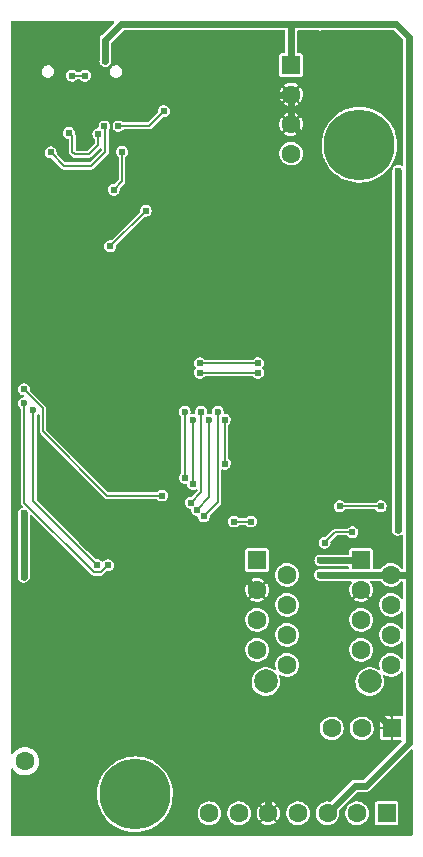
<source format=gbr>
G04 #@! TF.GenerationSoftware,KiCad,Pcbnew,(5.99.0-10229-ge8e7d13299)*
G04 #@! TF.CreationDate,2021-06-15T20:07:49+02:00*
G04 #@! TF.ProjectId,openair2,6f70656e-6169-4723-922e-6b696361645f,rev?*
G04 #@! TF.SameCoordinates,PX3473bc0PY1312d00*
G04 #@! TF.FileFunction,Copper,L2,Bot*
G04 #@! TF.FilePolarity,Positive*
%FSLAX46Y46*%
G04 Gerber Fmt 4.6, Leading zero omitted, Abs format (unit mm)*
G04 Created by KiCad (PCBNEW (5.99.0-10229-ge8e7d13299)) date 2021-06-15 20:07:49*
%MOMM*%
%LPD*%
G01*
G04 APERTURE LIST*
G04 #@! TA.AperFunction,WasherPad*
%ADD10C,6.000000*%
G04 #@! TD*
G04 #@! TA.AperFunction,WasherPad*
%ADD11C,2.000000*%
G04 #@! TD*
G04 #@! TA.AperFunction,ComponentPad*
%ADD12R,1.600000X1.600000*%
G04 #@! TD*
G04 #@! TA.AperFunction,ComponentPad*
%ADD13C,1.600000*%
G04 #@! TD*
G04 #@! TA.AperFunction,ViaPad*
%ADD14C,0.604800*%
G04 #@! TD*
G04 #@! TA.AperFunction,ViaPad*
%ADD15C,0.600000*%
G04 #@! TD*
G04 #@! TA.AperFunction,Conductor*
%ADD16C,0.200000*%
G04 #@! TD*
G04 #@! TA.AperFunction,Conductor*
%ADD17C,0.600000*%
G04 #@! TD*
G04 #@! TA.AperFunction,Conductor*
%ADD18C,0.150000*%
G04 #@! TD*
G04 APERTURE END LIST*
D10*
X11000000Y-66000000D03*
X30000000Y-11000000D03*
D11*
X22070000Y-56445000D03*
D12*
X21330000Y-46155000D03*
D13*
X23870000Y-47425000D03*
X21330000Y-48695000D03*
X23870000Y-49965000D03*
X21330000Y-51235000D03*
X23870000Y-52505000D03*
X21330000Y-53775000D03*
X23870000Y-55045000D03*
D11*
X30870000Y-56445000D03*
D12*
X30130000Y-46155000D03*
D13*
X32670000Y-47425000D03*
X30130000Y-48695000D03*
X32670000Y-49965000D03*
X30130000Y-51235000D03*
X32670000Y-52505000D03*
X30130000Y-53775000D03*
X32670000Y-55045000D03*
D12*
X32740000Y-60400000D03*
D13*
X30200000Y-60400000D03*
X27660000Y-60400000D03*
X1700000Y-63200000D03*
D12*
X32300000Y-67600000D03*
D13*
X29800000Y-67600000D03*
X27300000Y-67600000D03*
X24800000Y-67600000D03*
X22300000Y-67600000D03*
X19800000Y-67600000D03*
X17300000Y-67600000D03*
D12*
X24200000Y-4250000D03*
D13*
X24200000Y-6750000D03*
X24200000Y-9250000D03*
X24200000Y-11750000D03*
D14*
X13439300Y-8147160D03*
X7900000Y-10098084D03*
X26700000Y-46200000D03*
X33258745Y-43600000D03*
X9600000Y-9400000D03*
X5400000Y-10000000D03*
X1600000Y-42200000D03*
X1568015Y-47572002D03*
X33300000Y-13200000D03*
X21500000Y-58100000D03*
X31200000Y-1800000D03*
X5300000Y-4400000D03*
X4500000Y-68000000D03*
D15*
X19850000Y-34050000D03*
D14*
X1000000Y-11300000D03*
X1600000Y-16900000D03*
X13100000Y-34200000D03*
X8300000Y-49900000D03*
X7700000Y-4400000D03*
X29700000Y-38600000D03*
X21700000Y-10500000D03*
X10051911Y-8648089D03*
X32000000Y-15300000D03*
X29500000Y-3900000D03*
X25800000Y-7800000D03*
X8500000Y-15300000D03*
X21500000Y-25300000D03*
X33000000Y-58100000D03*
X3600000Y-58600000D03*
X7300000Y-9500000D03*
X20600000Y-19100000D03*
D15*
X3800000Y-35000000D03*
D14*
X2700000Y-8700000D03*
X31700000Y-35600000D03*
X15600000Y-42900000D03*
X9600000Y-3500000D03*
X5500000Y-67000000D03*
D15*
X8449751Y-32257493D03*
D14*
X25800000Y-55900000D03*
X3100000Y-51700000D03*
X1500000Y-6900000D03*
X26500000Y-51600000D03*
X25100000Y-29800000D03*
X5500000Y-65000000D03*
X15700000Y-11000000D03*
X7900000Y-57100000D03*
X25600000Y-44200000D03*
X26300000Y-38800000D03*
X10600000Y-6800000D03*
X2700000Y-46800000D03*
X25800000Y-21100000D03*
X1500000Y-68000000D03*
X9600000Y-10300000D03*
X9200000Y-15800000D03*
X7200000Y-68200000D03*
X3500000Y-68000000D03*
X2500000Y-68000000D03*
X2400000Y-6900000D03*
X28500000Y-62700000D03*
X4500000Y-64000000D03*
X5500000Y-66000000D03*
X13000000Y-47400000D03*
X31500000Y-28100000D03*
D15*
X9300000Y-23900000D03*
D14*
X11200000Y-12900000D03*
X6300000Y-47100000D03*
X15700000Y-57400000D03*
X3500000Y-63000000D03*
X22000000Y-15400000D03*
X1781699Y-13400000D03*
X22850000Y-41350000D03*
X3400000Y-3400000D03*
X21852400Y-63047600D03*
X21900000Y-3600000D03*
X18800000Y-65600000D03*
D15*
X13655372Y-27978023D03*
D14*
X21852400Y-62071797D03*
X12600000Y-55000000D03*
X28400000Y-7400000D03*
X11900000Y-16600000D03*
X8900000Y-19600000D03*
X26700000Y-825000D03*
X26675000Y-47425000D03*
X8400000Y-9400000D03*
X8500000Y-3900000D03*
X3850000Y-11650000D03*
X16246442Y-41905180D03*
D15*
X17300000Y-34300000D03*
D14*
X16821816Y-42467911D03*
D15*
X18000000Y-33600000D03*
D14*
X15903433Y-39727410D03*
X19400000Y-42900000D03*
X20827410Y-42903500D03*
D15*
X15900000Y-34300000D03*
X15200000Y-33600000D03*
D14*
X15200000Y-39200000D03*
X7800000Y-46600000D03*
D15*
X2400000Y-33500000D03*
D14*
X8704219Y-46598696D03*
D15*
X1600000Y-32900000D03*
D14*
X18600000Y-38000000D03*
X18600000Y-34300000D03*
X15713153Y-41302416D03*
X16600000Y-33600000D03*
X13300001Y-40699999D03*
X1600000Y-31700000D03*
X21400000Y-29500000D03*
X16500000Y-29500000D03*
X27050342Y-44695530D03*
X29403153Y-43800000D03*
X31800000Y-41600000D03*
X21400000Y-30300000D03*
X16500000Y-30300000D03*
X28327443Y-41600000D03*
X9200000Y-14800000D03*
X9900000Y-11600000D03*
X6750000Y-5150000D03*
X5653000Y-5145560D03*
D16*
X5700000Y-11600000D02*
X5900000Y-11800000D01*
D17*
X33300000Y-13200000D02*
X33300000Y-43558745D01*
X33258745Y-43558745D02*
X33258745Y-43600000D01*
D16*
X7100000Y-11800000D02*
X7900000Y-11000000D01*
D17*
X26700000Y-46200000D02*
X30085000Y-46200000D01*
X30085000Y-46200000D02*
X30130000Y-46155000D01*
X1600000Y-42200000D02*
X1600000Y-47540017D01*
X1600000Y-47540017D02*
X1568015Y-47572002D01*
D16*
X12186460Y-9400000D02*
X13439300Y-8147160D01*
X5700000Y-10300000D02*
X5700000Y-11600000D01*
X5400000Y-10000000D02*
X5700000Y-10300000D01*
D17*
X33300000Y-43558745D02*
X33258745Y-43600000D01*
D16*
X9600000Y-9400000D02*
X12186460Y-9400000D01*
X5900000Y-11800000D02*
X7100000Y-11800000D01*
X7900000Y-11000000D02*
X7900000Y-10098084D01*
D17*
X31439999Y-59099999D02*
X32740000Y-60400000D01*
X22700000Y-32000000D02*
X22700000Y-35200000D01*
X2700000Y-8700000D02*
X4400000Y-7000000D01*
X15600000Y-42900000D02*
X14900000Y-42200000D01*
X7900000Y-7600000D02*
X8948089Y-8648089D01*
X22700000Y-35200000D02*
X22700000Y-38000000D01*
X17535000Y-44900000D02*
X17535000Y-44835000D01*
X8449751Y-32681757D02*
X8449751Y-32257493D01*
X19900000Y-57312446D02*
X20287554Y-57700000D01*
X2700000Y-46800000D02*
X3839614Y-47939614D01*
X21852400Y-61644139D02*
X21852400Y-62071797D01*
X8874015Y-32257493D02*
X8449751Y-32257493D01*
X3800000Y-29400000D02*
X5592258Y-29400000D01*
X7648089Y-9300000D02*
X7500000Y-9300000D01*
X20287554Y-57700000D02*
X21800000Y-59212446D01*
X7900000Y-7000000D02*
X7900000Y-7600000D01*
X8948089Y-8648089D02*
X8039082Y-8648089D01*
X3800000Y-29400000D02*
X12233395Y-29400000D01*
X7900000Y-5100000D02*
X7900000Y-7000000D01*
X15600000Y-53012446D02*
X19900000Y-57312446D01*
X21852400Y-59264846D02*
X21852400Y-61644139D01*
X12450000Y-6750000D02*
X10551911Y-8648089D01*
X1781699Y-13400000D02*
X1781699Y-9618301D01*
X21330000Y-48695000D02*
X17535000Y-44900000D01*
X22600000Y-20300000D02*
X22350000Y-20550000D01*
X21852400Y-63447600D02*
X21600000Y-63700000D01*
X24300001Y-59099999D02*
X31439999Y-59099999D01*
X15600000Y-42900000D02*
X15600000Y-46600000D01*
X8039082Y-8648089D02*
X7648089Y-9039082D01*
X25600000Y-44200000D02*
X25600000Y-42700000D01*
X10551911Y-8648089D02*
X10051911Y-8648089D01*
X13378023Y-27978023D02*
X13655372Y-27978023D01*
X21800000Y-59212446D02*
X21852400Y-59264846D01*
X24200000Y-6750000D02*
X12450000Y-6750000D01*
X3600000Y-62900000D02*
X3500000Y-63000000D01*
X17535000Y-44835000D02*
X16700000Y-44000000D01*
X29700000Y-38600000D02*
X29120000Y-38600000D01*
X10642507Y-32257493D02*
X8874015Y-32257493D01*
X12233395Y-29400000D02*
X13355373Y-28278022D01*
X1781699Y-9618301D02*
X2700000Y-8700000D01*
X10560386Y-47939614D02*
X15297601Y-43202399D01*
X3800000Y-29400000D02*
X1781699Y-27381699D01*
X22350000Y-20550000D02*
X10642507Y-32257493D01*
X22700000Y-20400000D02*
X22600000Y-20300000D01*
X7648089Y-9039082D02*
X7648089Y-9300000D01*
X29035000Y-38515000D02*
X29035000Y-31035000D01*
X3600000Y-58600000D02*
X3600000Y-62900000D01*
X22700000Y-23200000D02*
X22700000Y-24700000D01*
X4099999Y-29699999D02*
X3800000Y-29400000D01*
X5592258Y-29400000D02*
X8149752Y-31957494D01*
X9300000Y-23900000D02*
X13378023Y-27978023D01*
X4400000Y-7000000D02*
X7900000Y-7000000D01*
X15600000Y-46600000D02*
X15600000Y-53012446D01*
X13355373Y-28278022D02*
X13655372Y-27978023D01*
X20274264Y-34050000D02*
X19850000Y-34050000D01*
X15297601Y-43202399D02*
X15600000Y-42900000D01*
X22700000Y-24700000D02*
X22700000Y-31767981D01*
X16700000Y-44000000D02*
X15600000Y-42900000D01*
X25900000Y-17000000D02*
X22350000Y-20550000D01*
X25900000Y-15800000D02*
X25900000Y-10950000D01*
X1781699Y-27381699D02*
X1781699Y-13400000D01*
X24300001Y-59099999D02*
X21912447Y-59099999D01*
X20417981Y-34050000D02*
X20274264Y-34050000D01*
X8149752Y-31957494D02*
X8449751Y-32257493D01*
X14900000Y-40800000D02*
X8449751Y-34349751D01*
X25900000Y-15800000D02*
X25900000Y-17000000D01*
X15600000Y-46600000D02*
X3600000Y-58600000D01*
X21852400Y-62071797D02*
X21852400Y-63047600D01*
X21852400Y-63047600D02*
X21852400Y-63447600D01*
X8449751Y-34349751D02*
X8449751Y-32681757D01*
X22300000Y-67600000D02*
X22300000Y-64400000D01*
X10051911Y-8648089D02*
X8948089Y-8648089D01*
X21912447Y-59099999D02*
X21800000Y-59212446D01*
X25900000Y-10950000D02*
X24200000Y-9250000D01*
X25600000Y-42700000D02*
X29700000Y-38600000D01*
X22700000Y-38000000D02*
X16700000Y-44000000D01*
X24200000Y-6750000D02*
X24200000Y-9250000D01*
X3839614Y-47939614D02*
X10560386Y-47939614D01*
X14900000Y-42200000D02*
X14900000Y-40800000D01*
X29120000Y-38600000D02*
X29035000Y-38515000D01*
X22700000Y-31767981D02*
X20417981Y-34050000D01*
X3800000Y-29400000D02*
X3800000Y-35000000D01*
X29035000Y-31035000D02*
X22700000Y-24700000D01*
X22700000Y-23200000D02*
X22700000Y-20400000D01*
D18*
X8900000Y-19600000D02*
X11900000Y-16600000D01*
D17*
X24202401Y-797598D02*
X30899999Y-797598D01*
X34145001Y-47425000D02*
X34170001Y-47400000D01*
X34200000Y-1900000D02*
X33097598Y-797598D01*
D16*
X3850000Y-11650000D02*
X5000000Y-12800000D01*
D17*
X24200000Y-799999D02*
X9800001Y-799999D01*
X31040002Y-64800000D02*
X34200000Y-61640002D01*
X32670000Y-47425000D02*
X26675000Y-47425000D01*
X34170001Y-61670001D02*
X31040002Y-64800000D01*
X34170001Y-47400000D02*
X34170001Y-61670001D01*
X32670000Y-47425000D02*
X34145001Y-47425000D01*
X31040002Y-64800000D02*
X30572418Y-65267584D01*
D16*
X8500000Y-9500000D02*
X8400000Y-9400000D01*
D17*
X27300000Y-67600000D02*
X29632416Y-65267584D01*
D16*
X5000000Y-12800000D02*
X7300000Y-12800000D01*
D17*
X24200000Y-799999D02*
X24202401Y-797598D01*
X9800001Y-799999D02*
X8500000Y-2100000D01*
X29632416Y-65267584D02*
X30572418Y-65267584D01*
D16*
X7300000Y-12800000D02*
X8500000Y-11600000D01*
D17*
X8500000Y-2100000D02*
X8500000Y-3900000D01*
D16*
X8500000Y-11600000D02*
X8500000Y-9500000D01*
D17*
X34200000Y-61640002D02*
X34200000Y-1900000D01*
X24200000Y-4250000D02*
X24200000Y-799999D01*
X33097598Y-797598D02*
X30899999Y-797598D01*
D18*
X17300000Y-40851622D02*
X16246442Y-41905180D01*
X17300000Y-34300000D02*
X17300000Y-40851622D01*
X18000000Y-41289727D02*
X16821816Y-42467911D01*
X18000000Y-33600000D02*
X18000000Y-41289727D01*
X20823910Y-42900000D02*
X20827410Y-42903500D01*
X19400000Y-42900000D02*
X20823910Y-42900000D01*
X15900000Y-34300000D02*
X15900000Y-39723977D01*
X15900000Y-39723977D02*
X15903433Y-39727410D01*
X19300000Y-42900000D02*
X19400000Y-42900000D01*
X15200000Y-33600000D02*
X15200000Y-39200000D01*
X2400000Y-33500000D02*
X2400000Y-41200000D01*
X2400000Y-41200000D02*
X2400000Y-41050000D01*
X2400000Y-41200000D02*
X7800000Y-46600000D01*
X7510847Y-47202401D02*
X8100515Y-47202401D01*
X1600000Y-41291554D02*
X7510847Y-47202401D01*
X8100515Y-47202401D02*
X8704219Y-46598696D01*
X1600000Y-32900000D02*
X1600000Y-41291554D01*
X18600000Y-37900000D02*
X18500000Y-38000000D01*
X18500000Y-38000000D02*
X18600000Y-38000000D01*
X18600000Y-34300000D02*
X18600000Y-37900000D01*
X16600000Y-33600000D02*
X16600000Y-40415569D01*
X16600000Y-40415569D02*
X15713153Y-41302416D01*
X3199990Y-33299990D02*
X1600000Y-31700000D01*
X8651457Y-40699999D02*
X3199990Y-35248532D01*
X3199990Y-35248532D02*
X3199990Y-33299990D01*
X13300001Y-40699999D02*
X8651457Y-40699999D01*
X29403153Y-43800000D02*
X27945872Y-43800000D01*
X27352741Y-44393131D02*
X27050342Y-44695530D01*
X27945872Y-43800000D02*
X27352741Y-44393131D01*
X20972342Y-29500000D02*
X16500000Y-29500000D01*
X21400000Y-29500000D02*
X20972342Y-29500000D01*
X31800000Y-41600000D02*
X28327443Y-41600000D01*
X21400000Y-30300000D02*
X16500000Y-30300000D01*
X9900000Y-14100000D02*
X9900000Y-11600000D01*
X9200000Y-14800000D02*
X9900000Y-14100000D01*
X5657440Y-5150000D02*
X5653000Y-5145560D01*
X6750000Y-5150000D02*
X5657440Y-5150000D01*
G04 #@! TA.AperFunction,Conductor*
G36*
X9211369Y-518907D02*
G01*
X9247333Y-568407D01*
X9247333Y-629593D01*
X9223182Y-669004D01*
X8193118Y-1699068D01*
X8183649Y-1706634D01*
X8183711Y-1706707D01*
X8178339Y-1711279D01*
X8172375Y-1715042D01*
X8140888Y-1750695D01*
X8138358Y-1753559D01*
X8134158Y-1758028D01*
X8121405Y-1770781D01*
X8119293Y-1773599D01*
X8119286Y-1773607D01*
X8114013Y-1780643D01*
X8108998Y-1786802D01*
X8077499Y-1822469D01*
X8074505Y-1828847D01*
X8074502Y-1828851D01*
X8073142Y-1831749D01*
X8062749Y-1849046D01*
X8056602Y-1857247D01*
X8046594Y-1883943D01*
X8039895Y-1901812D01*
X8036810Y-1909133D01*
X8016588Y-1952206D01*
X8015503Y-1959177D01*
X8015011Y-1962335D01*
X8009892Y-1981847D01*
X8006292Y-1991451D01*
X8005770Y-1998482D01*
X8002765Y-2038914D01*
X8001859Y-2046803D01*
X7999500Y-2061955D01*
X7999500Y-2079178D01*
X7999228Y-2086514D01*
X7995671Y-2134382D01*
X7997144Y-2141283D01*
X7997319Y-2142105D01*
X7999500Y-2162770D01*
X7999500Y-3838853D01*
X7998321Y-3854084D01*
X7992138Y-3893795D01*
X8010810Y-4036584D01*
X8068807Y-4168394D01*
X8073344Y-4173791D01*
X8073345Y-4173793D01*
X8127137Y-4237785D01*
X8161468Y-4278627D01*
X8167339Y-4282535D01*
X8167340Y-4282536D01*
X8275472Y-4354515D01*
X8281343Y-4358423D01*
X8288073Y-4360526D01*
X8288076Y-4360527D01*
X8412063Y-4399264D01*
X8412067Y-4399265D01*
X8418796Y-4401367D01*
X8485476Y-4402589D01*
X8555723Y-4403876D01*
X8555725Y-4403876D01*
X8562777Y-4404005D01*
X8569581Y-4402150D01*
X8569582Y-4402150D01*
X8648574Y-4380614D01*
X8701711Y-4366128D01*
X8824430Y-4290778D01*
X8831890Y-4282536D01*
X8916336Y-4189242D01*
X8916336Y-4189241D01*
X8921068Y-4184014D01*
X8983857Y-4054418D01*
X9007748Y-3912409D01*
X9007900Y-3900000D01*
X9001500Y-3855310D01*
X9000500Y-3841276D01*
X9000500Y-2348322D01*
X9019407Y-2290131D01*
X9029496Y-2278318D01*
X9978319Y-1329495D01*
X10032836Y-1301718D01*
X10048323Y-1300499D01*
X23600500Y-1300499D01*
X23658691Y-1319406D01*
X23694655Y-1368906D01*
X23699500Y-1399499D01*
X23699500Y-3145500D01*
X23680593Y-3203691D01*
X23631093Y-3239655D01*
X23600500Y-3244500D01*
X23400000Y-3244500D01*
X23356200Y-3253213D01*
X23330924Y-3258240D01*
X23330922Y-3258241D01*
X23321359Y-3260143D01*
X23254690Y-3304690D01*
X23210143Y-3371359D01*
X23194500Y-3450000D01*
X23194500Y-5050000D01*
X23210143Y-5128641D01*
X23254690Y-5195310D01*
X23321359Y-5239857D01*
X23330922Y-5241759D01*
X23330924Y-5241760D01*
X23356200Y-5246787D01*
X23400000Y-5255500D01*
X25000000Y-5255500D01*
X25043800Y-5246787D01*
X25069076Y-5241760D01*
X25069078Y-5241759D01*
X25078641Y-5239857D01*
X25145310Y-5195310D01*
X25189857Y-5128641D01*
X25205500Y-5050000D01*
X25205500Y-3450000D01*
X25189857Y-3371359D01*
X25145310Y-3304690D01*
X25078641Y-3260143D01*
X25069078Y-3258241D01*
X25069076Y-3258240D01*
X25043800Y-3253213D01*
X25000000Y-3244500D01*
X24799500Y-3244500D01*
X24741309Y-3225593D01*
X24705345Y-3176093D01*
X24700500Y-3145500D01*
X24700500Y-1397098D01*
X24719407Y-1338907D01*
X24768907Y-1302943D01*
X24799500Y-1298098D01*
X26513210Y-1298098D01*
X26542727Y-1302601D01*
X26618796Y-1326367D01*
X26685476Y-1327589D01*
X26755723Y-1328876D01*
X26755725Y-1328876D01*
X26762777Y-1329005D01*
X26769581Y-1327150D01*
X26769582Y-1327150D01*
X26859624Y-1302602D01*
X26863358Y-1301584D01*
X26889398Y-1298098D01*
X32849276Y-1298098D01*
X32907467Y-1317005D01*
X32919280Y-1327094D01*
X33670504Y-2078318D01*
X33698281Y-2132835D01*
X33699500Y-2148322D01*
X33699500Y-12677652D01*
X33680593Y-12735843D01*
X33631093Y-12771807D01*
X33569907Y-12771807D01*
X33546653Y-12760727D01*
X33535818Y-12753704D01*
X33513040Y-12738940D01*
X33375072Y-12697679D01*
X33291959Y-12697171D01*
X33238121Y-12696842D01*
X33238120Y-12696842D01*
X33231070Y-12696799D01*
X33224293Y-12698736D01*
X33224292Y-12698736D01*
X33099389Y-12734434D01*
X33099388Y-12734435D01*
X33092609Y-12736372D01*
X33086645Y-12740135D01*
X32976788Y-12809449D01*
X32976786Y-12809451D01*
X32970820Y-12813215D01*
X32875493Y-12921151D01*
X32814293Y-13051504D01*
X32792138Y-13193795D01*
X32793053Y-13200792D01*
X32793053Y-13200793D01*
X32798664Y-13243701D01*
X32799500Y-13256538D01*
X32799500Y-43337392D01*
X32790115Y-43379466D01*
X32775333Y-43410951D01*
X32758245Y-43520700D01*
X32758245Y-43538853D01*
X32757066Y-43554084D01*
X32750883Y-43593795D01*
X32751798Y-43600792D01*
X32751798Y-43600794D01*
X32754178Y-43618994D01*
X32754785Y-43625096D01*
X32754939Y-43627349D01*
X32754416Y-43634382D01*
X32755888Y-43641278D01*
X32758167Y-43651955D01*
X32759511Y-43659780D01*
X32769555Y-43736584D01*
X32779784Y-43759831D01*
X32782077Y-43765514D01*
X32782863Y-43767651D01*
X32784336Y-43774549D01*
X32787686Y-43780757D01*
X32792873Y-43790370D01*
X32796363Y-43797510D01*
X32827552Y-43868394D01*
X32832089Y-43873792D01*
X32832090Y-43873793D01*
X32843907Y-43887851D01*
X32847704Y-43892663D01*
X32849046Y-43894476D01*
X32852395Y-43900683D01*
X32857350Y-43905699D01*
X32857354Y-43905704D01*
X32865023Y-43913467D01*
X32870377Y-43919340D01*
X32920213Y-43978627D01*
X32941381Y-43992718D01*
X32946370Y-43996267D01*
X32948163Y-43997628D01*
X32953120Y-44002646D01*
X32959285Y-44006070D01*
X32959286Y-44006071D01*
X32968830Y-44011372D01*
X32975617Y-44015507D01*
X33034215Y-44054514D01*
X33034217Y-44054515D01*
X33040088Y-44058423D01*
X33064368Y-44066009D01*
X33070142Y-44068012D01*
X33072248Y-44068816D01*
X33078414Y-44072241D01*
X33085288Y-44073796D01*
X33085292Y-44073798D01*
X33095932Y-44076205D01*
X33103608Y-44078269D01*
X33170804Y-44099263D01*
X33170809Y-44099264D01*
X33177541Y-44101367D01*
X33191013Y-44101614D01*
X33202950Y-44101833D01*
X33209072Y-44102135D01*
X33211330Y-44102317D01*
X33218204Y-44103872D01*
X33236140Y-44102759D01*
X33244086Y-44102586D01*
X33314469Y-44103876D01*
X33314471Y-44103876D01*
X33321522Y-44104005D01*
X33328325Y-44102150D01*
X33328327Y-44102150D01*
X33346050Y-44097318D01*
X33352019Y-44095888D01*
X33354214Y-44095433D01*
X33361254Y-44094997D01*
X33367887Y-44092603D01*
X33367890Y-44092602D01*
X33378157Y-44088896D01*
X33385729Y-44086501D01*
X33394851Y-44084014D01*
X33460456Y-44066128D01*
X33466466Y-44062438D01*
X33466470Y-44062436D01*
X33482119Y-44052827D01*
X33487445Y-44049780D01*
X33489432Y-44048723D01*
X33496063Y-44046330D01*
X33510571Y-44035732D01*
X33517166Y-44031308D01*
X33533996Y-44020974D01*
X33548699Y-44011947D01*
X33608179Y-43997610D01*
X33664728Y-44020974D01*
X33696744Y-44073115D01*
X33699500Y-44096312D01*
X33699500Y-46825500D01*
X33680593Y-46883691D01*
X33631093Y-46919655D01*
X33600500Y-46924500D01*
X33594641Y-46924500D01*
X33536450Y-46905593D01*
X33508054Y-46873497D01*
X33495666Y-46851148D01*
X33417082Y-46759463D01*
X33366678Y-46700655D01*
X33366676Y-46700653D01*
X33363412Y-46696845D01*
X33202834Y-46572288D01*
X33020489Y-46482563D01*
X32906309Y-46452821D01*
X32828685Y-46432601D01*
X32828681Y-46432600D01*
X32823827Y-46431336D01*
X32818815Y-46431073D01*
X32818813Y-46431073D01*
X32747342Y-46427328D01*
X32620882Y-46420700D01*
X32615923Y-46421450D01*
X32424899Y-46450340D01*
X32424896Y-46450341D01*
X32419942Y-46451090D01*
X32229218Y-46521263D01*
X32190226Y-46545439D01*
X32061104Y-46625498D01*
X32056499Y-46628353D01*
X31908841Y-46767986D01*
X31905967Y-46772091D01*
X31905964Y-46772094D01*
X31828809Y-46882284D01*
X31779944Y-46919106D01*
X31747713Y-46924500D01*
X31234500Y-46924500D01*
X31176309Y-46905593D01*
X31140345Y-46856093D01*
X31135500Y-46825500D01*
X31135500Y-45355000D01*
X31119857Y-45276359D01*
X31075310Y-45209690D01*
X31008641Y-45165143D01*
X30999078Y-45163241D01*
X30999076Y-45163240D01*
X30972576Y-45157969D01*
X30930000Y-45149500D01*
X29330000Y-45149500D01*
X29287424Y-45157969D01*
X29260924Y-45163240D01*
X29260922Y-45163241D01*
X29251359Y-45165143D01*
X29184690Y-45209690D01*
X29140143Y-45276359D01*
X29124500Y-45355000D01*
X29124500Y-45600500D01*
X29105593Y-45658691D01*
X29056093Y-45694655D01*
X29025500Y-45699500D01*
X26787848Y-45699500D01*
X26778951Y-45698839D01*
X26775072Y-45697679D01*
X26691959Y-45697171D01*
X26638121Y-45696842D01*
X26638120Y-45696842D01*
X26631070Y-45696799D01*
X26624293Y-45698736D01*
X26624292Y-45698736D01*
X26584453Y-45710122D01*
X26571285Y-45712933D01*
X26558123Y-45714818D01*
X26551702Y-45717737D01*
X26551700Y-45717738D01*
X26548060Y-45719393D01*
X26534294Y-45724457D01*
X26499392Y-45734433D01*
X26499390Y-45734434D01*
X26492609Y-45736372D01*
X26451612Y-45762240D01*
X26439761Y-45768634D01*
X26427651Y-45774140D01*
X26422306Y-45778746D01*
X26422304Y-45778747D01*
X26419280Y-45781353D01*
X26407485Y-45790081D01*
X26370820Y-45813215D01*
X26366153Y-45818500D01*
X26366150Y-45818502D01*
X26338726Y-45849554D01*
X26329147Y-45859017D01*
X26324418Y-45863092D01*
X26324416Y-45863094D01*
X26319074Y-45867697D01*
X26313066Y-45876966D01*
X26304196Y-45888651D01*
X26275493Y-45921151D01*
X26272495Y-45927537D01*
X26254888Y-45965040D01*
X26248350Y-45976810D01*
X26241118Y-45987967D01*
X26237950Y-45998559D01*
X26232719Y-46012257D01*
X26217291Y-46045117D01*
X26217290Y-46045120D01*
X26214293Y-46051504D01*
X26208990Y-46085562D01*
X26206834Y-46099408D01*
X26203863Y-46112538D01*
X26200052Y-46125282D01*
X26199993Y-46135068D01*
X26199985Y-46136328D01*
X26198808Y-46150958D01*
X26192138Y-46193795D01*
X26193053Y-46200793D01*
X26193053Y-46200794D01*
X26198424Y-46241868D01*
X26199258Y-46255306D01*
X26199177Y-46268604D01*
X26201116Y-46275388D01*
X26202214Y-46279230D01*
X26205189Y-46293598D01*
X26210810Y-46336584D01*
X26229532Y-46379133D01*
X26230336Y-46380961D01*
X26234906Y-46393621D01*
X26238562Y-46406411D01*
X26244459Y-46415757D01*
X26251345Y-46428709D01*
X26261955Y-46452821D01*
X26268807Y-46468394D01*
X26273346Y-46473794D01*
X26273348Y-46473797D01*
X26300004Y-46505509D01*
X26307946Y-46516379D01*
X26315042Y-46527625D01*
X26323325Y-46534940D01*
X26333568Y-46545435D01*
X26361468Y-46578627D01*
X26397365Y-46602522D01*
X26401824Y-46605490D01*
X26412502Y-46613698D01*
X26422469Y-46622501D01*
X26428851Y-46625498D01*
X26428852Y-46625498D01*
X26432473Y-46627198D01*
X26445252Y-46634399D01*
X26481343Y-46658423D01*
X26522491Y-46671279D01*
X26527624Y-46672883D01*
X26540168Y-46677761D01*
X26545702Y-46680358D01*
X26552206Y-46683412D01*
X26563120Y-46685111D01*
X26577406Y-46688436D01*
X26612064Y-46699264D01*
X26612065Y-46699264D01*
X26618796Y-46701367D01*
X26690786Y-46702686D01*
X26755723Y-46703876D01*
X26755725Y-46703876D01*
X26762777Y-46704005D01*
X26769581Y-46702150D01*
X26776582Y-46701278D01*
X26776688Y-46702126D01*
X26788887Y-46700500D01*
X29025500Y-46700500D01*
X29083691Y-46719407D01*
X29119655Y-46768907D01*
X29124500Y-46799500D01*
X29124500Y-46825500D01*
X29105593Y-46883691D01*
X29056093Y-46919655D01*
X29025500Y-46924500D01*
X26762848Y-46924500D01*
X26753951Y-46923839D01*
X26750072Y-46922679D01*
X26666959Y-46922171D01*
X26613121Y-46921842D01*
X26613120Y-46921842D01*
X26606070Y-46921799D01*
X26599293Y-46923736D01*
X26599292Y-46923736D01*
X26559453Y-46935122D01*
X26546285Y-46937933D01*
X26533123Y-46939818D01*
X26526702Y-46942737D01*
X26526700Y-46942738D01*
X26523060Y-46944393D01*
X26509294Y-46949457D01*
X26474392Y-46959433D01*
X26474390Y-46959434D01*
X26467609Y-46961372D01*
X26431362Y-46984243D01*
X26426612Y-46987240D01*
X26414761Y-46993634D01*
X26402651Y-46999140D01*
X26397306Y-47003746D01*
X26397304Y-47003747D01*
X26394280Y-47006353D01*
X26382485Y-47015081D01*
X26345820Y-47038215D01*
X26341153Y-47043500D01*
X26341150Y-47043502D01*
X26313726Y-47074554D01*
X26304147Y-47084017D01*
X26299418Y-47088092D01*
X26299416Y-47088094D01*
X26294074Y-47092697D01*
X26288792Y-47100846D01*
X26288066Y-47101966D01*
X26279196Y-47113651D01*
X26256422Y-47139438D01*
X26250493Y-47146151D01*
X26243757Y-47160500D01*
X26229888Y-47190040D01*
X26223350Y-47201810D01*
X26216118Y-47212967D01*
X26212950Y-47223559D01*
X26207719Y-47237257D01*
X26192291Y-47270117D01*
X26192290Y-47270120D01*
X26189293Y-47276504D01*
X26183301Y-47314987D01*
X26181834Y-47324408D01*
X26178863Y-47337538D01*
X26175052Y-47350282D01*
X26175009Y-47357338D01*
X26174985Y-47361328D01*
X26173808Y-47375958D01*
X26167138Y-47418795D01*
X26168053Y-47425793D01*
X26168053Y-47425794D01*
X26173424Y-47466868D01*
X26174258Y-47480306D01*
X26174177Y-47493604D01*
X26176116Y-47500388D01*
X26177214Y-47504230D01*
X26180189Y-47518598D01*
X26181424Y-47528038D01*
X26185810Y-47561584D01*
X26203196Y-47601097D01*
X26205336Y-47605961D01*
X26209906Y-47618621D01*
X26213562Y-47631411D01*
X26219459Y-47640757D01*
X26226345Y-47653709D01*
X26238285Y-47680844D01*
X26243807Y-47693394D01*
X26248346Y-47698794D01*
X26248348Y-47698797D01*
X26275004Y-47730509D01*
X26282946Y-47741379D01*
X26290042Y-47752625D01*
X26298325Y-47759940D01*
X26308568Y-47770435D01*
X26336468Y-47803627D01*
X26372409Y-47827551D01*
X26376824Y-47830490D01*
X26387502Y-47838698D01*
X26397469Y-47847501D01*
X26403851Y-47850498D01*
X26403852Y-47850498D01*
X26407473Y-47852198D01*
X26420252Y-47859399D01*
X26426285Y-47863415D01*
X26456343Y-47883423D01*
X26496937Y-47896106D01*
X26502624Y-47897883D01*
X26515168Y-47902761D01*
X26520702Y-47905358D01*
X26527206Y-47908412D01*
X26538120Y-47910111D01*
X26552406Y-47913436D01*
X26587064Y-47924264D01*
X26587065Y-47924264D01*
X26593796Y-47926367D01*
X26665786Y-47927686D01*
X26730723Y-47928876D01*
X26730725Y-47928876D01*
X26737777Y-47929005D01*
X26744581Y-47927150D01*
X26751582Y-47926278D01*
X26751688Y-47927126D01*
X26763887Y-47925500D01*
X29258035Y-47925500D01*
X29316226Y-47944407D01*
X29352190Y-47993907D01*
X29352190Y-48055093D01*
X29339131Y-48081284D01*
X29255588Y-48200595D01*
X29250723Y-48209299D01*
X29174032Y-48386522D01*
X29171019Y-48396022D01*
X29131531Y-48585039D01*
X29130487Y-48594967D01*
X29129814Y-48788051D01*
X29130788Y-48797989D01*
X29168953Y-48987268D01*
X29171905Y-48996805D01*
X29247354Y-49174549D01*
X29252158Y-49183288D01*
X29341664Y-49313035D01*
X29352260Y-49321136D01*
X29352702Y-49321147D01*
X29359286Y-49317222D01*
X30059996Y-48616512D01*
X30114513Y-48588735D01*
X30174945Y-48598306D01*
X30200004Y-48616512D01*
X30896699Y-49313207D01*
X30908582Y-49319261D01*
X30911954Y-49318727D01*
X30914040Y-49317098D01*
X30947938Y-49278102D01*
X30953695Y-49269942D01*
X31048484Y-49101719D01*
X31052478Y-49092576D01*
X31111503Y-48908731D01*
X31113580Y-48898960D01*
X31134696Y-48704594D01*
X31134985Y-48699418D01*
X31134991Y-48697602D01*
X31134737Y-48692414D01*
X31114980Y-48497904D01*
X31112974Y-48488135D01*
X31055230Y-48303871D01*
X31051299Y-48294701D01*
X30957687Y-48125821D01*
X30951994Y-48117630D01*
X30927393Y-48088927D01*
X30903880Y-48032440D01*
X30918059Y-47972920D01*
X30964516Y-47933102D01*
X31002561Y-47925500D01*
X31748002Y-47925500D01*
X31806193Y-47944407D01*
X31829491Y-47968282D01*
X31904273Y-48076685D01*
X31907890Y-48080153D01*
X31907892Y-48080156D01*
X32047330Y-48213872D01*
X32050952Y-48217345D01*
X32222919Y-48325638D01*
X32227616Y-48327403D01*
X32227619Y-48327405D01*
X32408453Y-48395376D01*
X32413149Y-48397141D01*
X32418105Y-48397926D01*
X32608912Y-48428147D01*
X32608916Y-48428147D01*
X32613871Y-48428932D01*
X32695746Y-48425214D01*
X32811874Y-48419941D01*
X32811878Y-48419940D01*
X32816886Y-48419713D01*
X32906091Y-48397141D01*
X33009036Y-48371092D01*
X33013901Y-48369861D01*
X33119493Y-48318816D01*
X33192359Y-48283591D01*
X33192361Y-48283590D01*
X33196868Y-48281411D01*
X33358312Y-48157978D01*
X33361599Y-48154197D01*
X33361603Y-48154193D01*
X33452970Y-48049086D01*
X33490431Y-48005992D01*
X33490433Y-48005991D01*
X33491639Y-48004603D01*
X33491939Y-48004864D01*
X33538592Y-47969958D01*
X33599771Y-47969101D01*
X33649770Y-48004367D01*
X33669501Y-48063675D01*
X33669501Y-49326332D01*
X33650594Y-49384523D01*
X33601094Y-49420487D01*
X33539908Y-49420487D01*
X33495333Y-49390759D01*
X33366678Y-49240655D01*
X33366676Y-49240653D01*
X33363412Y-49236845D01*
X33202834Y-49112288D01*
X33020489Y-49022563D01*
X32906309Y-48992821D01*
X32828685Y-48972601D01*
X32828681Y-48972600D01*
X32823827Y-48971336D01*
X32818815Y-48971073D01*
X32818813Y-48971073D01*
X32747342Y-48967328D01*
X32620882Y-48960700D01*
X32615923Y-48961450D01*
X32424899Y-48990340D01*
X32424896Y-48990341D01*
X32419942Y-48991090D01*
X32229218Y-49061263D01*
X32056499Y-49168353D01*
X31908841Y-49307986D01*
X31905967Y-49312091D01*
X31905964Y-49312094D01*
X31850883Y-49390759D01*
X31792277Y-49474457D01*
X31790288Y-49479053D01*
X31790287Y-49479055D01*
X31785712Y-49489628D01*
X31711567Y-49660967D01*
X31710543Y-49665866D01*
X31710542Y-49665871D01*
X31691288Y-49758034D01*
X31670008Y-49859897D01*
X31669299Y-50063120D01*
X31670291Y-50068038D01*
X31703241Y-50231450D01*
X31709468Y-50262334D01*
X31788874Y-50449403D01*
X31791719Y-50453527D01*
X31791720Y-50453529D01*
X31901426Y-50612559D01*
X31901430Y-50612563D01*
X31904273Y-50616685D01*
X31907890Y-50620153D01*
X31907892Y-50620156D01*
X32042307Y-50749055D01*
X32050952Y-50757345D01*
X32222919Y-50865638D01*
X32227616Y-50867403D01*
X32227619Y-50867405D01*
X32384496Y-50926371D01*
X32413149Y-50937141D01*
X32418105Y-50937926D01*
X32608912Y-50968147D01*
X32608916Y-50968147D01*
X32613871Y-50968932D01*
X32695746Y-50965214D01*
X32811874Y-50959941D01*
X32811878Y-50959940D01*
X32816886Y-50959713D01*
X32906091Y-50937141D01*
X32930490Y-50930967D01*
X33013901Y-50909861D01*
X33169784Y-50834504D01*
X33192359Y-50823591D01*
X33192361Y-50823590D01*
X33196868Y-50821411D01*
X33358312Y-50697978D01*
X33361599Y-50694197D01*
X33361603Y-50694193D01*
X33488348Y-50548389D01*
X33488349Y-50548388D01*
X33490438Y-50545984D01*
X33490440Y-50545983D01*
X33491639Y-50544603D01*
X33491937Y-50544862D01*
X33538599Y-50509957D01*
X33599779Y-50509104D01*
X33649775Y-50544375D01*
X33669501Y-50603676D01*
X33669501Y-51866332D01*
X33650594Y-51924523D01*
X33601094Y-51960487D01*
X33539908Y-51960487D01*
X33495333Y-51930759D01*
X33366678Y-51780655D01*
X33366676Y-51780653D01*
X33363412Y-51776845D01*
X33202834Y-51652288D01*
X33020489Y-51562563D01*
X32904439Y-51532334D01*
X32828685Y-51512601D01*
X32828681Y-51512600D01*
X32823827Y-51511336D01*
X32818815Y-51511073D01*
X32818813Y-51511073D01*
X32747342Y-51507328D01*
X32620882Y-51500700D01*
X32615923Y-51501450D01*
X32424899Y-51530340D01*
X32424896Y-51530341D01*
X32419942Y-51531090D01*
X32229218Y-51601263D01*
X32056499Y-51708353D01*
X31908841Y-51847986D01*
X31905967Y-51852091D01*
X31905964Y-51852094D01*
X31850883Y-51930759D01*
X31792277Y-52014457D01*
X31711567Y-52200967D01*
X31710543Y-52205866D01*
X31710542Y-52205871D01*
X31691288Y-52298034D01*
X31670008Y-52399897D01*
X31669299Y-52603120D01*
X31670291Y-52608038D01*
X31703241Y-52771450D01*
X31709468Y-52802334D01*
X31788874Y-52989403D01*
X31791719Y-52993527D01*
X31791720Y-52993529D01*
X31901426Y-53152559D01*
X31901430Y-53152563D01*
X31904273Y-53156685D01*
X31907890Y-53160153D01*
X31907892Y-53160156D01*
X32042307Y-53289055D01*
X32050952Y-53297345D01*
X32222919Y-53405638D01*
X32227616Y-53407403D01*
X32227619Y-53407405D01*
X32384496Y-53466371D01*
X32413149Y-53477141D01*
X32418105Y-53477926D01*
X32608912Y-53508147D01*
X32608916Y-53508147D01*
X32613871Y-53508932D01*
X32695746Y-53505214D01*
X32811874Y-53499941D01*
X32811878Y-53499940D01*
X32816886Y-53499713D01*
X32906091Y-53477141D01*
X32930490Y-53470967D01*
X33013901Y-53449861D01*
X33169784Y-53374504D01*
X33192359Y-53363591D01*
X33192361Y-53363590D01*
X33196868Y-53361411D01*
X33358312Y-53237978D01*
X33361599Y-53234197D01*
X33361603Y-53234193D01*
X33488348Y-53088389D01*
X33488349Y-53088388D01*
X33490438Y-53085984D01*
X33490440Y-53085983D01*
X33491639Y-53084603D01*
X33491937Y-53084862D01*
X33538599Y-53049957D01*
X33599779Y-53049104D01*
X33649775Y-53084375D01*
X33669501Y-53143676D01*
X33669501Y-54406332D01*
X33650594Y-54464523D01*
X33601094Y-54500487D01*
X33539908Y-54500487D01*
X33495333Y-54470759D01*
X33366678Y-54320655D01*
X33366676Y-54320653D01*
X33363412Y-54316845D01*
X33202834Y-54192288D01*
X33020489Y-54102563D01*
X32904439Y-54072334D01*
X32828685Y-54052601D01*
X32828681Y-54052600D01*
X32823827Y-54051336D01*
X32818815Y-54051073D01*
X32818813Y-54051073D01*
X32747342Y-54047328D01*
X32620882Y-54040700D01*
X32615923Y-54041450D01*
X32424899Y-54070340D01*
X32424896Y-54070341D01*
X32419942Y-54071090D01*
X32229218Y-54141263D01*
X32056499Y-54248353D01*
X31908841Y-54387986D01*
X31905967Y-54392091D01*
X31905964Y-54392094D01*
X31850883Y-54470759D01*
X31792277Y-54554457D01*
X31711567Y-54740967D01*
X31710543Y-54745866D01*
X31710542Y-54745871D01*
X31691288Y-54838034D01*
X31670008Y-54939897D01*
X31669299Y-55143120D01*
X31709468Y-55342334D01*
X31711430Y-55346955D01*
X31712784Y-55351330D01*
X31711931Y-55412510D01*
X31675281Y-55461504D01*
X31616832Y-55479598D01*
X31565384Y-55464335D01*
X31421123Y-55373313D01*
X31417286Y-55370892D01*
X31212380Y-55289143D01*
X30996009Y-55246104D01*
X30887318Y-55244681D01*
X30779958Y-55243275D01*
X30779953Y-55243275D01*
X30775418Y-55243216D01*
X30770945Y-55243985D01*
X30770940Y-55243985D01*
X30684520Y-55258835D01*
X30557994Y-55280576D01*
X30351019Y-55356933D01*
X30161425Y-55469730D01*
X30158010Y-55472725D01*
X30158007Y-55472727D01*
X29999369Y-55611849D01*
X29995561Y-55615189D01*
X29858983Y-55788438D01*
X29856870Y-55792453D01*
X29856870Y-55792454D01*
X29775346Y-55947405D01*
X29756263Y-55983675D01*
X29690843Y-56194362D01*
X29664913Y-56413444D01*
X29679342Y-56633582D01*
X29733646Y-56847404D01*
X29826006Y-57047750D01*
X29953331Y-57227910D01*
X30111354Y-57381849D01*
X30294785Y-57504414D01*
X30497480Y-57591499D01*
X30712651Y-57640187D01*
X30822871Y-57644517D01*
X30928558Y-57648670D01*
X30928559Y-57648670D01*
X30933091Y-57648848D01*
X31042254Y-57633020D01*
X31146924Y-57617844D01*
X31146928Y-57617843D01*
X31151418Y-57617192D01*
X31168960Y-57611237D01*
X31356024Y-57547738D01*
X31356027Y-57547736D01*
X31360321Y-57546279D01*
X31552803Y-57438484D01*
X31722417Y-57297417D01*
X31863484Y-57127803D01*
X31971279Y-56935321D01*
X32042192Y-56726418D01*
X32055016Y-56637977D01*
X32073428Y-56510990D01*
X32073428Y-56510984D01*
X32073848Y-56508091D01*
X32075500Y-56445000D01*
X32073017Y-56417971D01*
X32055729Y-56229833D01*
X32055314Y-56225315D01*
X31995431Y-56012987D01*
X31994831Y-56011770D01*
X31991677Y-55951609D01*
X32025000Y-55900294D01*
X32082121Y-55878367D01*
X32140058Y-55893458D01*
X32222919Y-55945638D01*
X32227616Y-55947403D01*
X32227619Y-55947405D01*
X32401363Y-56012711D01*
X32413149Y-56017141D01*
X32418105Y-56017926D01*
X32608912Y-56048147D01*
X32608916Y-56048147D01*
X32613871Y-56048932D01*
X32695746Y-56045214D01*
X32811874Y-56039941D01*
X32811878Y-56039940D01*
X32816886Y-56039713D01*
X32906091Y-56017141D01*
X33009036Y-55991092D01*
X33013901Y-55989861D01*
X33119493Y-55938816D01*
X33192359Y-55903591D01*
X33192361Y-55903590D01*
X33196868Y-55901411D01*
X33344631Y-55788438D01*
X33354327Y-55781025D01*
X33354328Y-55781024D01*
X33358312Y-55777978D01*
X33361599Y-55774197D01*
X33361603Y-55774193D01*
X33488348Y-55628389D01*
X33488349Y-55628388D01*
X33490438Y-55625984D01*
X33490440Y-55625983D01*
X33491639Y-55624603D01*
X33491937Y-55624862D01*
X33538599Y-55589957D01*
X33599779Y-55589104D01*
X33649775Y-55624375D01*
X33669501Y-55683676D01*
X33669501Y-59300127D01*
X33650594Y-59358318D01*
X33601094Y-59394282D01*
X33551189Y-59397225D01*
X33544769Y-59395948D01*
X33535142Y-59395000D01*
X32860680Y-59395000D01*
X32847995Y-59399122D01*
X32845000Y-59403243D01*
X32845000Y-61389320D01*
X32849122Y-61402005D01*
X32853243Y-61405000D01*
X33488180Y-61405000D01*
X33546371Y-61423907D01*
X33582335Y-61473407D01*
X33582335Y-61534593D01*
X33558184Y-61574004D01*
X30394100Y-64738088D01*
X30339583Y-64765865D01*
X30324096Y-64767084D01*
X29698919Y-64767084D01*
X29686874Y-64765738D01*
X29686866Y-64765834D01*
X29679834Y-64765268D01*
X29672956Y-64763712D01*
X29625113Y-64766680D01*
X29621667Y-64766894D01*
X29615537Y-64767084D01*
X29597502Y-64767084D01*
X29594016Y-64767583D01*
X29594005Y-64767584D01*
X29585307Y-64768830D01*
X29577405Y-64769640D01*
X29536943Y-64772150D01*
X29536940Y-64772151D01*
X29529906Y-64772587D01*
X29523275Y-64774981D01*
X29523270Y-64774982D01*
X29520264Y-64776067D01*
X29500687Y-64780949D01*
X29499503Y-64781118D01*
X29497521Y-64781402D01*
X29497520Y-64781402D01*
X29490539Y-64782402D01*
X29484121Y-64785320D01*
X29484118Y-64785321D01*
X29461316Y-64795689D01*
X29447212Y-64802101D01*
X29439858Y-64805095D01*
X29401731Y-64818859D01*
X29401729Y-64818860D01*
X29395098Y-64821254D01*
X29389404Y-64825414D01*
X29389400Y-64825416D01*
X29386824Y-64827298D01*
X29369398Y-64837481D01*
X29366489Y-64838804D01*
X29366488Y-64838805D01*
X29360067Y-64841724D01*
X29354726Y-64846326D01*
X29354723Y-64846328D01*
X29324006Y-64872795D01*
X29317786Y-64877734D01*
X29308497Y-64884520D01*
X29308493Y-64884524D01*
X29305411Y-64886775D01*
X29293231Y-64898955D01*
X29287851Y-64903950D01*
X29251490Y-64935281D01*
X29247196Y-64941905D01*
X29234128Y-64958058D01*
X27598658Y-66593528D01*
X27544141Y-66621305D01*
X27503700Y-66619327D01*
X27489246Y-66615562D01*
X27458685Y-66607601D01*
X27458681Y-66607600D01*
X27453827Y-66606336D01*
X27448815Y-66606073D01*
X27448813Y-66606073D01*
X27377342Y-66602328D01*
X27250882Y-66595700D01*
X27245923Y-66596450D01*
X27054899Y-66625340D01*
X27054896Y-66625341D01*
X27049942Y-66626090D01*
X26859218Y-66696263D01*
X26686499Y-66803353D01*
X26538841Y-66942986D01*
X26535967Y-66947091D01*
X26535964Y-66947094D01*
X26483078Y-67022624D01*
X26422277Y-67109457D01*
X26420288Y-67114053D01*
X26420287Y-67114055D01*
X26408704Y-67140822D01*
X26341567Y-67295967D01*
X26340543Y-67300866D01*
X26340542Y-67300871D01*
X26313938Y-67428220D01*
X26300008Y-67494897D01*
X26299299Y-67698120D01*
X26315026Y-67776116D01*
X26338447Y-67892268D01*
X26339468Y-67897334D01*
X26418874Y-68084403D01*
X26421719Y-68088527D01*
X26421720Y-68088529D01*
X26531426Y-68247559D01*
X26531430Y-68247563D01*
X26534273Y-68251685D01*
X26537890Y-68255153D01*
X26537892Y-68255156D01*
X26675517Y-68387133D01*
X26680952Y-68392345D01*
X26852919Y-68500638D01*
X26857616Y-68502403D01*
X26857619Y-68502405D01*
X26992962Y-68553277D01*
X27043149Y-68572141D01*
X27048105Y-68572926D01*
X27238912Y-68603147D01*
X27238916Y-68603147D01*
X27243871Y-68603932D01*
X27325746Y-68600214D01*
X27441874Y-68594941D01*
X27441878Y-68594940D01*
X27446886Y-68594713D01*
X27536091Y-68572141D01*
X27639036Y-68546092D01*
X27643901Y-68544861D01*
X27799006Y-68469880D01*
X27822359Y-68458591D01*
X27822361Y-68458590D01*
X27826868Y-68456411D01*
X27988312Y-68332978D01*
X27991599Y-68329197D01*
X27991603Y-68329193D01*
X28118346Y-68183391D01*
X28121639Y-68179603D01*
X28124266Y-68174942D01*
X28218942Y-68006919D01*
X28218943Y-68006917D01*
X28221403Y-68002551D01*
X28283527Y-67809055D01*
X28295578Y-67698120D01*
X28799299Y-67698120D01*
X28815026Y-67776116D01*
X28838447Y-67892268D01*
X28839468Y-67897334D01*
X28918874Y-68084403D01*
X28921719Y-68088527D01*
X28921720Y-68088529D01*
X29031426Y-68247559D01*
X29031430Y-68247563D01*
X29034273Y-68251685D01*
X29037890Y-68255153D01*
X29037892Y-68255156D01*
X29175517Y-68387133D01*
X29180952Y-68392345D01*
X29352919Y-68500638D01*
X29357616Y-68502403D01*
X29357619Y-68502405D01*
X29492962Y-68553277D01*
X29543149Y-68572141D01*
X29548105Y-68572926D01*
X29738912Y-68603147D01*
X29738916Y-68603147D01*
X29743871Y-68603932D01*
X29825746Y-68600214D01*
X29941874Y-68594941D01*
X29941878Y-68594940D01*
X29946886Y-68594713D01*
X30036091Y-68572141D01*
X30139036Y-68546092D01*
X30143901Y-68544861D01*
X30299006Y-68469880D01*
X30322359Y-68458591D01*
X30322361Y-68458590D01*
X30326868Y-68456411D01*
X30488312Y-68332978D01*
X30491599Y-68329197D01*
X30491603Y-68329193D01*
X30618346Y-68183391D01*
X30621639Y-68179603D01*
X30624266Y-68174942D01*
X30718942Y-68006919D01*
X30718943Y-68006917D01*
X30721403Y-68002551D01*
X30783527Y-67809055D01*
X30805475Y-67607020D01*
X30805500Y-67600000D01*
X30805238Y-67597414D01*
X30785470Y-67402803D01*
X30785469Y-67402799D01*
X30784963Y-67397816D01*
X30724191Y-67203891D01*
X30625666Y-67026148D01*
X30493412Y-66871845D01*
X30400790Y-66800000D01*
X31294500Y-66800000D01*
X31294500Y-68400000D01*
X31303213Y-68443800D01*
X31306071Y-68458168D01*
X31310143Y-68478641D01*
X31354690Y-68545310D01*
X31362800Y-68550729D01*
X31366613Y-68553277D01*
X31421359Y-68589857D01*
X31430922Y-68591759D01*
X31430924Y-68591760D01*
X31446917Y-68594941D01*
X31500000Y-68605500D01*
X33100000Y-68605500D01*
X33153083Y-68594941D01*
X33169076Y-68591760D01*
X33169078Y-68591759D01*
X33178641Y-68589857D01*
X33233387Y-68553277D01*
X33237200Y-68550729D01*
X33245310Y-68545310D01*
X33289857Y-68478641D01*
X33293930Y-68458168D01*
X33296787Y-68443800D01*
X33305500Y-68400000D01*
X33305500Y-66800000D01*
X33289857Y-66721359D01*
X33245310Y-66654690D01*
X33178641Y-66610143D01*
X33169078Y-66608241D01*
X33169076Y-66608240D01*
X33143800Y-66603213D01*
X33100000Y-66594500D01*
X31500000Y-66594500D01*
X31456200Y-66603213D01*
X31430924Y-66608240D01*
X31430922Y-66608241D01*
X31421359Y-66610143D01*
X31354690Y-66654690D01*
X31310143Y-66721359D01*
X31294500Y-66800000D01*
X30400790Y-66800000D01*
X30332834Y-66747288D01*
X30150489Y-66657563D01*
X30057025Y-66633217D01*
X29958685Y-66607601D01*
X29958681Y-66607600D01*
X29953827Y-66606336D01*
X29948815Y-66606073D01*
X29948813Y-66606073D01*
X29877342Y-66602328D01*
X29750882Y-66595700D01*
X29745923Y-66596450D01*
X29554899Y-66625340D01*
X29554896Y-66625341D01*
X29549942Y-66626090D01*
X29359218Y-66696263D01*
X29186499Y-66803353D01*
X29038841Y-66942986D01*
X29035967Y-66947091D01*
X29035964Y-66947094D01*
X28983078Y-67022624D01*
X28922277Y-67109457D01*
X28920288Y-67114053D01*
X28920287Y-67114055D01*
X28908704Y-67140822D01*
X28841567Y-67295967D01*
X28840543Y-67300866D01*
X28840542Y-67300871D01*
X28813938Y-67428220D01*
X28800008Y-67494897D01*
X28799299Y-67698120D01*
X28295578Y-67698120D01*
X28305475Y-67607020D01*
X28305500Y-67600000D01*
X28305238Y-67597414D01*
X28285470Y-67402808D01*
X28284963Y-67397816D01*
X28283462Y-67393027D01*
X28282485Y-67388266D01*
X28289305Y-67327462D01*
X28309459Y-67298355D01*
X29810734Y-65797080D01*
X29865251Y-65769303D01*
X29880738Y-65768084D01*
X30505914Y-65768084D01*
X30517959Y-65769430D01*
X30517967Y-65769334D01*
X30524999Y-65769900D01*
X30531877Y-65771456D01*
X30583165Y-65768274D01*
X30589296Y-65768084D01*
X30607332Y-65768084D01*
X30610822Y-65767584D01*
X30610825Y-65767584D01*
X30617211Y-65766669D01*
X30619526Y-65766338D01*
X30627428Y-65765528D01*
X30667889Y-65763018D01*
X30667891Y-65763018D01*
X30674927Y-65762581D01*
X30684563Y-65759102D01*
X30704148Y-65754219D01*
X30714295Y-65752766D01*
X30720718Y-65749846D01*
X30720720Y-65749845D01*
X30757626Y-65733065D01*
X30764986Y-65730069D01*
X30803100Y-65716310D01*
X30803102Y-65716309D01*
X30809736Y-65713914D01*
X30815432Y-65709753D01*
X30815437Y-65709750D01*
X30818010Y-65707870D01*
X30835436Y-65697687D01*
X30838345Y-65696364D01*
X30838346Y-65696363D01*
X30844767Y-65693444D01*
X30850108Y-65688842D01*
X30850111Y-65688840D01*
X30880828Y-65662373D01*
X30887048Y-65657434D01*
X30896337Y-65650648D01*
X30896341Y-65650644D01*
X30899423Y-65648393D01*
X30911603Y-65636213D01*
X30916983Y-65631218D01*
X30948002Y-65604490D01*
X30953344Y-65599887D01*
X30957638Y-65593263D01*
X30970706Y-65577110D01*
X34330996Y-62216820D01*
X34385513Y-62189043D01*
X34445945Y-62198614D01*
X34489210Y-62241879D01*
X34500000Y-62286824D01*
X34500000Y-69401000D01*
X34481093Y-69459191D01*
X34431593Y-69495155D01*
X34401000Y-69500000D01*
X599000Y-69500000D01*
X540809Y-69481093D01*
X504845Y-69431593D01*
X500000Y-69401000D01*
X500000Y-65955244D01*
X7794812Y-65955244D01*
X7809799Y-66312802D01*
X7864548Y-66666461D01*
X7906210Y-66819802D01*
X7949874Y-66980512D01*
X7958378Y-67011813D01*
X7959396Y-67014385D01*
X7959398Y-67014390D01*
X8083352Y-67327462D01*
X8090119Y-67344554D01*
X8091408Y-67346979D01*
X8091413Y-67346989D01*
X8231048Y-67609603D01*
X8258130Y-67660536D01*
X8259692Y-67662817D01*
X8458755Y-67953541D01*
X8458760Y-67953547D01*
X8460316Y-67955820D01*
X8462113Y-67957902D01*
X8462117Y-67957907D01*
X8574659Y-68088288D01*
X8694156Y-68226727D01*
X8956737Y-68469880D01*
X9244786Y-68682248D01*
X9554712Y-68861184D01*
X9882652Y-69004457D01*
X9885286Y-69005272D01*
X9885285Y-69005272D01*
X10221878Y-69109466D01*
X10221887Y-69109468D01*
X10224519Y-69110283D01*
X10576052Y-69177341D01*
X10932869Y-69204797D01*
X10935621Y-69204701D01*
X10935626Y-69204701D01*
X11152217Y-69197137D01*
X11290523Y-69192307D01*
X11644555Y-69140028D01*
X11647224Y-69139323D01*
X11647228Y-69139322D01*
X11987894Y-69049315D01*
X11987897Y-69049314D01*
X11990554Y-69048612D01*
X12324206Y-68919196D01*
X12641353Y-68753396D01*
X12938042Y-68553277D01*
X12941036Y-68550729D01*
X13208471Y-68323124D01*
X13208474Y-68323121D01*
X13210575Y-68321333D01*
X13455555Y-68060456D01*
X13502596Y-67997576D01*
X13668269Y-67776116D01*
X13669929Y-67773897D01*
X13671325Y-67771517D01*
X13671330Y-67771510D01*
X13714387Y-67698120D01*
X16299299Y-67698120D01*
X16315026Y-67776116D01*
X16338447Y-67892268D01*
X16339468Y-67897334D01*
X16418874Y-68084403D01*
X16421719Y-68088527D01*
X16421720Y-68088529D01*
X16531426Y-68247559D01*
X16531430Y-68247563D01*
X16534273Y-68251685D01*
X16537890Y-68255153D01*
X16537892Y-68255156D01*
X16675517Y-68387133D01*
X16680952Y-68392345D01*
X16852919Y-68500638D01*
X16857616Y-68502403D01*
X16857619Y-68502405D01*
X16992962Y-68553277D01*
X17043149Y-68572141D01*
X17048105Y-68572926D01*
X17238912Y-68603147D01*
X17238916Y-68603147D01*
X17243871Y-68603932D01*
X17325746Y-68600214D01*
X17441874Y-68594941D01*
X17441878Y-68594940D01*
X17446886Y-68594713D01*
X17536091Y-68572141D01*
X17639036Y-68546092D01*
X17643901Y-68544861D01*
X17799006Y-68469880D01*
X17822359Y-68458591D01*
X17822361Y-68458590D01*
X17826868Y-68456411D01*
X17988312Y-68332978D01*
X17991599Y-68329197D01*
X17991603Y-68329193D01*
X18118346Y-68183391D01*
X18121639Y-68179603D01*
X18124266Y-68174942D01*
X18218942Y-68006919D01*
X18218943Y-68006917D01*
X18221403Y-68002551D01*
X18283527Y-67809055D01*
X18295578Y-67698120D01*
X18799299Y-67698120D01*
X18815026Y-67776116D01*
X18838447Y-67892268D01*
X18839468Y-67897334D01*
X18918874Y-68084403D01*
X18921719Y-68088527D01*
X18921720Y-68088529D01*
X19031426Y-68247559D01*
X19031430Y-68247563D01*
X19034273Y-68251685D01*
X19037890Y-68255153D01*
X19037892Y-68255156D01*
X19175517Y-68387133D01*
X19180952Y-68392345D01*
X19352919Y-68500638D01*
X19357616Y-68502403D01*
X19357619Y-68502405D01*
X19492962Y-68553277D01*
X19543149Y-68572141D01*
X19548105Y-68572926D01*
X19738912Y-68603147D01*
X19738916Y-68603147D01*
X19743871Y-68603932D01*
X19825746Y-68600214D01*
X19941874Y-68594941D01*
X19941878Y-68594940D01*
X19946886Y-68594713D01*
X20036091Y-68572141D01*
X20139036Y-68546092D01*
X20143901Y-68544861D01*
X20299006Y-68469880D01*
X20322359Y-68458591D01*
X20322361Y-68458590D01*
X20326868Y-68456411D01*
X20425963Y-68380647D01*
X21673674Y-68380647D01*
X21674409Y-68385289D01*
X21674645Y-68385607D01*
X21677635Y-68388475D01*
X21685511Y-68394628D01*
X21848892Y-68497514D01*
X21857840Y-68501956D01*
X22038585Y-68569894D01*
X22048230Y-68572442D01*
X22238940Y-68602648D01*
X22248914Y-68603205D01*
X22441802Y-68594447D01*
X22451675Y-68592989D01*
X22638873Y-68545620D01*
X22648240Y-68542211D01*
X22822093Y-68458168D01*
X22830588Y-68452941D01*
X22916660Y-68387133D01*
X22924235Y-68376152D01*
X22924192Y-68374405D01*
X22921267Y-68369759D01*
X22311086Y-67759578D01*
X22299203Y-67753524D01*
X22294172Y-67754320D01*
X21679728Y-68368764D01*
X21673674Y-68380647D01*
X20425963Y-68380647D01*
X20488312Y-68332978D01*
X20491599Y-68329197D01*
X20491603Y-68329193D01*
X20618346Y-68183391D01*
X20621639Y-68179603D01*
X20624266Y-68174942D01*
X20718942Y-68006919D01*
X20718943Y-68006917D01*
X20721403Y-68002551D01*
X20783527Y-67809055D01*
X20796129Y-67693051D01*
X21299814Y-67693051D01*
X21300788Y-67702989D01*
X21338953Y-67892268D01*
X21341905Y-67901805D01*
X21417354Y-68079549D01*
X21422158Y-68088288D01*
X21511664Y-68218035D01*
X21522260Y-68226136D01*
X21522702Y-68226147D01*
X21529286Y-68222222D01*
X22140422Y-67611086D01*
X22145664Y-67600797D01*
X22453524Y-67600797D01*
X22454320Y-67605828D01*
X23066699Y-68218207D01*
X23078582Y-68224261D01*
X23081954Y-68223727D01*
X23084040Y-68222098D01*
X23117938Y-68183102D01*
X23123695Y-68174942D01*
X23218484Y-68006719D01*
X23222478Y-67997576D01*
X23281503Y-67813731D01*
X23283580Y-67803960D01*
X23295078Y-67698120D01*
X23799299Y-67698120D01*
X23815026Y-67776116D01*
X23838447Y-67892268D01*
X23839468Y-67897334D01*
X23918874Y-68084403D01*
X23921719Y-68088527D01*
X23921720Y-68088529D01*
X24031426Y-68247559D01*
X24031430Y-68247563D01*
X24034273Y-68251685D01*
X24037890Y-68255153D01*
X24037892Y-68255156D01*
X24175517Y-68387133D01*
X24180952Y-68392345D01*
X24352919Y-68500638D01*
X24357616Y-68502403D01*
X24357619Y-68502405D01*
X24492962Y-68553277D01*
X24543149Y-68572141D01*
X24548105Y-68572926D01*
X24738912Y-68603147D01*
X24738916Y-68603147D01*
X24743871Y-68603932D01*
X24825746Y-68600214D01*
X24941874Y-68594941D01*
X24941878Y-68594940D01*
X24946886Y-68594713D01*
X25036091Y-68572141D01*
X25139036Y-68546092D01*
X25143901Y-68544861D01*
X25299006Y-68469880D01*
X25322359Y-68458591D01*
X25322361Y-68458590D01*
X25326868Y-68456411D01*
X25488312Y-68332978D01*
X25491599Y-68329197D01*
X25491603Y-68329193D01*
X25618346Y-68183391D01*
X25621639Y-68179603D01*
X25624266Y-68174942D01*
X25718942Y-68006919D01*
X25718943Y-68006917D01*
X25721403Y-68002551D01*
X25783527Y-67809055D01*
X25805475Y-67607020D01*
X25805500Y-67600000D01*
X25805238Y-67597414D01*
X25785470Y-67402803D01*
X25785469Y-67402799D01*
X25784963Y-67397816D01*
X25724191Y-67203891D01*
X25625666Y-67026148D01*
X25493412Y-66871845D01*
X25332834Y-66747288D01*
X25150489Y-66657563D01*
X25057025Y-66633217D01*
X24958685Y-66607601D01*
X24958681Y-66607600D01*
X24953827Y-66606336D01*
X24948815Y-66606073D01*
X24948813Y-66606073D01*
X24877342Y-66602328D01*
X24750882Y-66595700D01*
X24745923Y-66596450D01*
X24554899Y-66625340D01*
X24554896Y-66625341D01*
X24549942Y-66626090D01*
X24359218Y-66696263D01*
X24186499Y-66803353D01*
X24038841Y-66942986D01*
X24035967Y-66947091D01*
X24035964Y-66947094D01*
X23983078Y-67022624D01*
X23922277Y-67109457D01*
X23920288Y-67114053D01*
X23920287Y-67114055D01*
X23908704Y-67140822D01*
X23841567Y-67295967D01*
X23840543Y-67300866D01*
X23840542Y-67300871D01*
X23813938Y-67428220D01*
X23800008Y-67494897D01*
X23799299Y-67698120D01*
X23295078Y-67698120D01*
X23304696Y-67609594D01*
X23304985Y-67604418D01*
X23304991Y-67602602D01*
X23304737Y-67597414D01*
X23284980Y-67402904D01*
X23282974Y-67393135D01*
X23225230Y-67208871D01*
X23221299Y-67199701D01*
X23127689Y-67030824D01*
X23121990Y-67022624D01*
X23087832Y-66982771D01*
X23076446Y-66975821D01*
X23073224Y-66976080D01*
X23070767Y-66977725D01*
X22459578Y-67588914D01*
X22453524Y-67600797D01*
X22145664Y-67600797D01*
X22146476Y-67599203D01*
X22145680Y-67594172D01*
X21532020Y-66980512D01*
X21520137Y-66974458D01*
X21519515Y-66974556D01*
X21513962Y-66979383D01*
X21425588Y-67105595D01*
X21420723Y-67114299D01*
X21344032Y-67291522D01*
X21341019Y-67301022D01*
X21301531Y-67490039D01*
X21300487Y-67499967D01*
X21299814Y-67693051D01*
X20796129Y-67693051D01*
X20805475Y-67607020D01*
X20805500Y-67600000D01*
X20805238Y-67597414D01*
X20785470Y-67402803D01*
X20785469Y-67402799D01*
X20784963Y-67397816D01*
X20724191Y-67203891D01*
X20625666Y-67026148D01*
X20493412Y-66871845D01*
X20428488Y-66821485D01*
X21674047Y-66821485D01*
X21674629Y-66825967D01*
X21675038Y-66826546D01*
X22288914Y-67440422D01*
X22300797Y-67446476D01*
X22305828Y-67445680D01*
X22917912Y-66833596D01*
X22923966Y-66821713D01*
X22923664Y-66819802D01*
X22920362Y-66815811D01*
X22836529Y-66750784D01*
X22828075Y-66745501D01*
X22654814Y-66660246D01*
X22645460Y-66656767D01*
X22458609Y-66608095D01*
X22448737Y-66606567D01*
X22255917Y-66596463D01*
X22245946Y-66596950D01*
X22055029Y-66625824D01*
X22045357Y-66628307D01*
X21864140Y-66694982D01*
X21855177Y-66699353D01*
X21691067Y-66801106D01*
X21683161Y-66807194D01*
X21680432Y-66809775D01*
X21674047Y-66821485D01*
X20428488Y-66821485D01*
X20332834Y-66747288D01*
X20150489Y-66657563D01*
X20057025Y-66633217D01*
X19958685Y-66607601D01*
X19958681Y-66607600D01*
X19953827Y-66606336D01*
X19948815Y-66606073D01*
X19948813Y-66606073D01*
X19877342Y-66602328D01*
X19750882Y-66595700D01*
X19745923Y-66596450D01*
X19554899Y-66625340D01*
X19554896Y-66625341D01*
X19549942Y-66626090D01*
X19359218Y-66696263D01*
X19186499Y-66803353D01*
X19038841Y-66942986D01*
X19035967Y-66947091D01*
X19035964Y-66947094D01*
X18983078Y-67022624D01*
X18922277Y-67109457D01*
X18920288Y-67114053D01*
X18920287Y-67114055D01*
X18908704Y-67140822D01*
X18841567Y-67295967D01*
X18840543Y-67300866D01*
X18840542Y-67300871D01*
X18813938Y-67428220D01*
X18800008Y-67494897D01*
X18799299Y-67698120D01*
X18295578Y-67698120D01*
X18305475Y-67607020D01*
X18305500Y-67600000D01*
X18305238Y-67597414D01*
X18285470Y-67402803D01*
X18285469Y-67402799D01*
X18284963Y-67397816D01*
X18224191Y-67203891D01*
X18125666Y-67026148D01*
X17993412Y-66871845D01*
X17832834Y-66747288D01*
X17650489Y-66657563D01*
X17557025Y-66633217D01*
X17458685Y-66607601D01*
X17458681Y-66607600D01*
X17453827Y-66606336D01*
X17448815Y-66606073D01*
X17448813Y-66606073D01*
X17377342Y-66602328D01*
X17250882Y-66595700D01*
X17245923Y-66596450D01*
X17054899Y-66625340D01*
X17054896Y-66625341D01*
X17049942Y-66626090D01*
X16859218Y-66696263D01*
X16686499Y-66803353D01*
X16538841Y-66942986D01*
X16535967Y-66947091D01*
X16535964Y-66947094D01*
X16483078Y-67022624D01*
X16422277Y-67109457D01*
X16420288Y-67114053D01*
X16420287Y-67114055D01*
X16408704Y-67140822D01*
X16341567Y-67295967D01*
X16340543Y-67300866D01*
X16340542Y-67300871D01*
X16313938Y-67428220D01*
X16300008Y-67494897D01*
X16299299Y-67698120D01*
X13714387Y-67698120D01*
X13849625Y-67467611D01*
X13851024Y-67465227D01*
X13996584Y-67138295D01*
X14007035Y-67105351D01*
X14103956Y-66799813D01*
X14104793Y-66797175D01*
X14125028Y-66694982D01*
X14173768Y-66448828D01*
X14173769Y-66448821D01*
X14174304Y-66446119D01*
X14204250Y-66089503D01*
X14205500Y-66000000D01*
X14190484Y-65731421D01*
X14185677Y-65645440D01*
X14185523Y-65642686D01*
X14125841Y-65289826D01*
X14027198Y-64945818D01*
X13890824Y-64614949D01*
X13718418Y-64301344D01*
X13690183Y-64261318D01*
X13513718Y-64011163D01*
X13513714Y-64011159D01*
X13512129Y-64008911D01*
X13274529Y-63741295D01*
X13272480Y-63739450D01*
X13272476Y-63739446D01*
X13010642Y-63503689D01*
X13010636Y-63503685D01*
X13008579Y-63501832D01*
X12850393Y-63388582D01*
X12719848Y-63295121D01*
X12719843Y-63295118D01*
X12717593Y-63293507D01*
X12715176Y-63292156D01*
X12715171Y-63292153D01*
X12407619Y-63120268D01*
X12407612Y-63120265D01*
X12405199Y-63118916D01*
X12402651Y-63117845D01*
X12402643Y-63117841D01*
X12200950Y-63033058D01*
X12075290Y-62980235D01*
X11731979Y-62879193D01*
X11511609Y-62840336D01*
X11382262Y-62817528D01*
X11382257Y-62817527D01*
X11379544Y-62817049D01*
X11022378Y-62794578D01*
X11019617Y-62794713D01*
X11019613Y-62794713D01*
X10715016Y-62809611D01*
X10664934Y-62812060D01*
X10311666Y-62869277D01*
X9966977Y-62965516D01*
X9919166Y-62984833D01*
X9637725Y-63098542D01*
X9637721Y-63098544D01*
X9635164Y-63099577D01*
X9632740Y-63100888D01*
X9632735Y-63100890D01*
X9322792Y-63268475D01*
X9322783Y-63268480D01*
X9320363Y-63269789D01*
X9026497Y-63474032D01*
X8757229Y-63709758D01*
X8515915Y-63974030D01*
X8305564Y-64263554D01*
X8304197Y-64265961D01*
X8304196Y-64265962D01*
X8130164Y-64572313D01*
X8130161Y-64572320D01*
X8128796Y-64574722D01*
X7987815Y-64903654D01*
X7987019Y-64906289D01*
X7987018Y-64906293D01*
X7936097Y-65074953D01*
X7884379Y-65246252D01*
X7883882Y-65248960D01*
X7883881Y-65248964D01*
X7820690Y-65593266D01*
X7819776Y-65598244D01*
X7816668Y-65642686D01*
X7807900Y-65768084D01*
X7794812Y-65955244D01*
X500000Y-65955244D01*
X500000Y-63893622D01*
X518907Y-63835431D01*
X568407Y-63799467D01*
X629593Y-63799467D01*
X679847Y-63836485D01*
X780705Y-63979196D01*
X780712Y-63979204D01*
X783331Y-63982910D01*
X786585Y-63986079D01*
X786585Y-63986080D01*
X851095Y-64048923D01*
X941354Y-64136849D01*
X1124785Y-64259414D01*
X1327480Y-64346499D01*
X1542651Y-64395187D01*
X1652871Y-64399517D01*
X1758558Y-64403670D01*
X1758559Y-64403670D01*
X1763091Y-64403848D01*
X1872254Y-64388020D01*
X1976924Y-64372844D01*
X1976928Y-64372843D01*
X1981418Y-64372192D01*
X1998960Y-64366237D01*
X2186024Y-64302738D01*
X2186027Y-64302736D01*
X2190321Y-64301279D01*
X2382803Y-64193484D01*
X2552417Y-64052417D01*
X2693484Y-63882803D01*
X2801279Y-63690321D01*
X2872192Y-63481418D01*
X2899635Y-63292153D01*
X2903428Y-63265990D01*
X2903428Y-63265984D01*
X2903848Y-63263091D01*
X2905500Y-63200000D01*
X2902601Y-63168444D01*
X2885729Y-62984833D01*
X2885314Y-62980315D01*
X2825431Y-62767987D01*
X2742301Y-62599415D01*
X2729869Y-62574205D01*
X2729867Y-62574201D01*
X2727858Y-62570128D01*
X2595861Y-62393363D01*
X2433862Y-62243613D01*
X2408685Y-62227727D01*
X2251123Y-62128313D01*
X2247286Y-62125892D01*
X2042380Y-62044143D01*
X1826009Y-62001104D01*
X1717318Y-61999681D01*
X1609958Y-61998275D01*
X1609953Y-61998275D01*
X1605418Y-61998216D01*
X1600945Y-61998985D01*
X1600940Y-61998985D01*
X1493033Y-62017527D01*
X1387994Y-62035576D01*
X1181019Y-62111933D01*
X991425Y-62224730D01*
X988010Y-62227725D01*
X988007Y-62227727D01*
X971870Y-62241879D01*
X825561Y-62370189D01*
X688983Y-62543438D01*
X686870Y-62547453D01*
X686870Y-62547454D01*
X686615Y-62547939D01*
X686452Y-62548098D01*
X684395Y-62551265D01*
X683679Y-62550800D01*
X642789Y-62590634D01*
X582237Y-62599415D01*
X528088Y-62570928D01*
X501025Y-62516053D01*
X500000Y-62501845D01*
X500000Y-60498120D01*
X26659299Y-60498120D01*
X26699468Y-60697334D01*
X26778874Y-60884403D01*
X26781719Y-60888527D01*
X26781720Y-60888529D01*
X26891426Y-61047559D01*
X26891430Y-61047563D01*
X26894273Y-61051685D01*
X26897890Y-61055153D01*
X26897892Y-61055156D01*
X26982222Y-61136025D01*
X27040952Y-61192345D01*
X27212919Y-61300638D01*
X27217616Y-61302403D01*
X27217619Y-61302405D01*
X27345244Y-61350376D01*
X27403149Y-61372141D01*
X27408105Y-61372926D01*
X27598912Y-61403147D01*
X27598916Y-61403147D01*
X27603871Y-61403932D01*
X27685746Y-61400214D01*
X27801874Y-61394941D01*
X27801878Y-61394940D01*
X27806886Y-61394713D01*
X27896091Y-61372141D01*
X27999036Y-61346092D01*
X28003901Y-61344861D01*
X28124508Y-61286557D01*
X28182359Y-61258591D01*
X28182361Y-61258590D01*
X28186868Y-61256411D01*
X28348312Y-61132978D01*
X28351599Y-61129197D01*
X28351603Y-61129193D01*
X28478346Y-60983391D01*
X28481639Y-60979603D01*
X28581403Y-60802551D01*
X28643527Y-60609055D01*
X28655578Y-60498120D01*
X29199299Y-60498120D01*
X29239468Y-60697334D01*
X29318874Y-60884403D01*
X29321719Y-60888527D01*
X29321720Y-60888529D01*
X29431426Y-61047559D01*
X29431430Y-61047563D01*
X29434273Y-61051685D01*
X29437890Y-61055153D01*
X29437892Y-61055156D01*
X29522222Y-61136025D01*
X29580952Y-61192345D01*
X29752919Y-61300638D01*
X29757616Y-61302403D01*
X29757619Y-61302405D01*
X29885244Y-61350376D01*
X29943149Y-61372141D01*
X29948105Y-61372926D01*
X30138912Y-61403147D01*
X30138916Y-61403147D01*
X30143871Y-61403932D01*
X30225746Y-61400214D01*
X30341874Y-61394941D01*
X30341878Y-61394940D01*
X30346886Y-61394713D01*
X30436091Y-61372141D01*
X30539036Y-61346092D01*
X30543901Y-61344861D01*
X30664508Y-61286557D01*
X30722359Y-61258591D01*
X30722361Y-61258590D01*
X30726868Y-61256411D01*
X30888312Y-61132978D01*
X30891599Y-61129197D01*
X30891603Y-61129193D01*
X31018346Y-60983391D01*
X31021639Y-60979603D01*
X31121403Y-60802551D01*
X31183527Y-60609055D01*
X31193936Y-60513243D01*
X31735000Y-60513243D01*
X31735000Y-61195142D01*
X31735948Y-61204763D01*
X31748703Y-61268888D01*
X31756022Y-61286557D01*
X31789624Y-61336847D01*
X31803153Y-61350376D01*
X31853443Y-61383978D01*
X31871112Y-61391297D01*
X31935237Y-61404052D01*
X31944858Y-61405000D01*
X32619320Y-61405000D01*
X32632005Y-61400878D01*
X32635000Y-61396757D01*
X32635000Y-60520680D01*
X32630878Y-60507995D01*
X32626757Y-60505000D01*
X31750680Y-60505000D01*
X31737995Y-60509122D01*
X31735000Y-60513243D01*
X31193936Y-60513243D01*
X31205475Y-60407020D01*
X31205500Y-60400000D01*
X31194825Y-60294897D01*
X31185470Y-60202803D01*
X31185469Y-60202799D01*
X31184963Y-60197816D01*
X31124191Y-60003891D01*
X31025666Y-59826148D01*
X30893412Y-59671845D01*
X30807053Y-59604858D01*
X31735000Y-59604858D01*
X31735000Y-60279320D01*
X31739122Y-60292005D01*
X31743243Y-60295000D01*
X32619320Y-60295000D01*
X32632005Y-60290878D01*
X32635000Y-60286757D01*
X32635000Y-59410680D01*
X32630878Y-59397995D01*
X32626757Y-59395000D01*
X31944858Y-59395000D01*
X31935237Y-59395948D01*
X31871112Y-59408703D01*
X31853443Y-59416022D01*
X31803153Y-59449624D01*
X31789624Y-59463153D01*
X31756022Y-59513443D01*
X31748703Y-59531112D01*
X31735948Y-59595237D01*
X31735000Y-59604858D01*
X30807053Y-59604858D01*
X30732834Y-59547288D01*
X30550489Y-59457563D01*
X30436309Y-59427821D01*
X30358685Y-59407601D01*
X30358681Y-59407600D01*
X30353827Y-59406336D01*
X30348815Y-59406073D01*
X30348813Y-59406073D01*
X30277342Y-59402328D01*
X30150882Y-59395700D01*
X30145923Y-59396450D01*
X29954899Y-59425340D01*
X29954896Y-59425341D01*
X29949942Y-59426090D01*
X29759218Y-59496263D01*
X29586499Y-59603353D01*
X29438841Y-59742986D01*
X29435967Y-59747091D01*
X29435964Y-59747094D01*
X29380610Y-59826148D01*
X29322277Y-59909457D01*
X29241567Y-60095967D01*
X29200008Y-60294897D01*
X29199299Y-60498120D01*
X28655578Y-60498120D01*
X28665475Y-60407020D01*
X28665500Y-60400000D01*
X28654825Y-60294897D01*
X28645470Y-60202803D01*
X28645469Y-60202799D01*
X28644963Y-60197816D01*
X28584191Y-60003891D01*
X28485666Y-59826148D01*
X28353412Y-59671845D01*
X28192834Y-59547288D01*
X28010489Y-59457563D01*
X27896309Y-59427821D01*
X27818685Y-59407601D01*
X27818681Y-59407600D01*
X27813827Y-59406336D01*
X27808815Y-59406073D01*
X27808813Y-59406073D01*
X27737342Y-59402328D01*
X27610882Y-59395700D01*
X27605923Y-59396450D01*
X27414899Y-59425340D01*
X27414896Y-59425341D01*
X27409942Y-59426090D01*
X27219218Y-59496263D01*
X27046499Y-59603353D01*
X26898841Y-59742986D01*
X26895967Y-59747091D01*
X26895964Y-59747094D01*
X26840610Y-59826148D01*
X26782277Y-59909457D01*
X26701567Y-60095967D01*
X26660008Y-60294897D01*
X26659299Y-60498120D01*
X500000Y-60498120D01*
X500000Y-56413444D01*
X20864913Y-56413444D01*
X20879342Y-56633582D01*
X20933646Y-56847404D01*
X21026006Y-57047750D01*
X21153331Y-57227910D01*
X21311354Y-57381849D01*
X21494785Y-57504414D01*
X21697480Y-57591499D01*
X21912651Y-57640187D01*
X22022871Y-57644517D01*
X22128558Y-57648670D01*
X22128559Y-57648670D01*
X22133091Y-57648848D01*
X22242254Y-57633020D01*
X22346924Y-57617844D01*
X22346928Y-57617843D01*
X22351418Y-57617192D01*
X22368960Y-57611237D01*
X22556024Y-57547738D01*
X22556027Y-57547736D01*
X22560321Y-57546279D01*
X22752803Y-57438484D01*
X22922417Y-57297417D01*
X23063484Y-57127803D01*
X23171279Y-56935321D01*
X23242192Y-56726418D01*
X23255016Y-56637977D01*
X23273428Y-56510990D01*
X23273428Y-56510984D01*
X23273848Y-56508091D01*
X23275500Y-56445000D01*
X23273017Y-56417971D01*
X23255729Y-56229833D01*
X23255314Y-56225315D01*
X23195431Y-56012987D01*
X23194831Y-56011770D01*
X23191677Y-55951609D01*
X23225000Y-55900294D01*
X23282121Y-55878367D01*
X23340058Y-55893458D01*
X23422919Y-55945638D01*
X23427616Y-55947403D01*
X23427619Y-55947405D01*
X23601363Y-56012711D01*
X23613149Y-56017141D01*
X23618105Y-56017926D01*
X23808912Y-56048147D01*
X23808916Y-56048147D01*
X23813871Y-56048932D01*
X23895746Y-56045214D01*
X24011874Y-56039941D01*
X24011878Y-56039940D01*
X24016886Y-56039713D01*
X24106091Y-56017141D01*
X24209036Y-55991092D01*
X24213901Y-55989861D01*
X24319493Y-55938816D01*
X24392359Y-55903591D01*
X24392361Y-55903590D01*
X24396868Y-55901411D01*
X24544631Y-55788438D01*
X24554327Y-55781025D01*
X24554328Y-55781024D01*
X24558312Y-55777978D01*
X24561599Y-55774197D01*
X24561603Y-55774193D01*
X24688346Y-55628391D01*
X24691639Y-55624603D01*
X24711162Y-55589957D01*
X24788942Y-55451919D01*
X24788943Y-55451917D01*
X24791403Y-55447551D01*
X24853527Y-55254055D01*
X24875475Y-55052020D01*
X24875500Y-55045000D01*
X24864825Y-54939897D01*
X24855470Y-54847803D01*
X24855469Y-54847799D01*
X24854963Y-54842816D01*
X24794191Y-54648891D01*
X24695666Y-54471148D01*
X24621435Y-54384541D01*
X24566678Y-54320655D01*
X24566676Y-54320653D01*
X24563412Y-54316845D01*
X24402834Y-54192288D01*
X24220489Y-54102563D01*
X24104439Y-54072334D01*
X24028685Y-54052601D01*
X24028681Y-54052600D01*
X24023827Y-54051336D01*
X24018815Y-54051073D01*
X24018813Y-54051073D01*
X23947342Y-54047328D01*
X23820882Y-54040700D01*
X23815923Y-54041450D01*
X23624899Y-54070340D01*
X23624896Y-54070341D01*
X23619942Y-54071090D01*
X23429218Y-54141263D01*
X23256499Y-54248353D01*
X23108841Y-54387986D01*
X23105967Y-54392091D01*
X23105964Y-54392094D01*
X23050883Y-54470759D01*
X22992277Y-54554457D01*
X22911567Y-54740967D01*
X22910543Y-54745866D01*
X22910542Y-54745871D01*
X22891288Y-54838034D01*
X22870008Y-54939897D01*
X22869299Y-55143120D01*
X22909468Y-55342334D01*
X22911430Y-55346955D01*
X22912784Y-55351330D01*
X22911931Y-55412510D01*
X22875281Y-55461504D01*
X22816832Y-55479598D01*
X22765384Y-55464335D01*
X22621123Y-55373313D01*
X22617286Y-55370892D01*
X22412380Y-55289143D01*
X22196009Y-55246104D01*
X22087318Y-55244681D01*
X21979958Y-55243275D01*
X21979953Y-55243275D01*
X21975418Y-55243216D01*
X21970945Y-55243985D01*
X21970940Y-55243985D01*
X21884520Y-55258835D01*
X21757994Y-55280576D01*
X21551019Y-55356933D01*
X21361425Y-55469730D01*
X21358010Y-55472725D01*
X21358007Y-55472727D01*
X21199369Y-55611849D01*
X21195561Y-55615189D01*
X21058983Y-55788438D01*
X21056870Y-55792453D01*
X21056870Y-55792454D01*
X20975346Y-55947405D01*
X20956263Y-55983675D01*
X20890843Y-56194362D01*
X20864913Y-56413444D01*
X500000Y-56413444D01*
X500000Y-53873120D01*
X20329299Y-53873120D01*
X20330291Y-53878038D01*
X20363241Y-54041450D01*
X20369468Y-54072334D01*
X20448874Y-54259403D01*
X20451719Y-54263527D01*
X20451720Y-54263529D01*
X20561426Y-54422559D01*
X20561430Y-54422563D01*
X20564273Y-54426685D01*
X20567890Y-54430153D01*
X20567892Y-54430156D01*
X20702307Y-54559055D01*
X20710952Y-54567345D01*
X20882919Y-54675638D01*
X20887616Y-54677403D01*
X20887619Y-54677405D01*
X21044496Y-54736371D01*
X21073149Y-54747141D01*
X21078105Y-54747926D01*
X21268912Y-54778147D01*
X21268916Y-54778147D01*
X21273871Y-54778932D01*
X21355746Y-54775214D01*
X21471874Y-54769941D01*
X21471878Y-54769940D01*
X21476886Y-54769713D01*
X21566091Y-54747141D01*
X21590490Y-54740967D01*
X21673901Y-54719861D01*
X21829784Y-54644504D01*
X21852359Y-54633591D01*
X21852361Y-54633590D01*
X21856868Y-54631411D01*
X22018312Y-54507978D01*
X22021599Y-54504197D01*
X22021603Y-54504193D01*
X22148346Y-54358391D01*
X22151639Y-54354603D01*
X22174649Y-54313768D01*
X22248942Y-54181919D01*
X22248943Y-54181917D01*
X22251403Y-54177551D01*
X22313527Y-53984055D01*
X22325578Y-53873120D01*
X29129299Y-53873120D01*
X29130291Y-53878038D01*
X29163241Y-54041450D01*
X29169468Y-54072334D01*
X29248874Y-54259403D01*
X29251719Y-54263527D01*
X29251720Y-54263529D01*
X29361426Y-54422559D01*
X29361430Y-54422563D01*
X29364273Y-54426685D01*
X29367890Y-54430153D01*
X29367892Y-54430156D01*
X29502307Y-54559055D01*
X29510952Y-54567345D01*
X29682919Y-54675638D01*
X29687616Y-54677403D01*
X29687619Y-54677405D01*
X29844496Y-54736371D01*
X29873149Y-54747141D01*
X29878105Y-54747926D01*
X30068912Y-54778147D01*
X30068916Y-54778147D01*
X30073871Y-54778932D01*
X30155746Y-54775214D01*
X30271874Y-54769941D01*
X30271878Y-54769940D01*
X30276886Y-54769713D01*
X30366091Y-54747141D01*
X30390490Y-54740967D01*
X30473901Y-54719861D01*
X30629784Y-54644504D01*
X30652359Y-54633591D01*
X30652361Y-54633590D01*
X30656868Y-54631411D01*
X30818312Y-54507978D01*
X30821599Y-54504197D01*
X30821603Y-54504193D01*
X30948346Y-54358391D01*
X30951639Y-54354603D01*
X30974649Y-54313768D01*
X31048942Y-54181919D01*
X31048943Y-54181917D01*
X31051403Y-54177551D01*
X31113527Y-53984055D01*
X31135475Y-53782020D01*
X31135500Y-53775000D01*
X31124825Y-53669897D01*
X31115470Y-53577803D01*
X31115469Y-53577799D01*
X31114963Y-53572816D01*
X31054191Y-53378891D01*
X30955666Y-53201148D01*
X30881435Y-53114541D01*
X30826678Y-53050655D01*
X30826676Y-53050653D01*
X30823412Y-53046845D01*
X30662834Y-52922288D01*
X30480489Y-52832563D01*
X30364439Y-52802334D01*
X30288685Y-52782601D01*
X30288681Y-52782600D01*
X30283827Y-52781336D01*
X30278815Y-52781073D01*
X30278813Y-52781073D01*
X30207342Y-52777328D01*
X30080882Y-52770700D01*
X30075923Y-52771450D01*
X29884899Y-52800340D01*
X29884896Y-52800341D01*
X29879942Y-52801090D01*
X29689218Y-52871263D01*
X29516499Y-52978353D01*
X29368841Y-53117986D01*
X29365967Y-53122091D01*
X29365964Y-53122094D01*
X29310610Y-53201148D01*
X29252277Y-53284457D01*
X29171567Y-53470967D01*
X29170543Y-53475866D01*
X29170542Y-53475871D01*
X29151288Y-53568034D01*
X29130008Y-53669897D01*
X29129299Y-53873120D01*
X22325578Y-53873120D01*
X22335475Y-53782020D01*
X22335500Y-53775000D01*
X22324825Y-53669897D01*
X22315470Y-53577803D01*
X22315469Y-53577799D01*
X22314963Y-53572816D01*
X22254191Y-53378891D01*
X22155666Y-53201148D01*
X22081435Y-53114541D01*
X22026678Y-53050655D01*
X22026676Y-53050653D01*
X22023412Y-53046845D01*
X21862834Y-52922288D01*
X21680489Y-52832563D01*
X21564439Y-52802334D01*
X21488685Y-52782601D01*
X21488681Y-52782600D01*
X21483827Y-52781336D01*
X21478815Y-52781073D01*
X21478813Y-52781073D01*
X21407342Y-52777328D01*
X21280882Y-52770700D01*
X21275923Y-52771450D01*
X21084899Y-52800340D01*
X21084896Y-52800341D01*
X21079942Y-52801090D01*
X20889218Y-52871263D01*
X20716499Y-52978353D01*
X20568841Y-53117986D01*
X20565967Y-53122091D01*
X20565964Y-53122094D01*
X20510610Y-53201148D01*
X20452277Y-53284457D01*
X20371567Y-53470967D01*
X20370543Y-53475866D01*
X20370542Y-53475871D01*
X20351288Y-53568034D01*
X20330008Y-53669897D01*
X20329299Y-53873120D01*
X500000Y-53873120D01*
X500000Y-52603120D01*
X22869299Y-52603120D01*
X22870291Y-52608038D01*
X22903241Y-52771450D01*
X22909468Y-52802334D01*
X22988874Y-52989403D01*
X22991719Y-52993527D01*
X22991720Y-52993529D01*
X23101426Y-53152559D01*
X23101430Y-53152563D01*
X23104273Y-53156685D01*
X23107890Y-53160153D01*
X23107892Y-53160156D01*
X23242307Y-53289055D01*
X23250952Y-53297345D01*
X23422919Y-53405638D01*
X23427616Y-53407403D01*
X23427619Y-53407405D01*
X23584496Y-53466371D01*
X23613149Y-53477141D01*
X23618105Y-53477926D01*
X23808912Y-53508147D01*
X23808916Y-53508147D01*
X23813871Y-53508932D01*
X23895746Y-53505214D01*
X24011874Y-53499941D01*
X24011878Y-53499940D01*
X24016886Y-53499713D01*
X24106091Y-53477141D01*
X24130490Y-53470967D01*
X24213901Y-53449861D01*
X24369784Y-53374504D01*
X24392359Y-53363591D01*
X24392361Y-53363590D01*
X24396868Y-53361411D01*
X24558312Y-53237978D01*
X24561599Y-53234197D01*
X24561603Y-53234193D01*
X24688346Y-53088391D01*
X24691639Y-53084603D01*
X24711162Y-53049957D01*
X24788942Y-52911919D01*
X24788943Y-52911917D01*
X24791403Y-52907551D01*
X24853527Y-52714055D01*
X24875475Y-52512020D01*
X24875500Y-52505000D01*
X24864825Y-52399897D01*
X24855470Y-52307803D01*
X24855469Y-52307799D01*
X24854963Y-52302816D01*
X24794191Y-52108891D01*
X24695666Y-51931148D01*
X24621435Y-51844541D01*
X24566678Y-51780655D01*
X24566676Y-51780653D01*
X24563412Y-51776845D01*
X24402834Y-51652288D01*
X24220489Y-51562563D01*
X24104439Y-51532334D01*
X24028685Y-51512601D01*
X24028681Y-51512600D01*
X24023827Y-51511336D01*
X24018815Y-51511073D01*
X24018813Y-51511073D01*
X23947342Y-51507328D01*
X23820882Y-51500700D01*
X23815923Y-51501450D01*
X23624899Y-51530340D01*
X23624896Y-51530341D01*
X23619942Y-51531090D01*
X23429218Y-51601263D01*
X23256499Y-51708353D01*
X23108841Y-51847986D01*
X23105967Y-51852091D01*
X23105964Y-51852094D01*
X23050883Y-51930759D01*
X22992277Y-52014457D01*
X22911567Y-52200967D01*
X22910543Y-52205866D01*
X22910542Y-52205871D01*
X22891288Y-52298034D01*
X22870008Y-52399897D01*
X22869299Y-52603120D01*
X500000Y-52603120D01*
X500000Y-51333120D01*
X20329299Y-51333120D01*
X20330291Y-51338038D01*
X20363241Y-51501450D01*
X20369468Y-51532334D01*
X20448874Y-51719403D01*
X20451719Y-51723527D01*
X20451720Y-51723529D01*
X20561426Y-51882559D01*
X20561430Y-51882563D01*
X20564273Y-51886685D01*
X20567890Y-51890153D01*
X20567892Y-51890156D01*
X20702307Y-52019055D01*
X20710952Y-52027345D01*
X20882919Y-52135638D01*
X20887616Y-52137403D01*
X20887619Y-52137405D01*
X21044496Y-52196371D01*
X21073149Y-52207141D01*
X21078105Y-52207926D01*
X21268912Y-52238147D01*
X21268916Y-52238147D01*
X21273871Y-52238932D01*
X21355746Y-52235214D01*
X21471874Y-52229941D01*
X21471878Y-52229940D01*
X21476886Y-52229713D01*
X21566091Y-52207141D01*
X21590490Y-52200967D01*
X21673901Y-52179861D01*
X21829784Y-52104504D01*
X21852359Y-52093591D01*
X21852361Y-52093590D01*
X21856868Y-52091411D01*
X22018312Y-51967978D01*
X22021599Y-51964197D01*
X22021603Y-51964193D01*
X22148346Y-51818391D01*
X22151639Y-51814603D01*
X22174649Y-51773768D01*
X22248942Y-51641919D01*
X22248943Y-51641917D01*
X22251403Y-51637551D01*
X22313527Y-51444055D01*
X22325578Y-51333120D01*
X29129299Y-51333120D01*
X29130291Y-51338038D01*
X29163241Y-51501450D01*
X29169468Y-51532334D01*
X29248874Y-51719403D01*
X29251719Y-51723527D01*
X29251720Y-51723529D01*
X29361426Y-51882559D01*
X29361430Y-51882563D01*
X29364273Y-51886685D01*
X29367890Y-51890153D01*
X29367892Y-51890156D01*
X29502307Y-52019055D01*
X29510952Y-52027345D01*
X29682919Y-52135638D01*
X29687616Y-52137403D01*
X29687619Y-52137405D01*
X29844496Y-52196371D01*
X29873149Y-52207141D01*
X29878105Y-52207926D01*
X30068912Y-52238147D01*
X30068916Y-52238147D01*
X30073871Y-52238932D01*
X30155746Y-52235214D01*
X30271874Y-52229941D01*
X30271878Y-52229940D01*
X30276886Y-52229713D01*
X30366091Y-52207141D01*
X30390490Y-52200967D01*
X30473901Y-52179861D01*
X30629784Y-52104504D01*
X30652359Y-52093591D01*
X30652361Y-52093590D01*
X30656868Y-52091411D01*
X30818312Y-51967978D01*
X30821599Y-51964197D01*
X30821603Y-51964193D01*
X30948346Y-51818391D01*
X30951639Y-51814603D01*
X30974649Y-51773768D01*
X31048942Y-51641919D01*
X31048943Y-51641917D01*
X31051403Y-51637551D01*
X31113527Y-51444055D01*
X31135475Y-51242020D01*
X31135500Y-51235000D01*
X31124825Y-51129897D01*
X31115470Y-51037803D01*
X31115469Y-51037799D01*
X31114963Y-51032816D01*
X31054191Y-50838891D01*
X30955666Y-50661148D01*
X30881435Y-50574541D01*
X30826678Y-50510655D01*
X30826676Y-50510653D01*
X30823412Y-50506845D01*
X30662834Y-50382288D01*
X30480489Y-50292563D01*
X30364439Y-50262334D01*
X30288685Y-50242601D01*
X30288681Y-50242600D01*
X30283827Y-50241336D01*
X30278815Y-50241073D01*
X30278813Y-50241073D01*
X30207342Y-50237328D01*
X30080882Y-50230700D01*
X30075923Y-50231450D01*
X29884899Y-50260340D01*
X29884896Y-50260341D01*
X29879942Y-50261090D01*
X29689218Y-50331263D01*
X29516499Y-50438353D01*
X29368841Y-50577986D01*
X29365967Y-50582091D01*
X29365964Y-50582094D01*
X29310610Y-50661148D01*
X29252277Y-50744457D01*
X29171567Y-50930967D01*
X29170543Y-50935866D01*
X29170542Y-50935871D01*
X29151288Y-51028034D01*
X29130008Y-51129897D01*
X29129299Y-51333120D01*
X22325578Y-51333120D01*
X22335475Y-51242020D01*
X22335500Y-51235000D01*
X22324825Y-51129897D01*
X22315470Y-51037803D01*
X22315469Y-51037799D01*
X22314963Y-51032816D01*
X22254191Y-50838891D01*
X22155666Y-50661148D01*
X22081435Y-50574541D01*
X22026678Y-50510655D01*
X22026676Y-50510653D01*
X22023412Y-50506845D01*
X21862834Y-50382288D01*
X21680489Y-50292563D01*
X21564439Y-50262334D01*
X21488685Y-50242601D01*
X21488681Y-50242600D01*
X21483827Y-50241336D01*
X21478815Y-50241073D01*
X21478813Y-50241073D01*
X21407342Y-50237328D01*
X21280882Y-50230700D01*
X21275923Y-50231450D01*
X21084899Y-50260340D01*
X21084896Y-50260341D01*
X21079942Y-50261090D01*
X20889218Y-50331263D01*
X20716499Y-50438353D01*
X20568841Y-50577986D01*
X20565967Y-50582091D01*
X20565964Y-50582094D01*
X20510610Y-50661148D01*
X20452277Y-50744457D01*
X20371567Y-50930967D01*
X20370543Y-50935866D01*
X20370542Y-50935871D01*
X20351288Y-51028034D01*
X20330008Y-51129897D01*
X20329299Y-51333120D01*
X500000Y-51333120D01*
X500000Y-50063120D01*
X22869299Y-50063120D01*
X22870291Y-50068038D01*
X22903241Y-50231450D01*
X22909468Y-50262334D01*
X22988874Y-50449403D01*
X22991719Y-50453527D01*
X22991720Y-50453529D01*
X23101426Y-50612559D01*
X23101430Y-50612563D01*
X23104273Y-50616685D01*
X23107890Y-50620153D01*
X23107892Y-50620156D01*
X23242307Y-50749055D01*
X23250952Y-50757345D01*
X23422919Y-50865638D01*
X23427616Y-50867403D01*
X23427619Y-50867405D01*
X23584496Y-50926371D01*
X23613149Y-50937141D01*
X23618105Y-50937926D01*
X23808912Y-50968147D01*
X23808916Y-50968147D01*
X23813871Y-50968932D01*
X23895746Y-50965214D01*
X24011874Y-50959941D01*
X24011878Y-50959940D01*
X24016886Y-50959713D01*
X24106091Y-50937141D01*
X24130490Y-50930967D01*
X24213901Y-50909861D01*
X24369784Y-50834504D01*
X24392359Y-50823591D01*
X24392361Y-50823590D01*
X24396868Y-50821411D01*
X24558312Y-50697978D01*
X24561599Y-50694197D01*
X24561603Y-50694193D01*
X24688346Y-50548391D01*
X24691639Y-50544603D01*
X24711162Y-50509957D01*
X24788942Y-50371919D01*
X24788943Y-50371917D01*
X24791403Y-50367551D01*
X24853527Y-50174055D01*
X24875475Y-49972020D01*
X24875500Y-49965000D01*
X24864825Y-49859897D01*
X24855470Y-49767803D01*
X24855469Y-49767799D01*
X24854963Y-49762816D01*
X24794191Y-49568891D01*
X24742505Y-49475647D01*
X29503674Y-49475647D01*
X29504409Y-49480289D01*
X29504645Y-49480607D01*
X29507635Y-49483475D01*
X29515511Y-49489628D01*
X29678892Y-49592514D01*
X29687840Y-49596956D01*
X29868585Y-49664894D01*
X29878230Y-49667442D01*
X30068940Y-49697648D01*
X30078914Y-49698205D01*
X30271802Y-49689447D01*
X30281675Y-49687989D01*
X30468873Y-49640620D01*
X30478240Y-49637211D01*
X30652093Y-49553168D01*
X30660588Y-49547941D01*
X30746660Y-49482133D01*
X30754235Y-49471152D01*
X30754192Y-49469405D01*
X30751267Y-49464759D01*
X30141086Y-48854578D01*
X30129203Y-48848524D01*
X30124172Y-48849320D01*
X29509728Y-49463764D01*
X29503674Y-49475647D01*
X24742505Y-49475647D01*
X24695666Y-49391148D01*
X24563412Y-49236845D01*
X24402834Y-49112288D01*
X24220489Y-49022563D01*
X24106309Y-48992821D01*
X24028685Y-48972601D01*
X24028681Y-48972600D01*
X24023827Y-48971336D01*
X24018815Y-48971073D01*
X24018813Y-48971073D01*
X23947342Y-48967328D01*
X23820882Y-48960700D01*
X23815923Y-48961450D01*
X23624899Y-48990340D01*
X23624896Y-48990341D01*
X23619942Y-48991090D01*
X23429218Y-49061263D01*
X23256499Y-49168353D01*
X23108841Y-49307986D01*
X23105967Y-49312091D01*
X23105964Y-49312094D01*
X23050883Y-49390759D01*
X22992277Y-49474457D01*
X22990288Y-49479053D01*
X22990287Y-49479055D01*
X22985712Y-49489628D01*
X22911567Y-49660967D01*
X22910543Y-49665866D01*
X22910542Y-49665871D01*
X22891288Y-49758034D01*
X22870008Y-49859897D01*
X22869299Y-50063120D01*
X500000Y-50063120D01*
X500000Y-49475647D01*
X20703674Y-49475647D01*
X20704409Y-49480289D01*
X20704645Y-49480607D01*
X20707635Y-49483475D01*
X20715511Y-49489628D01*
X20878892Y-49592514D01*
X20887840Y-49596956D01*
X21068585Y-49664894D01*
X21078230Y-49667442D01*
X21268940Y-49697648D01*
X21278914Y-49698205D01*
X21471802Y-49689447D01*
X21481675Y-49687989D01*
X21668873Y-49640620D01*
X21678240Y-49637211D01*
X21852093Y-49553168D01*
X21860588Y-49547941D01*
X21946660Y-49482133D01*
X21954235Y-49471152D01*
X21954192Y-49469405D01*
X21951267Y-49464759D01*
X21341086Y-48854578D01*
X21329203Y-48848524D01*
X21324172Y-48849320D01*
X20709728Y-49463764D01*
X20703674Y-49475647D01*
X500000Y-49475647D01*
X500000Y-48788051D01*
X20329814Y-48788051D01*
X20330788Y-48797989D01*
X20368953Y-48987268D01*
X20371905Y-48996805D01*
X20447354Y-49174549D01*
X20452158Y-49183288D01*
X20541664Y-49313035D01*
X20552260Y-49321136D01*
X20552702Y-49321147D01*
X20559286Y-49317222D01*
X21170422Y-48706086D01*
X21175664Y-48695797D01*
X21483524Y-48695797D01*
X21484320Y-48700828D01*
X22096699Y-49313207D01*
X22108582Y-49319261D01*
X22111954Y-49318727D01*
X22114040Y-49317098D01*
X22147938Y-49278102D01*
X22153695Y-49269942D01*
X22248484Y-49101719D01*
X22252478Y-49092576D01*
X22311503Y-48908731D01*
X22313580Y-48898960D01*
X22334696Y-48704594D01*
X22334985Y-48699418D01*
X22334991Y-48697602D01*
X22334737Y-48692414D01*
X22314980Y-48497904D01*
X22312974Y-48488135D01*
X22255230Y-48303871D01*
X22251299Y-48294701D01*
X22157689Y-48125824D01*
X22151990Y-48117624D01*
X22117832Y-48077771D01*
X22106446Y-48070821D01*
X22103224Y-48071080D01*
X22100767Y-48072725D01*
X21489578Y-48683914D01*
X21483524Y-48695797D01*
X21175664Y-48695797D01*
X21176476Y-48694203D01*
X21175680Y-48689172D01*
X20562020Y-48075512D01*
X20550137Y-48069458D01*
X20549515Y-48069556D01*
X20543962Y-48074383D01*
X20455588Y-48200595D01*
X20450723Y-48209299D01*
X20374032Y-48386522D01*
X20371019Y-48396022D01*
X20331531Y-48585039D01*
X20330487Y-48594967D01*
X20329814Y-48788051D01*
X500000Y-48788051D01*
X500000Y-47565797D01*
X1060153Y-47565797D01*
X1061068Y-47572794D01*
X1061068Y-47572796D01*
X1063448Y-47590996D01*
X1064055Y-47597098D01*
X1064209Y-47599351D01*
X1063686Y-47606384D01*
X1065158Y-47613280D01*
X1067437Y-47623957D01*
X1068781Y-47631782D01*
X1070768Y-47646977D01*
X1078825Y-47708586D01*
X1089054Y-47731833D01*
X1091347Y-47737516D01*
X1092133Y-47739653D01*
X1093606Y-47746551D01*
X1100827Y-47759934D01*
X1102143Y-47762372D01*
X1105634Y-47769514D01*
X1123962Y-47811168D01*
X1136822Y-47840396D01*
X1141359Y-47845794D01*
X1141360Y-47845795D01*
X1153177Y-47859853D01*
X1156974Y-47864665D01*
X1158316Y-47866478D01*
X1161665Y-47872685D01*
X1166620Y-47877701D01*
X1166624Y-47877706D01*
X1174293Y-47885469D01*
X1179647Y-47891342D01*
X1196376Y-47911243D01*
X1229483Y-47950629D01*
X1250651Y-47964720D01*
X1255640Y-47968269D01*
X1257433Y-47969630D01*
X1262390Y-47974648D01*
X1268555Y-47978072D01*
X1268556Y-47978073D01*
X1278100Y-47983374D01*
X1284887Y-47987509D01*
X1343485Y-48026516D01*
X1343487Y-48026517D01*
X1349358Y-48030425D01*
X1373638Y-48038011D01*
X1379412Y-48040014D01*
X1381518Y-48040818D01*
X1387684Y-48044243D01*
X1394558Y-48045798D01*
X1394562Y-48045800D01*
X1405202Y-48048207D01*
X1412878Y-48050271D01*
X1480074Y-48071265D01*
X1480079Y-48071266D01*
X1486811Y-48073369D01*
X1500283Y-48073616D01*
X1512220Y-48073835D01*
X1518342Y-48074137D01*
X1520600Y-48074319D01*
X1527474Y-48075874D01*
X1545410Y-48074761D01*
X1553356Y-48074588D01*
X1623739Y-48075878D01*
X1623741Y-48075878D01*
X1630792Y-48076007D01*
X1637595Y-48074152D01*
X1637597Y-48074152D01*
X1655320Y-48069320D01*
X1661289Y-48067890D01*
X1663484Y-48067435D01*
X1670524Y-48066999D01*
X1677157Y-48064605D01*
X1677160Y-48064604D01*
X1687427Y-48060898D01*
X1694999Y-48058503D01*
X1707506Y-48055093D01*
X1769726Y-48038130D01*
X1775736Y-48034440D01*
X1775740Y-48034438D01*
X1791389Y-48024829D01*
X1796715Y-48021782D01*
X1798702Y-48020725D01*
X1805333Y-48018332D01*
X1819841Y-48007734D01*
X1826431Y-48003313D01*
X1892445Y-47962780D01*
X1899907Y-47954536D01*
X1924290Y-47927598D01*
X1925821Y-47926113D01*
X1927625Y-47924975D01*
X1935124Y-47916485D01*
X20704047Y-47916485D01*
X20704629Y-47920967D01*
X20705038Y-47921546D01*
X21318914Y-48535422D01*
X21330797Y-48541476D01*
X21335828Y-48540680D01*
X21947912Y-47928596D01*
X21953966Y-47916713D01*
X21953664Y-47914802D01*
X21950362Y-47910811D01*
X21866529Y-47845784D01*
X21858075Y-47840501D01*
X21684814Y-47755246D01*
X21675460Y-47751767D01*
X21488609Y-47703095D01*
X21478737Y-47701567D01*
X21285917Y-47691463D01*
X21275946Y-47691950D01*
X21085029Y-47720824D01*
X21075357Y-47723307D01*
X20894140Y-47789982D01*
X20885177Y-47794353D01*
X20721067Y-47896106D01*
X20713161Y-47902194D01*
X20710432Y-47904775D01*
X20704047Y-47916485D01*
X1935124Y-47916485D01*
X1936610Y-47914802D01*
X1961642Y-47886458D01*
X1965842Y-47881989D01*
X1978595Y-47869236D01*
X1982961Y-47863410D01*
X1983242Y-47863069D01*
X1983718Y-47862400D01*
X1985711Y-47859740D01*
X1985714Y-47859737D01*
X1985884Y-47859865D01*
X1988794Y-47856335D01*
X1989091Y-47856007D01*
X1989206Y-47856111D01*
X1990700Y-47853555D01*
X1991899Y-47852198D01*
X2022501Y-47817548D01*
X2026858Y-47808268D01*
X2037252Y-47790970D01*
X2043398Y-47782770D01*
X2060106Y-47738201D01*
X2063191Y-47730882D01*
X2080416Y-47694193D01*
X2080417Y-47694191D01*
X2083412Y-47687811D01*
X2084988Y-47677690D01*
X2090108Y-47658171D01*
X2091235Y-47655166D01*
X2091236Y-47655163D01*
X2093709Y-47648565D01*
X2096331Y-47613280D01*
X2097236Y-47601097D01*
X2098142Y-47593203D01*
X2098486Y-47590996D01*
X2100500Y-47578062D01*
X2100500Y-47560843D01*
X2100772Y-47553507D01*
X2103030Y-47523120D01*
X22869299Y-47523120D01*
X22881139Y-47581839D01*
X22905589Y-47703095D01*
X22909468Y-47722334D01*
X22970630Y-47866422D01*
X22986910Y-47904775D01*
X22988874Y-47909403D01*
X22991719Y-47913527D01*
X22991720Y-47913529D01*
X23101426Y-48072559D01*
X23101430Y-48072563D01*
X23104273Y-48076685D01*
X23107890Y-48080153D01*
X23107892Y-48080156D01*
X23247330Y-48213872D01*
X23250952Y-48217345D01*
X23422919Y-48325638D01*
X23427616Y-48327403D01*
X23427619Y-48327405D01*
X23608453Y-48395376D01*
X23613149Y-48397141D01*
X23618105Y-48397926D01*
X23808912Y-48428147D01*
X23808916Y-48428147D01*
X23813871Y-48428932D01*
X23895746Y-48425214D01*
X24011874Y-48419941D01*
X24011878Y-48419940D01*
X24016886Y-48419713D01*
X24106091Y-48397141D01*
X24209036Y-48371092D01*
X24213901Y-48369861D01*
X24319493Y-48318816D01*
X24392359Y-48283591D01*
X24392361Y-48283590D01*
X24396868Y-48281411D01*
X24558312Y-48157978D01*
X24561599Y-48154197D01*
X24561603Y-48154193D01*
X24674057Y-48024829D01*
X24691639Y-48004603D01*
X24702515Y-47985303D01*
X24788942Y-47831919D01*
X24788943Y-47831917D01*
X24791403Y-47827551D01*
X24853527Y-47634055D01*
X24875475Y-47432020D01*
X24875500Y-47425000D01*
X24874483Y-47414981D01*
X24855470Y-47227803D01*
X24855469Y-47227799D01*
X24854963Y-47222816D01*
X24794191Y-47028891D01*
X24695666Y-46851148D01*
X24617082Y-46759463D01*
X24566678Y-46700655D01*
X24566676Y-46700653D01*
X24563412Y-46696845D01*
X24402834Y-46572288D01*
X24220489Y-46482563D01*
X24106309Y-46452821D01*
X24028685Y-46432601D01*
X24028681Y-46432600D01*
X24023827Y-46431336D01*
X24018815Y-46431073D01*
X24018813Y-46431073D01*
X23947342Y-46427328D01*
X23820882Y-46420700D01*
X23815923Y-46421450D01*
X23624899Y-46450340D01*
X23624896Y-46450341D01*
X23619942Y-46451090D01*
X23429218Y-46521263D01*
X23390226Y-46545439D01*
X23261104Y-46625498D01*
X23256499Y-46628353D01*
X23108841Y-46767986D01*
X23105967Y-46772091D01*
X23105964Y-46772094D01*
X23024850Y-46887938D01*
X22992277Y-46934457D01*
X22990288Y-46939053D01*
X22990287Y-46939055D01*
X22961165Y-47006353D01*
X22911567Y-47120967D01*
X22910543Y-47125866D01*
X22910542Y-47125871D01*
X22883938Y-47253220D01*
X22870008Y-47319897D01*
X22869991Y-47324911D01*
X22869990Y-47324916D01*
X22869687Y-47411822D01*
X22869299Y-47523120D01*
X2103030Y-47523120D01*
X2103806Y-47512669D01*
X2104329Y-47505635D01*
X2102856Y-47498734D01*
X2102681Y-47497912D01*
X2100500Y-47477247D01*
X2100500Y-42420677D01*
X2119407Y-42362486D01*
X2168907Y-42326522D01*
X2230093Y-42326522D01*
X2269504Y-42350673D01*
X7291373Y-47372542D01*
X7303684Y-47387544D01*
X7312504Y-47400744D01*
X7403504Y-47461549D01*
X7413067Y-47463451D01*
X7413069Y-47463452D01*
X7482422Y-47477247D01*
X7485710Y-47477901D01*
X7485713Y-47477901D01*
X7485720Y-47477902D01*
X7510847Y-47482900D01*
X7520409Y-47480998D01*
X7526417Y-47479803D01*
X7545731Y-47477901D01*
X8065631Y-47477901D01*
X8084945Y-47479803D01*
X8100515Y-47482900D01*
X8116086Y-47479803D01*
X8125643Y-47477902D01*
X8125651Y-47477901D01*
X8125654Y-47477901D01*
X8125659Y-47477900D01*
X8198293Y-47463452D01*
X8198295Y-47463451D01*
X8207858Y-47461549D01*
X8252051Y-47432020D01*
X8277549Y-47414983D01*
X8277551Y-47414981D01*
X8298858Y-47400744D01*
X8307678Y-47387544D01*
X8319989Y-47372543D01*
X8422415Y-47270117D01*
X8563267Y-47129264D01*
X8617784Y-47101486D01*
X8635083Y-47100284D01*
X8684110Y-47101182D01*
X8759943Y-47102572D01*
X8759945Y-47102572D01*
X8766996Y-47102701D01*
X8773800Y-47100846D01*
X8773801Y-47100846D01*
X8899129Y-47066678D01*
X8899128Y-47066678D01*
X8905930Y-47064824D01*
X9028649Y-46989474D01*
X9033384Y-46984243D01*
X9120555Y-46887938D01*
X9120555Y-46887937D01*
X9125287Y-46882710D01*
X9188076Y-46753114D01*
X9211967Y-46611105D01*
X9212119Y-46598696D01*
X9191704Y-46456145D01*
X9140277Y-46343036D01*
X9135022Y-46331478D01*
X9135021Y-46331477D01*
X9132101Y-46325054D01*
X9060423Y-46241868D01*
X9042705Y-46221305D01*
X9042704Y-46221304D01*
X9038100Y-46215961D01*
X8917259Y-46137636D01*
X8779291Y-46096375D01*
X8696178Y-46095867D01*
X8642340Y-46095538D01*
X8642339Y-46095538D01*
X8635289Y-46095495D01*
X8628512Y-46097432D01*
X8628511Y-46097432D01*
X8503608Y-46133130D01*
X8503607Y-46133131D01*
X8496828Y-46135068D01*
X8490864Y-46138831D01*
X8381007Y-46208145D01*
X8381005Y-46208147D01*
X8375039Y-46211911D01*
X8370367Y-46217201D01*
X8325761Y-46267707D01*
X8273069Y-46298807D01*
X8212161Y-46292995D01*
X8176559Y-46266795D01*
X8138486Y-46222609D01*
X8138485Y-46222608D01*
X8133881Y-46217265D01*
X8013040Y-46138940D01*
X7875072Y-46097679D01*
X7731070Y-46096799D01*
X7731084Y-46094546D01*
X7681154Y-46085562D01*
X7657933Y-46068317D01*
X6944616Y-45355000D01*
X20324500Y-45355000D01*
X20324500Y-46955000D01*
X20340143Y-47033641D01*
X20384690Y-47100310D01*
X20451359Y-47144857D01*
X20460922Y-47146759D01*
X20460924Y-47146760D01*
X20486200Y-47151787D01*
X20530000Y-47160500D01*
X22130000Y-47160500D01*
X22173800Y-47151787D01*
X22199076Y-47146760D01*
X22199078Y-47146759D01*
X22208641Y-47144857D01*
X22275310Y-47100310D01*
X22319857Y-47033641D01*
X22335500Y-46955000D01*
X22335500Y-45355000D01*
X22319857Y-45276359D01*
X22275310Y-45209690D01*
X22208641Y-45165143D01*
X22199078Y-45163241D01*
X22199076Y-45163240D01*
X22172576Y-45157969D01*
X22130000Y-45149500D01*
X20530000Y-45149500D01*
X20487424Y-45157969D01*
X20460924Y-45163240D01*
X20460922Y-45163241D01*
X20451359Y-45165143D01*
X20384690Y-45209690D01*
X20340143Y-45276359D01*
X20324500Y-45355000D01*
X6944616Y-45355000D01*
X6278941Y-44689325D01*
X26542480Y-44689325D01*
X26561152Y-44832114D01*
X26619149Y-44963924D01*
X26623686Y-44969321D01*
X26623687Y-44969323D01*
X26677479Y-45033315D01*
X26711810Y-45074157D01*
X26717681Y-45078065D01*
X26717682Y-45078066D01*
X26730064Y-45086308D01*
X26831685Y-45153953D01*
X26838415Y-45156056D01*
X26838418Y-45156057D01*
X26962405Y-45194794D01*
X26962409Y-45194795D01*
X26969138Y-45196897D01*
X27035818Y-45198119D01*
X27106065Y-45199406D01*
X27106067Y-45199406D01*
X27113119Y-45199535D01*
X27119923Y-45197680D01*
X27119924Y-45197680D01*
X27245252Y-45163512D01*
X27245251Y-45163512D01*
X27252053Y-45161658D01*
X27374772Y-45086308D01*
X27385771Y-45074157D01*
X27466678Y-44984772D01*
X27466678Y-44984771D01*
X27471410Y-44979544D01*
X27534199Y-44849948D01*
X27558090Y-44707939D01*
X27558242Y-44695530D01*
X27557699Y-44691737D01*
X27550445Y-44641084D01*
X27560912Y-44580801D01*
X27578442Y-44557046D01*
X28030993Y-44104496D01*
X28085509Y-44076719D01*
X28100996Y-44075500D01*
X28931821Y-44075500D01*
X28990012Y-44094407D01*
X29007603Y-44110797D01*
X29060081Y-44173227D01*
X29060084Y-44173230D01*
X29064621Y-44178627D01*
X29070492Y-44182535D01*
X29070493Y-44182536D01*
X29141743Y-44229964D01*
X29184496Y-44258423D01*
X29191226Y-44260526D01*
X29191229Y-44260527D01*
X29315216Y-44299264D01*
X29315220Y-44299265D01*
X29321949Y-44301367D01*
X29388629Y-44302589D01*
X29458876Y-44303876D01*
X29458878Y-44303876D01*
X29465930Y-44304005D01*
X29472734Y-44302150D01*
X29472735Y-44302150D01*
X29598063Y-44267982D01*
X29598062Y-44267982D01*
X29604864Y-44266128D01*
X29727583Y-44190778D01*
X29738582Y-44178627D01*
X29819489Y-44089242D01*
X29819489Y-44089241D01*
X29824221Y-44084014D01*
X29887010Y-43954418D01*
X29910901Y-43812409D01*
X29911053Y-43800000D01*
X29890638Y-43657449D01*
X29843641Y-43554084D01*
X29833956Y-43532782D01*
X29833955Y-43532781D01*
X29831035Y-43526358D01*
X29737034Y-43417265D01*
X29616193Y-43338940D01*
X29478225Y-43297679D01*
X29395112Y-43297171D01*
X29341274Y-43296842D01*
X29341273Y-43296842D01*
X29334223Y-43296799D01*
X29327446Y-43298736D01*
X29327445Y-43298736D01*
X29202542Y-43334434D01*
X29202541Y-43334435D01*
X29195762Y-43336372D01*
X29189798Y-43340135D01*
X29079941Y-43409449D01*
X29079939Y-43409451D01*
X29073973Y-43413215D01*
X29005243Y-43491036D01*
X28952552Y-43522135D01*
X28931041Y-43524500D01*
X27980756Y-43524500D01*
X27961442Y-43522598D01*
X27955434Y-43521403D01*
X27945872Y-43519501D01*
X27936310Y-43521403D01*
X27920745Y-43524499D01*
X27920738Y-43524500D01*
X27920735Y-43524500D01*
X27838529Y-43540852D01*
X27809556Y-43560211D01*
X27768839Y-43587417D01*
X27768836Y-43587420D01*
X27747529Y-43601657D01*
X27742110Y-43609767D01*
X27738711Y-43614854D01*
X27726400Y-43629856D01*
X27455574Y-43900683D01*
X27192066Y-44164191D01*
X27137549Y-44191968D01*
X27121459Y-44193185D01*
X27032197Y-44192639D01*
X26988463Y-44192372D01*
X26988462Y-44192372D01*
X26981412Y-44192329D01*
X26974635Y-44194266D01*
X26974634Y-44194266D01*
X26849731Y-44229964D01*
X26849730Y-44229965D01*
X26842951Y-44231902D01*
X26836987Y-44235665D01*
X26727130Y-44304979D01*
X26727128Y-44304981D01*
X26721162Y-44308745D01*
X26625835Y-44416681D01*
X26564635Y-44547034D01*
X26542480Y-44689325D01*
X6278941Y-44689325D01*
X2704496Y-41114881D01*
X2676719Y-41060364D01*
X2675500Y-41044877D01*
X2675500Y-33973419D01*
X2694407Y-33915228D01*
X2712539Y-33898426D01*
X2711460Y-33897126D01*
X2716884Y-33892623D01*
X2722897Y-33888931D01*
X2752092Y-33856677D01*
X2805161Y-33826223D01*
X2865994Y-33832778D01*
X2911356Y-33873838D01*
X2924490Y-33923113D01*
X2924490Y-35213648D01*
X2922588Y-35232962D01*
X2919491Y-35248532D01*
X2924490Y-35273664D01*
X2924490Y-35273669D01*
X2940842Y-35355875D01*
X3001647Y-35446875D01*
X3009757Y-35452294D01*
X3014847Y-35455695D01*
X3029849Y-35468006D01*
X8431985Y-40870143D01*
X8444296Y-40885145D01*
X8453114Y-40898342D01*
X8474421Y-40912579D01*
X8474424Y-40912582D01*
X8544115Y-40959148D01*
X8553675Y-40961050D01*
X8553676Y-40961050D01*
X8641895Y-40978597D01*
X8651457Y-40980499D01*
X8661019Y-40978597D01*
X8661021Y-40978597D01*
X8667034Y-40977401D01*
X8686346Y-40975499D01*
X12828669Y-40975499D01*
X12886860Y-40994406D01*
X12904451Y-41010796D01*
X12956929Y-41073226D01*
X12956932Y-41073229D01*
X12961469Y-41078626D01*
X12967340Y-41082534D01*
X12967341Y-41082535D01*
X13064992Y-41147537D01*
X13081344Y-41158422D01*
X13088074Y-41160525D01*
X13088077Y-41160526D01*
X13212064Y-41199263D01*
X13212068Y-41199264D01*
X13218797Y-41201366D01*
X13285477Y-41202588D01*
X13355724Y-41203875D01*
X13355726Y-41203875D01*
X13362778Y-41204004D01*
X13369582Y-41202149D01*
X13369583Y-41202149D01*
X13494911Y-41167981D01*
X13494910Y-41167981D01*
X13501712Y-41166127D01*
X13624431Y-41090777D01*
X13635430Y-41078626D01*
X13716337Y-40989241D01*
X13716337Y-40989240D01*
X13721069Y-40984013D01*
X13783858Y-40854417D01*
X13807749Y-40712408D01*
X13807901Y-40699999D01*
X13787486Y-40557448D01*
X13727883Y-40426357D01*
X13633882Y-40317264D01*
X13513041Y-40238939D01*
X13375073Y-40197678D01*
X13291960Y-40197170D01*
X13238122Y-40196841D01*
X13238121Y-40196841D01*
X13231071Y-40196798D01*
X13224294Y-40198735D01*
X13224293Y-40198735D01*
X13099390Y-40234433D01*
X13099389Y-40234434D01*
X13092610Y-40236371D01*
X13086646Y-40240134D01*
X12976789Y-40309448D01*
X12976787Y-40309450D01*
X12970821Y-40313214D01*
X12902091Y-40391035D01*
X12849400Y-40422134D01*
X12827889Y-40424499D01*
X8806581Y-40424499D01*
X8748390Y-40405592D01*
X8736577Y-40395503D01*
X7534869Y-39193795D01*
X14692138Y-39193795D01*
X14693053Y-39200792D01*
X14693053Y-39200793D01*
X14706629Y-39304609D01*
X14710810Y-39336584D01*
X14768807Y-39468394D01*
X14861468Y-39578627D01*
X14981343Y-39658423D01*
X14988073Y-39660526D01*
X14988076Y-39660527D01*
X15112063Y-39699264D01*
X15112067Y-39699265D01*
X15118796Y-39701367D01*
X15185476Y-39702589D01*
X15255723Y-39703876D01*
X15255725Y-39703876D01*
X15262777Y-39704005D01*
X15269584Y-39702149D01*
X15269586Y-39702149D01*
X15279341Y-39699490D01*
X15340455Y-39702426D01*
X15388172Y-39740724D01*
X15403543Y-39782168D01*
X15414243Y-39863994D01*
X15472240Y-39995804D01*
X15564901Y-40106037D01*
X15684776Y-40185833D01*
X15691506Y-40187936D01*
X15691509Y-40187937D01*
X15815496Y-40226674D01*
X15815500Y-40226675D01*
X15822229Y-40228777D01*
X15888909Y-40229999D01*
X15959156Y-40231286D01*
X15959158Y-40231286D01*
X15966210Y-40231415D01*
X15973014Y-40229560D01*
X15973015Y-40229560D01*
X16052007Y-40208024D01*
X16105144Y-40193538D01*
X16173699Y-40151445D01*
X16233181Y-40137109D01*
X16289730Y-40160475D01*
X16321744Y-40212616D01*
X16324500Y-40235811D01*
X16324500Y-40260446D01*
X16305593Y-40318637D01*
X16295504Y-40330450D01*
X15854877Y-40771077D01*
X15800360Y-40798854D01*
X15784270Y-40800071D01*
X15695008Y-40799525D01*
X15651274Y-40799258D01*
X15651273Y-40799258D01*
X15644223Y-40799215D01*
X15637446Y-40801152D01*
X15637445Y-40801152D01*
X15512542Y-40836850D01*
X15512541Y-40836851D01*
X15505762Y-40838788D01*
X15499798Y-40842551D01*
X15389941Y-40911865D01*
X15389939Y-40911867D01*
X15383973Y-40915631D01*
X15288646Y-41023567D01*
X15227446Y-41153920D01*
X15205291Y-41296211D01*
X15206206Y-41303208D01*
X15206206Y-41303209D01*
X15219145Y-41402154D01*
X15223963Y-41439000D01*
X15281960Y-41570810D01*
X15286497Y-41576207D01*
X15286498Y-41576209D01*
X15340290Y-41640201D01*
X15374621Y-41681043D01*
X15380492Y-41684951D01*
X15380493Y-41684952D01*
X15484850Y-41754418D01*
X15494496Y-41760839D01*
X15501226Y-41762942D01*
X15501229Y-41762943D01*
X15625216Y-41801680D01*
X15625220Y-41801681D01*
X15631949Y-41803783D01*
X15642335Y-41803973D01*
X15644948Y-41804875D01*
X15645964Y-41805040D01*
X15645935Y-41805216D01*
X15700170Y-41823941D01*
X15735222Y-41874090D01*
X15738682Y-41898318D01*
X15738580Y-41898975D01*
X15739495Y-41905972D01*
X15751068Y-41994470D01*
X15757252Y-42041764D01*
X15815249Y-42173574D01*
X15819786Y-42178971D01*
X15819787Y-42178973D01*
X15837462Y-42200000D01*
X15907910Y-42283807D01*
X16027785Y-42363603D01*
X16034515Y-42365706D01*
X16034518Y-42365707D01*
X16158505Y-42404444D01*
X16158509Y-42404445D01*
X16165238Y-42406547D01*
X16221791Y-42407583D01*
X16279626Y-42427553D01*
X16314677Y-42477703D01*
X16318141Y-42493726D01*
X16321677Y-42520765D01*
X16330747Y-42590124D01*
X16332626Y-42604495D01*
X16390623Y-42736305D01*
X16395160Y-42741702D01*
X16395161Y-42741704D01*
X16417209Y-42767933D01*
X16483284Y-42846538D01*
X16489155Y-42850446D01*
X16489156Y-42850447D01*
X16568856Y-42903500D01*
X16603159Y-42926334D01*
X16609889Y-42928437D01*
X16609892Y-42928438D01*
X16733879Y-42967175D01*
X16733883Y-42967176D01*
X16740612Y-42969278D01*
X16807292Y-42970500D01*
X16877539Y-42971787D01*
X16877541Y-42971787D01*
X16884593Y-42971916D01*
X16891397Y-42970061D01*
X16891398Y-42970061D01*
X17016726Y-42935893D01*
X17016725Y-42935893D01*
X17023527Y-42934039D01*
X17089071Y-42893795D01*
X18892138Y-42893795D01*
X18893053Y-42900792D01*
X18893053Y-42900793D01*
X18902354Y-42971916D01*
X18910810Y-43036584D01*
X18968807Y-43168394D01*
X18973344Y-43173791D01*
X18973345Y-43173793D01*
X19027137Y-43237785D01*
X19061468Y-43278627D01*
X19067339Y-43282535D01*
X19067340Y-43282536D01*
X19157840Y-43342778D01*
X19181343Y-43358423D01*
X19188073Y-43360526D01*
X19188076Y-43360527D01*
X19312063Y-43399264D01*
X19312067Y-43399265D01*
X19318796Y-43401367D01*
X19385476Y-43402589D01*
X19455723Y-43403876D01*
X19455725Y-43403876D01*
X19462777Y-43404005D01*
X19469581Y-43402150D01*
X19469582Y-43402150D01*
X19582072Y-43371482D01*
X19601711Y-43366128D01*
X19724430Y-43290778D01*
X19732261Y-43282127D01*
X19799299Y-43208064D01*
X19852367Y-43177610D01*
X19872697Y-43175500D01*
X20353136Y-43175500D01*
X20411327Y-43194407D01*
X20428918Y-43210797D01*
X20484338Y-43276727D01*
X20484341Y-43276730D01*
X20488878Y-43282127D01*
X20494749Y-43286035D01*
X20494750Y-43286036D01*
X20579992Y-43342778D01*
X20608753Y-43361923D01*
X20615483Y-43364026D01*
X20615486Y-43364027D01*
X20739473Y-43402764D01*
X20739477Y-43402765D01*
X20746206Y-43404867D01*
X20812886Y-43406089D01*
X20883133Y-43407376D01*
X20883135Y-43407376D01*
X20890187Y-43407505D01*
X20896991Y-43405650D01*
X20896992Y-43405650D01*
X21022320Y-43371482D01*
X21022319Y-43371482D01*
X21029121Y-43369628D01*
X21151840Y-43294278D01*
X21166007Y-43278627D01*
X21243746Y-43192742D01*
X21243746Y-43192741D01*
X21248478Y-43187514D01*
X21311267Y-43057918D01*
X21335158Y-42915909D01*
X21335310Y-42903500D01*
X21314895Y-42760949D01*
X21255292Y-42629858D01*
X21161291Y-42520765D01*
X21040450Y-42442440D01*
X20902482Y-42401179D01*
X20819369Y-42400671D01*
X20765531Y-42400342D01*
X20765530Y-42400342D01*
X20758480Y-42400299D01*
X20751703Y-42402236D01*
X20751702Y-42402236D01*
X20626799Y-42437934D01*
X20626798Y-42437935D01*
X20620019Y-42439872D01*
X20614055Y-42443635D01*
X20504198Y-42512949D01*
X20504196Y-42512951D01*
X20498230Y-42516715D01*
X20433397Y-42590124D01*
X20432592Y-42591035D01*
X20379900Y-42622135D01*
X20358389Y-42624500D01*
X19871659Y-42624500D01*
X19813468Y-42605593D01*
X19796663Y-42590127D01*
X19733881Y-42517265D01*
X19613040Y-42438940D01*
X19475072Y-42397679D01*
X19391959Y-42397171D01*
X19338121Y-42396842D01*
X19338120Y-42396842D01*
X19331070Y-42396799D01*
X19324293Y-42398736D01*
X19324292Y-42398736D01*
X19199389Y-42434434D01*
X19199388Y-42434435D01*
X19192609Y-42436372D01*
X19186645Y-42440135D01*
X19076788Y-42509449D01*
X19076786Y-42509451D01*
X19070820Y-42513215D01*
X18975493Y-42621151D01*
X18914293Y-42751504D01*
X18892138Y-42893795D01*
X17089071Y-42893795D01*
X17146246Y-42858689D01*
X17157245Y-42846538D01*
X17238152Y-42757153D01*
X17238152Y-42757152D01*
X17242884Y-42751925D01*
X17305673Y-42622329D01*
X17329564Y-42480320D01*
X17329716Y-42467911D01*
X17329173Y-42464118D01*
X17321919Y-42413465D01*
X17332386Y-42353182D01*
X17349915Y-42329427D01*
X17751809Y-41927534D01*
X18085548Y-41593795D01*
X27819581Y-41593795D01*
X27820496Y-41600792D01*
X27820496Y-41600793D01*
X27835726Y-41717256D01*
X27838253Y-41736584D01*
X27896250Y-41868394D01*
X27900787Y-41873791D01*
X27900788Y-41873793D01*
X27936153Y-41915864D01*
X27988911Y-41978627D01*
X27994782Y-41982535D01*
X27994783Y-41982536D01*
X28007165Y-41990778D01*
X28108786Y-42058423D01*
X28115516Y-42060526D01*
X28115519Y-42060527D01*
X28239506Y-42099264D01*
X28239510Y-42099265D01*
X28246239Y-42101367D01*
X28312919Y-42102589D01*
X28383166Y-42103876D01*
X28383168Y-42103876D01*
X28390220Y-42104005D01*
X28397024Y-42102150D01*
X28397025Y-42102150D01*
X28522353Y-42067982D01*
X28522352Y-42067982D01*
X28529154Y-42066128D01*
X28651873Y-41990778D01*
X28726742Y-41908064D01*
X28779810Y-41877610D01*
X28800140Y-41875500D01*
X31328668Y-41875500D01*
X31386859Y-41894407D01*
X31404450Y-41910797D01*
X31456928Y-41973227D01*
X31456931Y-41973230D01*
X31461468Y-41978627D01*
X31467339Y-41982535D01*
X31467340Y-41982536D01*
X31479722Y-41990778D01*
X31581343Y-42058423D01*
X31588073Y-42060526D01*
X31588076Y-42060527D01*
X31712063Y-42099264D01*
X31712067Y-42099265D01*
X31718796Y-42101367D01*
X31785476Y-42102589D01*
X31855723Y-42103876D01*
X31855725Y-42103876D01*
X31862777Y-42104005D01*
X31869581Y-42102150D01*
X31869582Y-42102150D01*
X31994910Y-42067982D01*
X31994909Y-42067982D01*
X32001711Y-42066128D01*
X32124430Y-41990778D01*
X32139387Y-41974254D01*
X32216336Y-41889242D01*
X32216336Y-41889241D01*
X32221068Y-41884014D01*
X32283857Y-41754418D01*
X32307748Y-41612409D01*
X32307900Y-41600000D01*
X32287485Y-41457449D01*
X32227882Y-41326358D01*
X32133881Y-41217265D01*
X32013040Y-41138940D01*
X31875072Y-41097679D01*
X31791959Y-41097171D01*
X31738121Y-41096842D01*
X31738120Y-41096842D01*
X31731070Y-41096799D01*
X31724293Y-41098736D01*
X31724292Y-41098736D01*
X31599389Y-41134434D01*
X31599388Y-41134435D01*
X31592609Y-41136372D01*
X31586645Y-41140135D01*
X31476788Y-41209449D01*
X31476786Y-41209451D01*
X31470820Y-41213215D01*
X31402090Y-41291036D01*
X31349399Y-41322135D01*
X31327888Y-41324500D01*
X28799102Y-41324500D01*
X28740911Y-41305593D01*
X28724106Y-41290127D01*
X28661324Y-41217265D01*
X28540483Y-41138940D01*
X28402515Y-41097679D01*
X28319402Y-41097171D01*
X28265564Y-41096842D01*
X28265563Y-41096842D01*
X28258513Y-41096799D01*
X28251736Y-41098736D01*
X28251735Y-41098736D01*
X28126832Y-41134434D01*
X28126831Y-41134435D01*
X28120052Y-41136372D01*
X28114088Y-41140135D01*
X28004231Y-41209449D01*
X28004229Y-41209451D01*
X27998263Y-41213215D01*
X27902936Y-41321151D01*
X27841736Y-41451504D01*
X27819581Y-41593795D01*
X18085548Y-41593795D01*
X18170144Y-41509199D01*
X18185146Y-41496888D01*
X18190233Y-41493489D01*
X18198343Y-41488070D01*
X18212580Y-41466763D01*
X18212583Y-41466760D01*
X18250670Y-41409758D01*
X18259148Y-41397070D01*
X18275500Y-41314864D01*
X18275500Y-41314863D01*
X18280500Y-41289727D01*
X18277402Y-41274151D01*
X18275500Y-41254839D01*
X18275500Y-38560004D01*
X18294407Y-38501813D01*
X18343907Y-38465849D01*
X18404020Y-38465508D01*
X18518796Y-38501367D01*
X18585476Y-38502589D01*
X18655723Y-38503876D01*
X18655725Y-38503876D01*
X18662777Y-38504005D01*
X18669581Y-38502150D01*
X18669582Y-38502150D01*
X18794910Y-38467982D01*
X18794909Y-38467982D01*
X18801711Y-38466128D01*
X18924430Y-38390778D01*
X19021068Y-38284014D01*
X19083857Y-38154418D01*
X19107748Y-38012409D01*
X19107900Y-38000000D01*
X19087485Y-37857449D01*
X19027882Y-37726358D01*
X18933881Y-37617265D01*
X18920653Y-37608691D01*
X18882106Y-37561175D01*
X18875500Y-37525616D01*
X18875500Y-34776207D01*
X18894407Y-34718016D01*
X18913860Y-34700017D01*
X18912993Y-34698973D01*
X18918417Y-34694470D01*
X18924430Y-34690778D01*
X19021068Y-34584014D01*
X19083857Y-34454418D01*
X19107748Y-34312409D01*
X19107900Y-34300000D01*
X19087485Y-34157449D01*
X19027882Y-34026358D01*
X18950309Y-33936330D01*
X18938486Y-33922609D01*
X18938485Y-33922608D01*
X18933881Y-33917265D01*
X18813040Y-33838940D01*
X18675072Y-33797679D01*
X18649127Y-33797520D01*
X18590698Y-33797163D01*
X18532624Y-33777900D01*
X18496963Y-33728181D01*
X18493675Y-33681740D01*
X18504715Y-33616120D01*
X18504715Y-33616117D01*
X18505349Y-33612350D01*
X18505500Y-33600000D01*
X18485182Y-33458123D01*
X18479271Y-33445121D01*
X18428780Y-33334073D01*
X18428780Y-33334072D01*
X18425860Y-33327651D01*
X18332303Y-33219074D01*
X18212033Y-33141118D01*
X18205275Y-33139097D01*
X18205273Y-33139096D01*
X18081479Y-33102074D01*
X18074718Y-33100052D01*
X17988694Y-33099527D01*
X17938448Y-33099220D01*
X17931396Y-33099177D01*
X17924620Y-33101114D01*
X17924617Y-33101114D01*
X17800369Y-33136624D01*
X17800367Y-33136625D01*
X17793589Y-33138562D01*
X17672375Y-33215042D01*
X17577499Y-33322469D01*
X17516588Y-33452206D01*
X17494538Y-33593824D01*
X17495453Y-33600822D01*
X17507675Y-33694289D01*
X17496473Y-33754440D01*
X17452053Y-33796518D01*
X17391384Y-33804451D01*
X17381679Y-33802104D01*
X17381480Y-33802074D01*
X17374718Y-33800052D01*
X17288694Y-33799527D01*
X17238448Y-33799220D01*
X17231396Y-33799177D01*
X17224616Y-33801115D01*
X17224614Y-33801115D01*
X17219358Y-33802617D01*
X17158211Y-33800427D01*
X17110030Y-33762715D01*
X17093217Y-33703885D01*
X17094526Y-33691004D01*
X17107113Y-33616183D01*
X17107748Y-33612409D01*
X17107900Y-33600000D01*
X17087485Y-33457449D01*
X17027882Y-33326358D01*
X16933881Y-33217265D01*
X16813040Y-33138940D01*
X16675072Y-33097679D01*
X16591959Y-33097171D01*
X16538121Y-33096842D01*
X16538120Y-33096842D01*
X16531070Y-33096799D01*
X16524293Y-33098736D01*
X16524292Y-33098736D01*
X16399389Y-33134434D01*
X16399388Y-33134435D01*
X16392609Y-33136372D01*
X16386645Y-33140135D01*
X16276788Y-33209449D01*
X16276786Y-33209451D01*
X16270820Y-33213215D01*
X16175493Y-33321151D01*
X16172497Y-33327533D01*
X16172496Y-33327534D01*
X16160913Y-33352206D01*
X16114293Y-33451504D01*
X16092138Y-33593795D01*
X16104945Y-33691728D01*
X16105182Y-33693542D01*
X16093980Y-33753693D01*
X16049561Y-33795772D01*
X15988892Y-33803706D01*
X15983221Y-33802334D01*
X15981477Y-33802073D01*
X15974718Y-33800052D01*
X15888694Y-33799527D01*
X15838448Y-33799220D01*
X15831396Y-33799177D01*
X15824620Y-33801114D01*
X15824617Y-33801114D01*
X15820350Y-33802334D01*
X15816830Y-33803340D01*
X15755684Y-33801153D01*
X15707502Y-33763443D01*
X15690686Y-33704613D01*
X15691995Y-33691728D01*
X15704714Y-33616123D01*
X15705349Y-33612350D01*
X15705500Y-33600000D01*
X15685182Y-33458123D01*
X15679271Y-33445121D01*
X15628780Y-33334073D01*
X15628780Y-33334072D01*
X15625860Y-33327651D01*
X15532303Y-33219074D01*
X15412033Y-33141118D01*
X15405275Y-33139097D01*
X15405273Y-33139096D01*
X15281479Y-33102074D01*
X15274718Y-33100052D01*
X15188694Y-33099527D01*
X15138448Y-33099220D01*
X15131396Y-33099177D01*
X15124620Y-33101114D01*
X15124617Y-33101114D01*
X15000369Y-33136624D01*
X15000367Y-33136625D01*
X14993589Y-33138562D01*
X14872375Y-33215042D01*
X14777499Y-33322469D01*
X14716588Y-33452206D01*
X14694538Y-33593824D01*
X14695453Y-33600822D01*
X14712107Y-33728181D01*
X14713121Y-33735939D01*
X14715962Y-33742395D01*
X14715962Y-33742396D01*
X14760132Y-33842778D01*
X14770845Y-33867126D01*
X14775382Y-33872523D01*
X14775383Y-33872525D01*
X14817907Y-33923113D01*
X14863068Y-33976838D01*
X14880358Y-33988347D01*
X14918321Y-34036330D01*
X14924500Y-34070758D01*
X14924500Y-38724752D01*
X14905593Y-38782943D01*
X14878326Y-38808479D01*
X14870820Y-38813215D01*
X14866152Y-38818500D01*
X14866149Y-38818503D01*
X14819472Y-38871355D01*
X14775493Y-38921151D01*
X14714293Y-39051504D01*
X14692138Y-39193795D01*
X7534869Y-39193795D01*
X3504486Y-35163413D01*
X3476709Y-35108896D01*
X3475490Y-35093409D01*
X3475490Y-33334879D01*
X3477392Y-33315567D01*
X3478588Y-33309554D01*
X3478588Y-33309552D01*
X3480490Y-33299990D01*
X3474811Y-33271438D01*
X3461041Y-33202209D01*
X3461041Y-33202208D01*
X3459139Y-33192648D01*
X3412573Y-33122957D01*
X3412570Y-33122954D01*
X3398333Y-33101647D01*
X3385136Y-33092829D01*
X3370134Y-33080518D01*
X2128615Y-31839000D01*
X2100838Y-31784483D01*
X2100991Y-31752571D01*
X2107114Y-31716179D01*
X2107114Y-31716176D01*
X2107748Y-31712409D01*
X2107900Y-31700000D01*
X2087485Y-31557449D01*
X2027882Y-31426358D01*
X1933881Y-31317265D01*
X1813040Y-31238940D01*
X1675072Y-31197679D01*
X1591959Y-31197171D01*
X1538121Y-31196842D01*
X1538120Y-31196842D01*
X1531070Y-31196799D01*
X1524293Y-31198736D01*
X1524292Y-31198736D01*
X1399389Y-31234434D01*
X1399388Y-31234435D01*
X1392609Y-31236372D01*
X1386645Y-31240135D01*
X1276788Y-31309449D01*
X1276786Y-31309451D01*
X1270820Y-31313215D01*
X1175493Y-31421151D01*
X1114293Y-31551504D01*
X1092138Y-31693795D01*
X1110810Y-31836584D01*
X1168807Y-31968394D01*
X1261468Y-32078627D01*
X1381343Y-32158423D01*
X1388073Y-32160526D01*
X1388076Y-32160527D01*
X1512063Y-32199264D01*
X1512067Y-32199265D01*
X1518796Y-32201367D01*
X1527697Y-32201530D01*
X1530944Y-32201590D01*
X1588778Y-32221562D01*
X1623827Y-32271714D01*
X1622704Y-32332889D01*
X1585838Y-32381720D01*
X1542560Y-32398657D01*
X1538448Y-32399220D01*
X1531396Y-32399177D01*
X1524619Y-32401114D01*
X1524618Y-32401114D01*
X1400369Y-32436624D01*
X1400367Y-32436625D01*
X1393589Y-32438562D01*
X1272375Y-32515042D01*
X1177499Y-32622469D01*
X1116588Y-32752206D01*
X1094538Y-32893824D01*
X1113121Y-33035939D01*
X1115962Y-33042395D01*
X1115962Y-33042396D01*
X1160132Y-33142778D01*
X1170845Y-33167126D01*
X1175382Y-33172523D01*
X1175383Y-33172525D01*
X1228087Y-33235223D01*
X1263068Y-33276838D01*
X1280358Y-33288347D01*
X1318321Y-33336330D01*
X1324500Y-33370758D01*
X1324500Y-41256670D01*
X1322598Y-41275984D01*
X1319501Y-41291554D01*
X1322642Y-41307343D01*
X1324500Y-41316686D01*
X1324500Y-41316691D01*
X1335514Y-41372059D01*
X1340852Y-41398897D01*
X1401657Y-41489897D01*
X1409767Y-41495316D01*
X1414857Y-41498717D01*
X1429859Y-41511028D01*
X1477873Y-41559042D01*
X1505650Y-41613559D01*
X1496079Y-41673991D01*
X1452814Y-41717256D01*
X1435075Y-41724234D01*
X1399394Y-41734432D01*
X1399389Y-41734434D01*
X1392609Y-41736372D01*
X1386645Y-41740135D01*
X1276788Y-41809449D01*
X1276786Y-41809451D01*
X1270820Y-41813215D01*
X1175493Y-41921151D01*
X1114293Y-42051504D01*
X1092138Y-42193795D01*
X1093053Y-42200792D01*
X1093053Y-42200793D01*
X1098664Y-42243701D01*
X1099500Y-42256538D01*
X1099500Y-47364804D01*
X1090114Y-47406879D01*
X1085305Y-47417122D01*
X1082308Y-47423506D01*
X1081223Y-47430474D01*
X1081222Y-47430478D01*
X1078396Y-47448625D01*
X1077266Y-47454653D01*
X1076783Y-47456848D01*
X1074307Y-47463453D01*
X1073784Y-47470488D01*
X1073784Y-47470489D01*
X1072975Y-47481378D01*
X1072068Y-47489272D01*
X1060153Y-47565797D01*
X500000Y-47565797D01*
X500000Y-29493795D01*
X15992138Y-29493795D01*
X16010810Y-29636584D01*
X16068807Y-29768394D01*
X16073344Y-29773791D01*
X16073345Y-29773793D01*
X16126035Y-29836474D01*
X16149006Y-29893184D01*
X16134256Y-29952565D01*
X16124456Y-29965712D01*
X16089234Y-30005593D01*
X16075493Y-30021151D01*
X16014293Y-30151504D01*
X15992138Y-30293795D01*
X16010810Y-30436584D01*
X16068807Y-30568394D01*
X16073344Y-30573791D01*
X16073345Y-30573793D01*
X16127137Y-30637785D01*
X16161468Y-30678627D01*
X16167339Y-30682535D01*
X16167340Y-30682536D01*
X16179722Y-30690778D01*
X16281343Y-30758423D01*
X16288073Y-30760526D01*
X16288076Y-30760527D01*
X16412063Y-30799264D01*
X16412067Y-30799265D01*
X16418796Y-30801367D01*
X16485476Y-30802589D01*
X16555723Y-30803876D01*
X16555725Y-30803876D01*
X16562777Y-30804005D01*
X16569581Y-30802150D01*
X16569582Y-30802150D01*
X16694910Y-30767982D01*
X16694909Y-30767982D01*
X16701711Y-30766128D01*
X16824430Y-30690778D01*
X16899299Y-30608064D01*
X16952367Y-30577610D01*
X16972697Y-30575500D01*
X20928668Y-30575500D01*
X20986859Y-30594407D01*
X21004450Y-30610797D01*
X21056928Y-30673227D01*
X21056931Y-30673230D01*
X21061468Y-30678627D01*
X21067339Y-30682535D01*
X21067340Y-30682536D01*
X21079722Y-30690778D01*
X21181343Y-30758423D01*
X21188073Y-30760526D01*
X21188076Y-30760527D01*
X21312063Y-30799264D01*
X21312067Y-30799265D01*
X21318796Y-30801367D01*
X21385476Y-30802589D01*
X21455723Y-30803876D01*
X21455725Y-30803876D01*
X21462777Y-30804005D01*
X21469581Y-30802150D01*
X21469582Y-30802150D01*
X21594910Y-30767982D01*
X21594909Y-30767982D01*
X21601711Y-30766128D01*
X21724430Y-30690778D01*
X21735429Y-30678627D01*
X21816336Y-30589242D01*
X21816336Y-30589241D01*
X21821068Y-30584014D01*
X21883857Y-30454418D01*
X21907748Y-30312409D01*
X21907900Y-30300000D01*
X21887485Y-30157449D01*
X21827882Y-30026358D01*
X21774653Y-29964583D01*
X21750992Y-29908158D01*
X21765016Y-29848602D01*
X21776254Y-29833524D01*
X21816336Y-29789242D01*
X21816336Y-29789241D01*
X21821068Y-29784014D01*
X21883857Y-29654418D01*
X21907748Y-29512409D01*
X21907900Y-29500000D01*
X21887485Y-29357449D01*
X21827882Y-29226358D01*
X21733881Y-29117265D01*
X21613040Y-29038940D01*
X21475072Y-28997679D01*
X21391959Y-28997171D01*
X21338121Y-28996842D01*
X21338120Y-28996842D01*
X21331070Y-28996799D01*
X21324293Y-28998736D01*
X21324292Y-28998736D01*
X21199389Y-29034434D01*
X21199388Y-29034435D01*
X21192609Y-29036372D01*
X21186645Y-29040135D01*
X21076788Y-29109449D01*
X21076786Y-29109451D01*
X21070820Y-29113215D01*
X21002090Y-29191036D01*
X20949399Y-29222135D01*
X20927888Y-29224500D01*
X16971659Y-29224500D01*
X16913468Y-29205593D01*
X16896663Y-29190127D01*
X16833881Y-29117265D01*
X16713040Y-29038940D01*
X16575072Y-28997679D01*
X16491959Y-28997171D01*
X16438121Y-28996842D01*
X16438120Y-28996842D01*
X16431070Y-28996799D01*
X16424293Y-28998736D01*
X16424292Y-28998736D01*
X16299389Y-29034434D01*
X16299388Y-29034435D01*
X16292609Y-29036372D01*
X16286645Y-29040135D01*
X16176788Y-29109449D01*
X16176786Y-29109451D01*
X16170820Y-29113215D01*
X16075493Y-29221151D01*
X16014293Y-29351504D01*
X15992138Y-29493795D01*
X500000Y-29493795D01*
X500000Y-19593795D01*
X8392138Y-19593795D01*
X8410810Y-19736584D01*
X8468807Y-19868394D01*
X8473344Y-19873791D01*
X8473345Y-19873793D01*
X8527137Y-19937785D01*
X8561468Y-19978627D01*
X8567339Y-19982535D01*
X8567340Y-19982536D01*
X8579722Y-19990778D01*
X8681343Y-20058423D01*
X8688073Y-20060526D01*
X8688076Y-20060527D01*
X8812063Y-20099264D01*
X8812067Y-20099265D01*
X8818796Y-20101367D01*
X8885476Y-20102589D01*
X8955723Y-20103876D01*
X8955725Y-20103876D01*
X8962777Y-20104005D01*
X8969581Y-20102150D01*
X8969582Y-20102150D01*
X9094910Y-20067982D01*
X9094909Y-20067982D01*
X9101711Y-20066128D01*
X9224430Y-19990778D01*
X9235429Y-19978627D01*
X9316336Y-19889242D01*
X9316336Y-19889241D01*
X9321068Y-19884014D01*
X9383857Y-19754418D01*
X9407748Y-19612409D01*
X9407900Y-19600000D01*
X9407357Y-19596207D01*
X9400103Y-19545554D01*
X9410570Y-19485271D01*
X9428099Y-19461516D01*
X11759049Y-17130567D01*
X11813566Y-17102790D01*
X11830865Y-17101588D01*
X11883479Y-17102552D01*
X11955724Y-17103876D01*
X11955726Y-17103876D01*
X11962777Y-17104005D01*
X11969581Y-17102150D01*
X11969582Y-17102150D01*
X12094910Y-17067982D01*
X12094909Y-17067982D01*
X12101711Y-17066128D01*
X12224430Y-16990778D01*
X12321068Y-16884014D01*
X12383857Y-16754418D01*
X12407748Y-16612409D01*
X12407900Y-16600000D01*
X12387485Y-16457449D01*
X12327882Y-16326358D01*
X12233881Y-16217265D01*
X12113040Y-16138940D01*
X11975072Y-16097679D01*
X11891959Y-16097171D01*
X11838121Y-16096842D01*
X11838120Y-16096842D01*
X11831070Y-16096799D01*
X11824293Y-16098736D01*
X11824292Y-16098736D01*
X11699389Y-16134434D01*
X11699388Y-16134435D01*
X11692609Y-16136372D01*
X11686645Y-16140135D01*
X11576788Y-16209449D01*
X11576786Y-16209451D01*
X11570820Y-16213215D01*
X11475493Y-16321151D01*
X11414293Y-16451504D01*
X11392138Y-16593795D01*
X11393053Y-16600792D01*
X11393053Y-16600795D01*
X11400206Y-16655498D01*
X11389003Y-16715649D01*
X11372046Y-16738338D01*
X9041724Y-19068661D01*
X8987207Y-19096438D01*
X8971117Y-19097655D01*
X8881855Y-19097109D01*
X8838121Y-19096842D01*
X8838120Y-19096842D01*
X8831070Y-19096799D01*
X8824293Y-19098736D01*
X8824292Y-19098736D01*
X8699389Y-19134434D01*
X8699388Y-19134435D01*
X8692609Y-19136372D01*
X8686645Y-19140135D01*
X8576788Y-19209449D01*
X8576786Y-19209451D01*
X8570820Y-19213215D01*
X8475493Y-19321151D01*
X8414293Y-19451504D01*
X8392138Y-19593795D01*
X500000Y-19593795D01*
X500000Y-14793795D01*
X8692138Y-14793795D01*
X8710810Y-14936584D01*
X8768807Y-15068394D01*
X8773344Y-15073791D01*
X8773345Y-15073793D01*
X8827137Y-15137785D01*
X8861468Y-15178627D01*
X8867339Y-15182535D01*
X8867340Y-15182536D01*
X8879722Y-15190778D01*
X8981343Y-15258423D01*
X8988073Y-15260526D01*
X8988076Y-15260527D01*
X9112063Y-15299264D01*
X9112067Y-15299265D01*
X9118796Y-15301367D01*
X9185476Y-15302589D01*
X9255723Y-15303876D01*
X9255725Y-15303876D01*
X9262777Y-15304005D01*
X9269581Y-15302150D01*
X9269582Y-15302150D01*
X9394910Y-15267982D01*
X9394909Y-15267982D01*
X9401711Y-15266128D01*
X9524430Y-15190778D01*
X9535429Y-15178627D01*
X9616336Y-15089242D01*
X9616336Y-15089241D01*
X9621068Y-15084014D01*
X9683857Y-14954418D01*
X9707748Y-14812409D01*
X9707900Y-14800000D01*
X9707357Y-14796207D01*
X9700103Y-14745553D01*
X9710570Y-14685270D01*
X9728100Y-14661515D01*
X10070142Y-14319474D01*
X10085143Y-14307163D01*
X10090233Y-14303762D01*
X10098343Y-14298343D01*
X10112580Y-14277036D01*
X10112582Y-14277034D01*
X10118178Y-14268660D01*
X10153732Y-14215449D01*
X10153732Y-14215448D01*
X10159148Y-14207343D01*
X10165116Y-14177341D01*
X10175500Y-14125137D01*
X10175500Y-14125133D01*
X10180499Y-14100000D01*
X10177402Y-14084430D01*
X10175500Y-14065116D01*
X10175500Y-12076207D01*
X10194407Y-12018016D01*
X10213860Y-12000017D01*
X10212993Y-11998973D01*
X10218417Y-11994470D01*
X10224430Y-11990778D01*
X10231892Y-11982534D01*
X10316336Y-11889242D01*
X10316336Y-11889241D01*
X10321068Y-11884014D01*
X10338458Y-11848120D01*
X23199299Y-11848120D01*
X23200291Y-11853038D01*
X23237019Y-12035186D01*
X23239468Y-12047334D01*
X23318874Y-12234403D01*
X23321719Y-12238527D01*
X23321720Y-12238529D01*
X23431426Y-12397559D01*
X23431430Y-12397563D01*
X23434273Y-12401685D01*
X23437890Y-12405153D01*
X23437892Y-12405156D01*
X23577330Y-12538872D01*
X23580952Y-12542345D01*
X23752919Y-12650638D01*
X23757616Y-12652403D01*
X23757619Y-12652405D01*
X23938453Y-12720376D01*
X23943149Y-12722141D01*
X23948105Y-12722926D01*
X24138912Y-12753147D01*
X24138916Y-12753147D01*
X24143871Y-12753932D01*
X24225746Y-12750214D01*
X24341874Y-12744941D01*
X24341878Y-12744940D01*
X24346886Y-12744713D01*
X24436091Y-12722141D01*
X24539036Y-12696092D01*
X24543901Y-12694861D01*
X24649493Y-12643816D01*
X24722359Y-12608591D01*
X24722361Y-12608590D01*
X24726868Y-12606411D01*
X24866702Y-12499500D01*
X24884327Y-12486025D01*
X24884328Y-12486024D01*
X24888312Y-12482978D01*
X24891599Y-12479197D01*
X24891603Y-12479193D01*
X25018346Y-12333391D01*
X25021639Y-12329603D01*
X25109573Y-12173547D01*
X25118942Y-12156919D01*
X25118943Y-12156917D01*
X25121403Y-12152551D01*
X25183527Y-11959055D01*
X25205475Y-11757020D01*
X25205500Y-11750000D01*
X25205044Y-11745503D01*
X25185470Y-11552803D01*
X25185469Y-11552799D01*
X25184963Y-11547816D01*
X25124191Y-11353891D01*
X25025666Y-11176148D01*
X24893412Y-11021845D01*
X24807550Y-10955244D01*
X26794812Y-10955244D01*
X26804500Y-11186372D01*
X26807867Y-11266698D01*
X26809799Y-11312802D01*
X26810220Y-11315524D01*
X26810221Y-11315530D01*
X26838701Y-11499500D01*
X26864548Y-11666461D01*
X26906795Y-11821956D01*
X26954884Y-11998952D01*
X26958378Y-12011813D01*
X26959396Y-12014385D01*
X26959398Y-12014390D01*
X27085699Y-12333391D01*
X27090119Y-12344554D01*
X27091408Y-12346979D01*
X27091413Y-12346989D01*
X27256834Y-12658099D01*
X27258130Y-12660536D01*
X27305940Y-12730360D01*
X27458755Y-12953541D01*
X27458760Y-12953547D01*
X27460316Y-12955820D01*
X27462113Y-12957902D01*
X27462117Y-12957907D01*
X27585980Y-13101404D01*
X27694156Y-13226727D01*
X27956737Y-13469880D01*
X28244786Y-13682248D01*
X28554712Y-13861184D01*
X28882652Y-14004457D01*
X28885286Y-14005272D01*
X28885285Y-14005272D01*
X29221878Y-14109466D01*
X29221887Y-14109468D01*
X29224519Y-14110283D01*
X29576052Y-14177341D01*
X29932869Y-14204797D01*
X29935621Y-14204701D01*
X29935626Y-14204701D01*
X30152217Y-14197137D01*
X30290523Y-14192307D01*
X30644555Y-14140028D01*
X30647224Y-14139323D01*
X30647228Y-14139322D01*
X30987894Y-14049315D01*
X30987897Y-14049314D01*
X30990554Y-14048612D01*
X31324206Y-13919196D01*
X31641353Y-13753396D01*
X31938042Y-13553277D01*
X32036033Y-13469880D01*
X32208471Y-13323124D01*
X32208474Y-13323121D01*
X32210575Y-13321333D01*
X32455555Y-13060456D01*
X32458423Y-13056623D01*
X32668269Y-12776116D01*
X32669929Y-12773897D01*
X32671325Y-12771517D01*
X32671330Y-12771510D01*
X32838822Y-12486025D01*
X32851024Y-12465227D01*
X32988292Y-12156919D01*
X32995459Y-12140822D01*
X32995460Y-12140821D01*
X32996584Y-12138295D01*
X33005393Y-12110527D01*
X33090225Y-11843100D01*
X33104793Y-11797175D01*
X33110184Y-11769948D01*
X33173768Y-11448828D01*
X33173769Y-11448821D01*
X33174304Y-11446119D01*
X33204250Y-11089503D01*
X33205500Y-11000000D01*
X33199929Y-10900360D01*
X33185677Y-10645440D01*
X33185523Y-10642686D01*
X33125841Y-10289826D01*
X33056065Y-10046488D01*
X33027961Y-9948478D01*
X33027960Y-9948474D01*
X33027198Y-9945818D01*
X32890824Y-9614949D01*
X32876438Y-9588780D01*
X32719750Y-9303767D01*
X32718418Y-9301344D01*
X32688177Y-9258474D01*
X32513718Y-9011163D01*
X32513714Y-9011159D01*
X32512129Y-9008911D01*
X32274529Y-8741295D01*
X32272480Y-8739450D01*
X32272476Y-8739446D01*
X32010642Y-8503689D01*
X32010636Y-8503685D01*
X32008579Y-8501832D01*
X31737735Y-8307927D01*
X31719848Y-8295121D01*
X31719843Y-8295118D01*
X31717593Y-8293507D01*
X31715176Y-8292156D01*
X31715171Y-8292153D01*
X31407619Y-8120268D01*
X31407612Y-8120265D01*
X31405199Y-8118916D01*
X31402651Y-8117845D01*
X31402643Y-8117841D01*
X31200950Y-8033058D01*
X31075290Y-7980235D01*
X30731979Y-7879193D01*
X30511609Y-7840336D01*
X30382262Y-7817528D01*
X30382257Y-7817527D01*
X30379544Y-7817049D01*
X30022378Y-7794578D01*
X30019617Y-7794713D01*
X30019613Y-7794713D01*
X29715016Y-7809611D01*
X29664934Y-7812060D01*
X29311666Y-7869277D01*
X28966977Y-7965516D01*
X28852932Y-8011593D01*
X28637725Y-8098542D01*
X28637721Y-8098544D01*
X28635164Y-8099577D01*
X28632740Y-8100888D01*
X28632735Y-8100890D01*
X28322792Y-8268475D01*
X28322783Y-8268480D01*
X28320363Y-8269789D01*
X28026497Y-8474032D01*
X27757229Y-8709758D01*
X27515915Y-8974030D01*
X27305564Y-9263554D01*
X27304197Y-9265961D01*
X27304196Y-9265962D01*
X27130164Y-9572313D01*
X27130161Y-9572320D01*
X27128796Y-9574722D01*
X27127703Y-9577271D01*
X27127703Y-9577272D01*
X27109801Y-9619040D01*
X26987815Y-9903654D01*
X26987019Y-9906289D01*
X26987018Y-9906293D01*
X26958487Y-10000793D01*
X26884379Y-10246252D01*
X26883882Y-10248960D01*
X26883881Y-10248964D01*
X26822660Y-10582531D01*
X26819776Y-10598244D01*
X26816668Y-10642686D01*
X26798359Y-10904525D01*
X26794812Y-10955244D01*
X24807550Y-10955244D01*
X24732834Y-10897288D01*
X24550489Y-10807563D01*
X24436309Y-10777821D01*
X24358685Y-10757601D01*
X24358681Y-10757600D01*
X24353827Y-10756336D01*
X24348815Y-10756073D01*
X24348813Y-10756073D01*
X24277342Y-10752328D01*
X24150882Y-10745700D01*
X24145923Y-10746450D01*
X23954899Y-10775340D01*
X23954896Y-10775341D01*
X23949942Y-10776090D01*
X23759218Y-10846263D01*
X23586499Y-10953353D01*
X23438841Y-11092986D01*
X23435967Y-11097091D01*
X23435964Y-11097094D01*
X23368966Y-11192778D01*
X23322277Y-11259457D01*
X23320288Y-11264053D01*
X23320287Y-11264055D01*
X23296279Y-11319534D01*
X23241567Y-11445967D01*
X23240543Y-11450866D01*
X23240542Y-11450871D01*
X23219759Y-11550354D01*
X23200008Y-11644897D01*
X23199991Y-11649911D01*
X23199990Y-11649916D01*
X23199702Y-11732636D01*
X23199299Y-11848120D01*
X10338458Y-11848120D01*
X10371661Y-11779590D01*
X10380781Y-11760767D01*
X10383857Y-11754418D01*
X10407748Y-11612409D01*
X10407900Y-11600000D01*
X10387485Y-11457449D01*
X10351150Y-11377534D01*
X10330803Y-11332782D01*
X10330802Y-11332781D01*
X10327882Y-11326358D01*
X10233881Y-11217265D01*
X10113040Y-11138940D01*
X9975072Y-11097679D01*
X9891959Y-11097171D01*
X9838121Y-11096842D01*
X9838120Y-11096842D01*
X9831070Y-11096799D01*
X9824293Y-11098736D01*
X9824292Y-11098736D01*
X9699389Y-11134434D01*
X9699388Y-11134435D01*
X9692609Y-11136372D01*
X9686645Y-11140135D01*
X9576788Y-11209449D01*
X9576786Y-11209451D01*
X9570820Y-11213215D01*
X9475493Y-11321151D01*
X9472497Y-11327533D01*
X9472496Y-11327534D01*
X9452018Y-11371151D01*
X9414293Y-11451504D01*
X9392138Y-11593795D01*
X9393053Y-11600792D01*
X9393053Y-11600793D01*
X9406578Y-11704218D01*
X9410810Y-11736584D01*
X9468807Y-11868394D01*
X9473344Y-11873791D01*
X9473345Y-11873793D01*
X9505409Y-11911937D01*
X9561468Y-11978627D01*
X9580358Y-11991201D01*
X9618321Y-12039183D01*
X9624500Y-12073612D01*
X9624500Y-13944877D01*
X9605593Y-14003068D01*
X9595504Y-14014880D01*
X9341725Y-14268660D01*
X9287208Y-14296438D01*
X9271118Y-14297655D01*
X9182868Y-14297116D01*
X9138121Y-14296842D01*
X9138120Y-14296842D01*
X9131070Y-14296799D01*
X9124293Y-14298736D01*
X9124292Y-14298736D01*
X8999389Y-14334434D01*
X8999388Y-14334435D01*
X8992609Y-14336372D01*
X8986645Y-14340135D01*
X8876788Y-14409449D01*
X8876786Y-14409451D01*
X8870820Y-14413215D01*
X8775493Y-14521151D01*
X8714293Y-14651504D01*
X8692138Y-14793795D01*
X500000Y-14793795D01*
X500000Y-11643795D01*
X3342138Y-11643795D01*
X3343053Y-11650792D01*
X3343053Y-11650793D01*
X3359704Y-11778124D01*
X3360810Y-11786584D01*
X3418807Y-11918394D01*
X3511468Y-12028627D01*
X3517339Y-12032535D01*
X3517340Y-12032536D01*
X3624553Y-12103903D01*
X3631343Y-12108423D01*
X3638073Y-12110526D01*
X3638076Y-12110527D01*
X3762063Y-12149264D01*
X3762067Y-12149265D01*
X3768796Y-12151367D01*
X3814305Y-12152201D01*
X3889395Y-12153577D01*
X3947229Y-12173547D01*
X3957585Y-12182556D01*
X4750668Y-12975639D01*
X4752720Y-12978017D01*
X4754739Y-12982147D01*
X4761439Y-12988362D01*
X4787042Y-13012112D01*
X4789718Y-13014689D01*
X4806498Y-13031469D01*
X4810255Y-13034047D01*
X4812340Y-13035779D01*
X4816394Y-13039340D01*
X4830052Y-13052010D01*
X4830055Y-13052012D01*
X4836755Y-13058227D01*
X4845246Y-13061615D01*
X4845247Y-13061615D01*
X4847439Y-13062490D01*
X4866750Y-13072802D01*
X4868689Y-13074132D01*
X4876230Y-13079305D01*
X4885124Y-13081416D01*
X4885125Y-13081416D01*
X4902120Y-13085449D01*
X4915949Y-13089823D01*
X4934171Y-13097093D01*
X4934173Y-13097093D01*
X4940661Y-13099682D01*
X4949004Y-13100500D01*
X4953954Y-13100500D01*
X4975073Y-13102971D01*
X4976183Y-13103025D01*
X4985077Y-13105136D01*
X5006481Y-13102223D01*
X5012500Y-13101404D01*
X5025850Y-13100500D01*
X7247892Y-13100500D01*
X7251024Y-13100730D01*
X7255372Y-13102223D01*
X7264508Y-13101880D01*
X7299401Y-13100570D01*
X7303115Y-13100500D01*
X7326846Y-13100500D01*
X7331330Y-13099665D01*
X7334004Y-13099418D01*
X7339389Y-13099069D01*
X7358029Y-13098369D01*
X7358030Y-13098369D01*
X7367162Y-13098026D01*
X7375557Y-13094420D01*
X7375559Y-13094419D01*
X7377730Y-13093486D01*
X7398674Y-13087123D01*
X7400168Y-13086844D01*
X7400992Y-13086691D01*
X7400993Y-13086691D01*
X7409979Y-13085017D01*
X7417761Y-13080220D01*
X7417764Y-13080219D01*
X7432636Y-13071052D01*
X7445499Y-13064370D01*
X7469948Y-13053866D01*
X7476426Y-13048545D01*
X7479929Y-13045042D01*
X7496604Y-13031861D01*
X7497429Y-13031113D01*
X7505211Y-13026316D01*
X7521957Y-13004294D01*
X7530756Y-12994215D01*
X8675639Y-11849332D01*
X8678017Y-11847280D01*
X8682147Y-11845261D01*
X8712112Y-11812958D01*
X8714689Y-11810282D01*
X8731468Y-11793503D01*
X8734041Y-11789751D01*
X8735763Y-11787679D01*
X8739328Y-11783618D01*
X8752011Y-11769946D01*
X8752011Y-11769945D01*
X8758227Y-11763245D01*
X8761613Y-11754758D01*
X8761615Y-11754755D01*
X8762488Y-11752566D01*
X8772803Y-11733248D01*
X8774133Y-11731309D01*
X8779304Y-11723771D01*
X8785447Y-11697885D01*
X8789821Y-11684056D01*
X8797093Y-11665829D01*
X8797093Y-11665827D01*
X8799682Y-11659339D01*
X8800500Y-11650996D01*
X8800500Y-11646042D01*
X8802970Y-11624937D01*
X8803025Y-11623816D01*
X8805135Y-11614924D01*
X8801404Y-11587509D01*
X8800500Y-11574159D01*
X8800500Y-10030647D01*
X23573674Y-10030647D01*
X23574409Y-10035289D01*
X23574645Y-10035607D01*
X23577635Y-10038475D01*
X23585511Y-10044628D01*
X23748892Y-10147514D01*
X23757840Y-10151956D01*
X23938585Y-10219894D01*
X23948230Y-10222442D01*
X24138940Y-10252648D01*
X24148914Y-10253205D01*
X24341802Y-10244447D01*
X24351675Y-10242989D01*
X24538873Y-10195620D01*
X24548240Y-10192211D01*
X24722093Y-10108168D01*
X24730588Y-10102941D01*
X24816660Y-10037133D01*
X24824235Y-10026152D01*
X24824192Y-10024405D01*
X24821267Y-10019759D01*
X24211086Y-9409578D01*
X24199203Y-9403524D01*
X24194172Y-9404320D01*
X23579728Y-10018764D01*
X23573674Y-10030647D01*
X8800500Y-10030647D01*
X8800500Y-9742987D01*
X8817235Y-9688249D01*
X8821068Y-9684014D01*
X8883857Y-9554418D01*
X8885156Y-9546702D01*
X8902966Y-9440834D01*
X8923913Y-9400679D01*
X8923458Y-9400226D01*
X9076542Y-9400226D01*
X9089231Y-9413161D01*
X9098758Y-9444421D01*
X9105861Y-9498736D01*
X9110810Y-9536584D01*
X9168807Y-9668394D01*
X9173344Y-9673791D01*
X9173345Y-9673793D01*
X9208710Y-9715864D01*
X9261468Y-9778627D01*
X9267339Y-9782535D01*
X9267340Y-9782536D01*
X9332061Y-9825618D01*
X9381343Y-9858423D01*
X9388073Y-9860526D01*
X9388076Y-9860527D01*
X9512063Y-9899264D01*
X9512067Y-9899265D01*
X9518796Y-9901367D01*
X9585476Y-9902589D01*
X9655723Y-9903876D01*
X9655725Y-9903876D01*
X9662777Y-9904005D01*
X9669581Y-9902150D01*
X9669582Y-9902150D01*
X9771879Y-9874261D01*
X9801711Y-9866128D01*
X9924430Y-9790778D01*
X9976671Y-9733064D01*
X10029738Y-9702610D01*
X10050068Y-9700500D01*
X12134352Y-9700500D01*
X12137484Y-9700730D01*
X12141832Y-9702223D01*
X12150968Y-9701880D01*
X12185861Y-9700570D01*
X12189575Y-9700500D01*
X12213306Y-9700500D01*
X12217790Y-9699665D01*
X12220464Y-9699418D01*
X12225849Y-9699069D01*
X12244489Y-9698369D01*
X12244490Y-9698369D01*
X12253622Y-9698026D01*
X12262017Y-9694420D01*
X12262019Y-9694419D01*
X12264190Y-9693486D01*
X12285134Y-9687123D01*
X12286628Y-9686844D01*
X12287452Y-9686691D01*
X12287453Y-9686691D01*
X12296439Y-9685017D01*
X12304221Y-9680220D01*
X12304224Y-9680219D01*
X12319096Y-9671052D01*
X12331959Y-9664370D01*
X12356408Y-9653866D01*
X12362886Y-9648545D01*
X12366389Y-9645042D01*
X12383064Y-9631861D01*
X12383889Y-9631113D01*
X12391671Y-9626316D01*
X12408417Y-9604294D01*
X12417216Y-9594215D01*
X12668380Y-9343051D01*
X23199814Y-9343051D01*
X23200788Y-9352989D01*
X23238953Y-9542268D01*
X23241905Y-9551805D01*
X23317354Y-9729549D01*
X23322158Y-9738288D01*
X23411664Y-9868035D01*
X23422260Y-9876136D01*
X23422702Y-9876147D01*
X23429286Y-9872222D01*
X24040422Y-9261086D01*
X24045664Y-9250797D01*
X24353524Y-9250797D01*
X24354320Y-9255828D01*
X24966699Y-9868207D01*
X24978582Y-9874261D01*
X24981954Y-9873727D01*
X24984040Y-9872098D01*
X25017938Y-9833102D01*
X25023695Y-9824942D01*
X25118484Y-9656719D01*
X25122478Y-9647576D01*
X25181503Y-9463731D01*
X25183580Y-9453960D01*
X25204696Y-9259594D01*
X25204985Y-9254418D01*
X25204991Y-9252602D01*
X25204737Y-9247414D01*
X25184980Y-9052904D01*
X25182974Y-9043135D01*
X25125230Y-8858871D01*
X25121299Y-8849701D01*
X25027689Y-8680824D01*
X25021990Y-8672624D01*
X24987832Y-8632771D01*
X24976446Y-8625821D01*
X24973224Y-8626080D01*
X24970767Y-8627725D01*
X24359578Y-9238914D01*
X24353524Y-9250797D01*
X24045664Y-9250797D01*
X24046476Y-9249203D01*
X24045680Y-9244172D01*
X23432020Y-8630512D01*
X23420137Y-8624458D01*
X23419515Y-8624556D01*
X23413962Y-8629383D01*
X23325588Y-8755595D01*
X23320723Y-8764299D01*
X23244032Y-8941522D01*
X23241019Y-8951022D01*
X23201531Y-9140039D01*
X23200487Y-9149967D01*
X23199814Y-9343051D01*
X12668380Y-9343051D01*
X13333067Y-8678364D01*
X13387584Y-8650587D01*
X13404884Y-8649385D01*
X13495023Y-8651036D01*
X13495025Y-8651036D01*
X13502077Y-8651165D01*
X13508880Y-8649310D01*
X13508883Y-8649310D01*
X13634210Y-8615142D01*
X13634209Y-8615142D01*
X13641011Y-8613288D01*
X13763730Y-8537938D01*
X13796412Y-8501832D01*
X13823881Y-8471485D01*
X23574047Y-8471485D01*
X23574629Y-8475967D01*
X23575038Y-8476546D01*
X24188914Y-9090422D01*
X24200797Y-9096476D01*
X24205828Y-9095680D01*
X24817912Y-8483596D01*
X24823966Y-8471713D01*
X24823664Y-8469802D01*
X24820362Y-8465811D01*
X24736529Y-8400784D01*
X24728075Y-8395501D01*
X24554814Y-8310246D01*
X24545460Y-8306767D01*
X24358609Y-8258095D01*
X24348737Y-8256567D01*
X24155917Y-8246463D01*
X24145946Y-8246950D01*
X23955029Y-8275824D01*
X23945357Y-8278307D01*
X23764140Y-8344982D01*
X23755177Y-8349353D01*
X23591067Y-8451106D01*
X23583161Y-8457194D01*
X23580432Y-8459775D01*
X23574047Y-8471485D01*
X13823881Y-8471485D01*
X13855636Y-8436402D01*
X13855636Y-8436401D01*
X13860368Y-8431174D01*
X13923157Y-8301578D01*
X13947048Y-8159569D01*
X13947200Y-8147160D01*
X13926785Y-8004609D01*
X13867182Y-7873518D01*
X13773181Y-7764425D01*
X13652340Y-7686100D01*
X13514372Y-7644839D01*
X13431259Y-7644331D01*
X13377421Y-7644002D01*
X13377420Y-7644002D01*
X13370370Y-7643959D01*
X13363593Y-7645896D01*
X13363592Y-7645896D01*
X13238689Y-7681594D01*
X13238688Y-7681595D01*
X13231909Y-7683532D01*
X13225945Y-7687295D01*
X13116088Y-7756609D01*
X13116086Y-7756611D01*
X13110120Y-7760375D01*
X13014793Y-7868311D01*
X12953593Y-7998664D01*
X12931438Y-8140955D01*
X12934366Y-8163341D01*
X12935418Y-8171389D01*
X12924216Y-8231540D01*
X12907258Y-8254230D01*
X12090984Y-9070504D01*
X12036467Y-9098281D01*
X12020980Y-9099500D01*
X10050118Y-9099500D01*
X9991927Y-9080593D01*
X9975119Y-9065123D01*
X9938488Y-9022610D01*
X9938482Y-9022605D01*
X9933881Y-9017265D01*
X9813040Y-8938940D01*
X9675072Y-8897679D01*
X9591959Y-8897171D01*
X9538121Y-8896842D01*
X9538120Y-8896842D01*
X9531070Y-8896799D01*
X9524293Y-8898736D01*
X9524292Y-8898736D01*
X9399389Y-8934434D01*
X9399388Y-8934435D01*
X9392609Y-8936372D01*
X9386645Y-8940135D01*
X9276788Y-9009449D01*
X9276786Y-9009451D01*
X9270820Y-9013215D01*
X9175493Y-9121151D01*
X9114293Y-9251504D01*
X9112801Y-9261086D01*
X9097619Y-9358591D01*
X9076542Y-9400226D01*
X8923458Y-9400226D01*
X8911706Y-9388536D01*
X8901798Y-9357394D01*
X8893771Y-9301344D01*
X8887485Y-9257449D01*
X8838616Y-9149967D01*
X8830803Y-9132782D01*
X8830802Y-9132781D01*
X8827882Y-9126358D01*
X8733881Y-9017265D01*
X8613040Y-8938940D01*
X8475072Y-8897679D01*
X8391959Y-8897171D01*
X8338121Y-8896842D01*
X8338120Y-8896842D01*
X8331070Y-8896799D01*
X8324293Y-8898736D01*
X8324292Y-8898736D01*
X8199389Y-8934434D01*
X8199388Y-8934435D01*
X8192609Y-8936372D01*
X8186645Y-8940135D01*
X8076788Y-9009449D01*
X8076786Y-9009451D01*
X8070820Y-9013215D01*
X7975493Y-9121151D01*
X7914293Y-9251504D01*
X7892138Y-9393795D01*
X7893053Y-9400792D01*
X7893053Y-9400794D01*
X7904267Y-9486551D01*
X7893065Y-9546702D01*
X7848646Y-9588780D01*
X7830845Y-9594097D01*
X7831070Y-9594883D01*
X7699389Y-9632518D01*
X7699388Y-9632519D01*
X7692609Y-9634456D01*
X7686645Y-9638219D01*
X7576788Y-9707533D01*
X7576786Y-9707535D01*
X7570820Y-9711299D01*
X7475493Y-9819235D01*
X7472497Y-9825617D01*
X7472496Y-9825618D01*
X7452582Y-9868035D01*
X7414293Y-9949588D01*
X7392138Y-10091879D01*
X7393053Y-10098876D01*
X7393053Y-10098877D01*
X7409473Y-10224441D01*
X7410810Y-10234668D01*
X7468807Y-10366478D01*
X7561468Y-10476711D01*
X7566671Y-10480174D01*
X7597264Y-10532737D01*
X7599500Y-10553659D01*
X7599500Y-10834521D01*
X7580593Y-10892712D01*
X7570504Y-10904525D01*
X7004524Y-11470504D01*
X6950007Y-11498281D01*
X6934520Y-11499500D01*
X6099500Y-11499500D01*
X6041309Y-11480593D01*
X6005345Y-11431093D01*
X6000500Y-11400500D01*
X6000500Y-10352108D01*
X6000730Y-10348976D01*
X6002223Y-10344628D01*
X6000570Y-10300599D01*
X6000500Y-10296885D01*
X6000500Y-10273154D01*
X5999665Y-10268670D01*
X5999418Y-10265996D01*
X5999069Y-10260611D01*
X5998369Y-10241971D01*
X5998369Y-10241970D01*
X5998026Y-10232838D01*
X5993486Y-10222270D01*
X5987122Y-10201324D01*
X5986691Y-10199008D01*
X5986691Y-10199007D01*
X5985017Y-10190021D01*
X5980220Y-10182239D01*
X5980219Y-10182236D01*
X5971052Y-10167364D01*
X5964368Y-10154497D01*
X5953866Y-10130052D01*
X5948545Y-10123574D01*
X5945042Y-10120071D01*
X5931861Y-10103395D01*
X5931111Y-10102569D01*
X5926316Y-10094789D01*
X5926315Y-10094788D01*
X5927235Y-10094221D01*
X5905784Y-10046488D01*
X5906576Y-10019378D01*
X5907113Y-10016184D01*
X5907113Y-10016182D01*
X5907748Y-10012409D01*
X5907900Y-10000000D01*
X5887485Y-9857449D01*
X5827882Y-9726358D01*
X5751936Y-9638219D01*
X5738486Y-9622609D01*
X5738485Y-9622608D01*
X5733881Y-9617265D01*
X5613040Y-9538940D01*
X5475072Y-9497679D01*
X5391959Y-9497171D01*
X5338121Y-9496842D01*
X5338120Y-9496842D01*
X5331070Y-9496799D01*
X5324293Y-9498736D01*
X5324292Y-9498736D01*
X5199389Y-9534434D01*
X5199388Y-9534435D01*
X5192609Y-9536372D01*
X5186645Y-9540135D01*
X5076788Y-9609449D01*
X5076786Y-9609451D01*
X5070820Y-9613215D01*
X4975493Y-9721151D01*
X4914293Y-9851504D01*
X4892138Y-9993795D01*
X4893053Y-10000792D01*
X4893053Y-10000793D01*
X4909109Y-10123574D01*
X4910810Y-10136584D01*
X4968807Y-10268394D01*
X4973344Y-10273791D01*
X4973345Y-10273793D01*
X4989108Y-10292545D01*
X5061468Y-10378627D01*
X5181343Y-10458423D01*
X5188073Y-10460526D01*
X5188076Y-10460527D01*
X5275399Y-10487808D01*
X5318796Y-10501367D01*
X5319087Y-10501372D01*
X5370745Y-10527919D01*
X5398334Y-10582531D01*
X5399500Y-10597680D01*
X5399500Y-11547892D01*
X5399270Y-11551024D01*
X5397777Y-11555372D01*
X5398120Y-11564508D01*
X5399430Y-11599401D01*
X5399500Y-11603115D01*
X5399500Y-11626846D01*
X5400335Y-11631330D01*
X5400582Y-11634004D01*
X5400931Y-11639389D01*
X5401367Y-11650996D01*
X5401974Y-11667162D01*
X5405580Y-11675557D01*
X5405581Y-11675559D01*
X5406514Y-11677730D01*
X5412877Y-11698674D01*
X5414983Y-11709979D01*
X5419780Y-11717761D01*
X5419781Y-11717764D01*
X5428948Y-11732636D01*
X5435630Y-11745499D01*
X5446134Y-11769948D01*
X5451455Y-11776426D01*
X5454958Y-11779929D01*
X5468139Y-11796604D01*
X5468887Y-11797429D01*
X5473684Y-11805211D01*
X5480959Y-11810743D01*
X5480960Y-11810744D01*
X5495705Y-11821956D01*
X5505785Y-11830756D01*
X5650668Y-11975639D01*
X5652720Y-11978017D01*
X5654739Y-11982147D01*
X5661439Y-11988362D01*
X5687042Y-12012112D01*
X5689718Y-12014689D01*
X5706498Y-12031469D01*
X5710255Y-12034047D01*
X5712340Y-12035779D01*
X5716394Y-12039340D01*
X5730052Y-12052010D01*
X5730055Y-12052012D01*
X5736755Y-12058227D01*
X5745246Y-12061615D01*
X5745247Y-12061615D01*
X5747439Y-12062490D01*
X5766750Y-12072802D01*
X5767931Y-12073612D01*
X5776230Y-12079305D01*
X5785124Y-12081416D01*
X5785125Y-12081416D01*
X5802120Y-12085449D01*
X5815949Y-12089823D01*
X5834171Y-12097093D01*
X5834173Y-12097093D01*
X5840661Y-12099682D01*
X5849004Y-12100500D01*
X5853954Y-12100500D01*
X5875073Y-12102971D01*
X5876183Y-12103025D01*
X5885077Y-12105136D01*
X5906481Y-12102223D01*
X5912500Y-12101404D01*
X5925850Y-12100500D01*
X7047892Y-12100500D01*
X7051024Y-12100730D01*
X7055372Y-12102223D01*
X7064508Y-12101880D01*
X7099401Y-12100570D01*
X7103115Y-12100500D01*
X7126846Y-12100500D01*
X7131330Y-12099665D01*
X7134004Y-12099418D01*
X7139389Y-12099069D01*
X7158029Y-12098369D01*
X7158030Y-12098369D01*
X7167162Y-12098026D01*
X7175557Y-12094420D01*
X7175559Y-12094419D01*
X7177730Y-12093486D01*
X7198674Y-12087123D01*
X7200168Y-12086844D01*
X7200992Y-12086691D01*
X7200993Y-12086691D01*
X7209979Y-12085017D01*
X7217761Y-12080220D01*
X7217764Y-12080219D01*
X7232636Y-12071052D01*
X7245499Y-12064370D01*
X7269948Y-12053866D01*
X7276426Y-12048545D01*
X7279929Y-12045042D01*
X7296604Y-12031861D01*
X7297429Y-12031113D01*
X7305211Y-12026316D01*
X7311523Y-12018016D01*
X7321956Y-12004295D01*
X7330756Y-11994215D01*
X8030496Y-11294475D01*
X8085013Y-11266698D01*
X8145445Y-11276269D01*
X8188710Y-11319534D01*
X8199500Y-11364479D01*
X8199500Y-11434521D01*
X8180593Y-11492712D01*
X8170504Y-11504525D01*
X7204524Y-12470504D01*
X7150007Y-12498281D01*
X7134520Y-12499500D01*
X5165479Y-12499500D01*
X5107288Y-12480593D01*
X5095475Y-12470504D01*
X4383707Y-11758735D01*
X4355930Y-11704218D01*
X4356083Y-11672308D01*
X4357113Y-11666185D01*
X4357113Y-11666182D01*
X4357748Y-11662409D01*
X4357900Y-11650000D01*
X4337485Y-11507449D01*
X4277882Y-11376358D01*
X4207327Y-11294475D01*
X4188486Y-11272609D01*
X4188485Y-11272608D01*
X4183881Y-11267265D01*
X4063040Y-11188940D01*
X3925072Y-11147679D01*
X3841959Y-11147171D01*
X3788121Y-11146842D01*
X3788120Y-11146842D01*
X3781070Y-11146799D01*
X3774293Y-11148736D01*
X3774292Y-11148736D01*
X3649389Y-11184434D01*
X3649388Y-11184435D01*
X3642609Y-11186372D01*
X3636645Y-11190135D01*
X3526788Y-11259449D01*
X3526786Y-11259451D01*
X3520820Y-11263215D01*
X3425493Y-11371151D01*
X3364293Y-11501504D01*
X3342138Y-11643795D01*
X500000Y-11643795D01*
X500000Y-7530647D01*
X23573674Y-7530647D01*
X23574409Y-7535289D01*
X23574645Y-7535607D01*
X23577635Y-7538475D01*
X23585511Y-7544628D01*
X23748892Y-7647514D01*
X23757840Y-7651956D01*
X23938585Y-7719894D01*
X23948230Y-7722442D01*
X24138940Y-7752648D01*
X24148914Y-7753205D01*
X24341802Y-7744447D01*
X24351675Y-7742989D01*
X24538873Y-7695620D01*
X24548240Y-7692211D01*
X24722093Y-7608168D01*
X24730588Y-7602941D01*
X24816660Y-7537133D01*
X24824235Y-7526152D01*
X24824192Y-7524405D01*
X24821267Y-7519759D01*
X24211086Y-6909578D01*
X24199203Y-6903524D01*
X24194172Y-6904320D01*
X23579728Y-7518764D01*
X23573674Y-7530647D01*
X500000Y-7530647D01*
X500000Y-6843051D01*
X23199814Y-6843051D01*
X23200788Y-6852989D01*
X23238953Y-7042268D01*
X23241905Y-7051805D01*
X23317354Y-7229549D01*
X23322158Y-7238288D01*
X23411664Y-7368035D01*
X23422260Y-7376136D01*
X23422702Y-7376147D01*
X23429286Y-7372222D01*
X24040422Y-6761086D01*
X24045664Y-6750797D01*
X24353524Y-6750797D01*
X24354320Y-6755828D01*
X24966699Y-7368207D01*
X24978582Y-7374261D01*
X24981954Y-7373727D01*
X24984040Y-7372098D01*
X25017938Y-7333102D01*
X25023695Y-7324942D01*
X25118484Y-7156719D01*
X25122478Y-7147576D01*
X25181503Y-6963731D01*
X25183580Y-6953960D01*
X25204696Y-6759594D01*
X25204985Y-6754418D01*
X25204991Y-6752602D01*
X25204737Y-6747414D01*
X25184980Y-6552904D01*
X25182974Y-6543135D01*
X25125230Y-6358871D01*
X25121299Y-6349701D01*
X25027689Y-6180824D01*
X25021990Y-6172624D01*
X24987832Y-6132771D01*
X24976446Y-6125821D01*
X24973224Y-6126080D01*
X24970767Y-6127725D01*
X24359578Y-6738914D01*
X24353524Y-6750797D01*
X24045664Y-6750797D01*
X24046476Y-6749203D01*
X24045680Y-6744172D01*
X23432020Y-6130512D01*
X23420137Y-6124458D01*
X23419515Y-6124556D01*
X23413962Y-6129383D01*
X23325588Y-6255595D01*
X23320723Y-6264299D01*
X23244032Y-6441522D01*
X23241019Y-6451022D01*
X23201531Y-6640039D01*
X23200487Y-6649967D01*
X23199814Y-6843051D01*
X500000Y-6843051D01*
X500000Y-5971485D01*
X23574047Y-5971485D01*
X23574629Y-5975967D01*
X23575038Y-5976546D01*
X24188914Y-6590422D01*
X24200797Y-6596476D01*
X24205828Y-6595680D01*
X24817912Y-5983596D01*
X24823966Y-5971713D01*
X24823664Y-5969802D01*
X24820362Y-5965811D01*
X24736529Y-5900784D01*
X24728075Y-5895501D01*
X24554814Y-5810246D01*
X24545460Y-5806767D01*
X24358609Y-5758095D01*
X24348737Y-5756567D01*
X24155917Y-5746463D01*
X24145946Y-5746950D01*
X23955029Y-5775824D01*
X23945357Y-5778307D01*
X23764140Y-5844982D01*
X23755177Y-5849353D01*
X23591067Y-5951106D01*
X23583161Y-5957194D01*
X23580432Y-5959775D01*
X23574047Y-5971485D01*
X500000Y-5971485D01*
X500000Y-4866489D01*
X3083683Y-4866489D01*
X3085428Y-4873000D01*
X3085428Y-4873003D01*
X3105167Y-4946666D01*
X3120952Y-5005577D01*
X3124388Y-5011387D01*
X3167483Y-5084256D01*
X3194251Y-5129519D01*
X3199120Y-5134188D01*
X3199123Y-5134192D01*
X3292097Y-5223350D01*
X3298180Y-5229184D01*
X3425083Y-5297228D01*
X3431662Y-5298699D01*
X3431666Y-5298700D01*
X3559023Y-5327167D01*
X3559024Y-5327167D01*
X3565609Y-5328639D01*
X3572348Y-5328286D01*
X3572350Y-5328286D01*
X3619620Y-5325808D01*
X3709406Y-5321103D01*
X3775976Y-5298700D01*
X3839485Y-5277327D01*
X3839486Y-5277326D01*
X3845879Y-5275175D01*
X3964974Y-5194238D01*
X3969328Y-5189086D01*
X3969330Y-5189084D01*
X4011353Y-5139355D01*
X5145138Y-5139355D01*
X5146053Y-5146352D01*
X5146053Y-5146353D01*
X5162403Y-5271383D01*
X5163810Y-5282144D01*
X5221807Y-5413954D01*
X5226344Y-5419351D01*
X5226345Y-5419353D01*
X5261183Y-5460797D01*
X5314468Y-5524187D01*
X5320339Y-5528095D01*
X5320340Y-5528096D01*
X5428472Y-5600075D01*
X5434343Y-5603983D01*
X5441073Y-5606086D01*
X5441076Y-5606087D01*
X5565063Y-5644824D01*
X5565067Y-5644825D01*
X5571796Y-5646927D01*
X5638476Y-5648149D01*
X5708723Y-5649436D01*
X5708725Y-5649436D01*
X5715777Y-5649565D01*
X5722581Y-5647710D01*
X5722582Y-5647710D01*
X5847910Y-5613542D01*
X5847909Y-5613542D01*
X5854711Y-5611688D01*
X5977430Y-5536338D01*
X5989298Y-5523227D01*
X6048280Y-5458064D01*
X6101348Y-5427610D01*
X6121678Y-5425500D01*
X6278668Y-5425500D01*
X6336859Y-5444407D01*
X6354450Y-5460797D01*
X6406928Y-5523227D01*
X6406931Y-5523230D01*
X6411468Y-5528627D01*
X6417339Y-5532535D01*
X6417340Y-5532536D01*
X6423052Y-5536338D01*
X6531343Y-5608423D01*
X6538073Y-5610526D01*
X6538076Y-5610527D01*
X6662063Y-5649264D01*
X6662067Y-5649265D01*
X6668796Y-5651367D01*
X6735476Y-5652589D01*
X6805723Y-5653876D01*
X6805725Y-5653876D01*
X6812777Y-5654005D01*
X6819581Y-5652150D01*
X6819582Y-5652150D01*
X6944910Y-5617982D01*
X6944909Y-5617982D01*
X6951711Y-5616128D01*
X7074430Y-5540778D01*
X7085909Y-5528096D01*
X7166336Y-5439242D01*
X7166336Y-5439241D01*
X7171068Y-5434014D01*
X7233857Y-5304418D01*
X7257748Y-5162409D01*
X7257900Y-5150000D01*
X7237485Y-5007449D01*
X7177882Y-4876358D01*
X7169378Y-4866489D01*
X8863683Y-4866489D01*
X8865428Y-4873000D01*
X8865428Y-4873003D01*
X8885167Y-4946666D01*
X8900952Y-5005577D01*
X8904388Y-5011387D01*
X8947483Y-5084256D01*
X8974251Y-5129519D01*
X8979120Y-5134188D01*
X8979123Y-5134192D01*
X9072097Y-5223350D01*
X9078180Y-5229184D01*
X9205083Y-5297228D01*
X9211662Y-5298699D01*
X9211666Y-5298700D01*
X9339023Y-5327167D01*
X9339024Y-5327167D01*
X9345609Y-5328639D01*
X9352348Y-5328286D01*
X9352350Y-5328286D01*
X9399620Y-5325808D01*
X9489406Y-5321103D01*
X9555976Y-5298700D01*
X9619485Y-5277327D01*
X9619486Y-5277326D01*
X9625879Y-5275175D01*
X9744974Y-5194238D01*
X9749328Y-5189086D01*
X9749330Y-5189084D01*
X9804576Y-5123708D01*
X9837916Y-5084256D01*
X9873938Y-5005577D01*
X9895049Y-4959467D01*
X9895050Y-4959465D01*
X9897858Y-4953331D01*
X9920384Y-4811110D01*
X9920500Y-4800000D01*
X9900958Y-4657338D01*
X9898281Y-4651152D01*
X9898280Y-4651148D01*
X9846452Y-4531381D01*
X9846450Y-4531377D01*
X9843771Y-4525187D01*
X9753152Y-4413282D01*
X9635779Y-4329869D01*
X9500297Y-4281093D01*
X9476078Y-4279314D01*
X9363424Y-4271041D01*
X9363420Y-4271041D01*
X9356690Y-4270547D01*
X9350075Y-4271881D01*
X9350072Y-4271881D01*
X9256353Y-4290778D01*
X9215536Y-4299008D01*
X9087236Y-4364380D01*
X9082267Y-4368949D01*
X9082266Y-4368950D01*
X9046873Y-4401496D01*
X8981243Y-4461847D01*
X8977686Y-4467584D01*
X8977685Y-4467585D01*
X8908921Y-4578489D01*
X8905364Y-4584226D01*
X8903481Y-4590708D01*
X8874595Y-4690135D01*
X8865191Y-4722503D01*
X8865120Y-4729250D01*
X8865120Y-4729252D01*
X8864762Y-4763428D01*
X8863683Y-4866489D01*
X7169378Y-4866489D01*
X7117271Y-4806016D01*
X7088486Y-4772609D01*
X7088485Y-4772608D01*
X7083881Y-4767265D01*
X6963040Y-4688940D01*
X6825072Y-4647679D01*
X6741959Y-4647171D01*
X6688121Y-4646842D01*
X6688120Y-4646842D01*
X6681070Y-4646799D01*
X6674293Y-4648736D01*
X6674292Y-4648736D01*
X6549389Y-4684434D01*
X6549388Y-4684435D01*
X6542609Y-4686372D01*
X6536645Y-4690135D01*
X6426788Y-4759449D01*
X6426786Y-4759451D01*
X6420820Y-4763215D01*
X6352090Y-4841036D01*
X6299399Y-4872135D01*
X6277888Y-4874500D01*
X6128485Y-4874500D01*
X6070294Y-4855593D01*
X6053486Y-4840124D01*
X6025357Y-4807478D01*
X5986881Y-4762825D01*
X5866040Y-4684500D01*
X5728072Y-4643239D01*
X5644959Y-4642731D01*
X5591121Y-4642402D01*
X5591120Y-4642402D01*
X5584070Y-4642359D01*
X5577293Y-4644296D01*
X5577292Y-4644296D01*
X5452389Y-4679994D01*
X5452388Y-4679995D01*
X5445609Y-4681932D01*
X5439645Y-4685695D01*
X5329788Y-4755009D01*
X5329786Y-4755011D01*
X5323820Y-4758775D01*
X5228493Y-4866711D01*
X5167293Y-4997064D01*
X5145138Y-5139355D01*
X4011353Y-5139355D01*
X4024576Y-5123708D01*
X4057916Y-5084256D01*
X4093938Y-5005577D01*
X4115049Y-4959467D01*
X4115050Y-4959465D01*
X4117858Y-4953331D01*
X4140384Y-4811110D01*
X4140500Y-4800000D01*
X4120958Y-4657338D01*
X4118281Y-4651152D01*
X4118280Y-4651148D01*
X4066452Y-4531381D01*
X4066450Y-4531377D01*
X4063771Y-4525187D01*
X3973152Y-4413282D01*
X3855779Y-4329869D01*
X3720297Y-4281093D01*
X3696078Y-4279314D01*
X3583424Y-4271041D01*
X3583420Y-4271041D01*
X3576690Y-4270547D01*
X3570075Y-4271881D01*
X3570072Y-4271881D01*
X3476353Y-4290778D01*
X3435536Y-4299008D01*
X3307236Y-4364380D01*
X3302267Y-4368949D01*
X3302266Y-4368950D01*
X3266873Y-4401496D01*
X3201243Y-4461847D01*
X3197686Y-4467584D01*
X3197685Y-4467585D01*
X3128921Y-4578489D01*
X3125364Y-4584226D01*
X3123481Y-4590708D01*
X3094595Y-4690135D01*
X3085191Y-4722503D01*
X3085120Y-4729250D01*
X3085120Y-4729252D01*
X3084762Y-4763428D01*
X3083683Y-4866489D01*
X500000Y-4866489D01*
X500000Y-599000D01*
X518907Y-540809D01*
X568407Y-504845D01*
X599000Y-500000D01*
X9153178Y-500000D01*
X9211369Y-518907D01*
G37*
G04 #@! TD.AperFunction*
M02*

</source>
